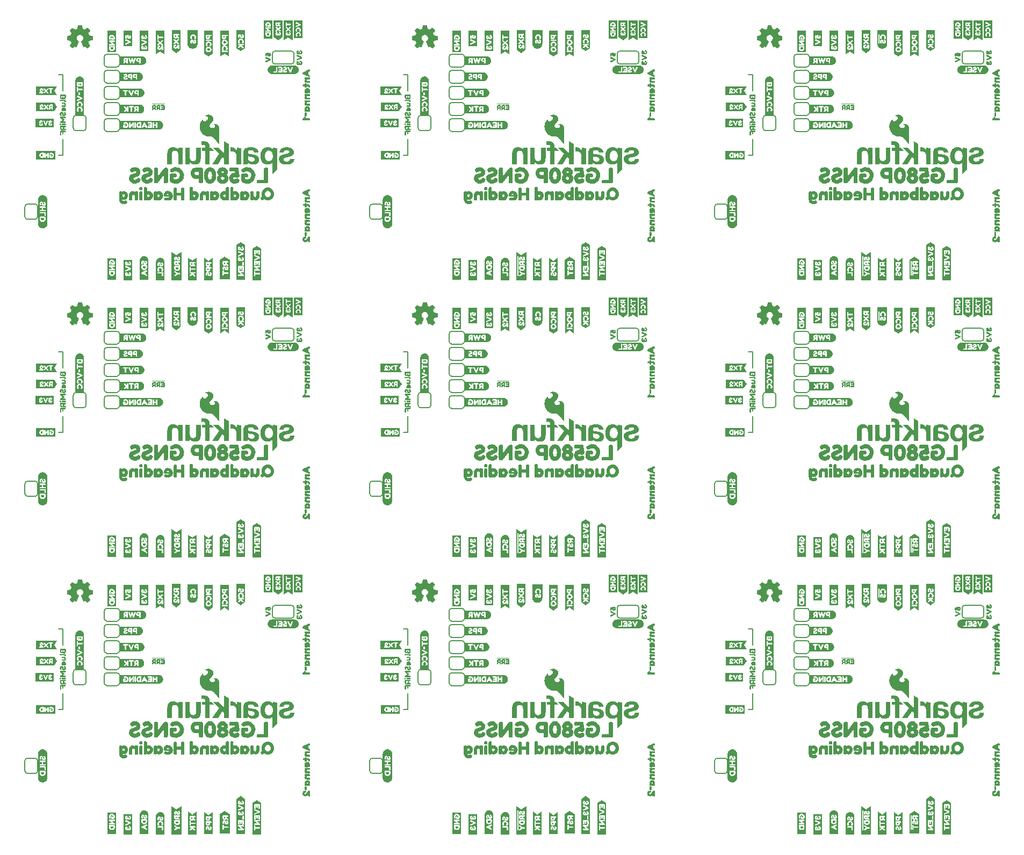
<source format=gbo>
%TF.GenerationSoftware,KiCad,Pcbnew,8.0.7*%
%TF.CreationDate,2025-04-01T11:43:10-06:00*%
%TF.ProjectId,SparkFun_GNSS_LG580P_panelized,53706172-6b46-4756-9e5f-474e53535f4c,rev?*%
%TF.SameCoordinates,Original*%
%TF.FileFunction,Legend,Bot*%
%TF.FilePolarity,Positive*%
%FSLAX46Y46*%
G04 Gerber Fmt 4.6, Leading zero omitted, Abs format (unit mm)*
G04 Created by KiCad (PCBNEW 8.0.7) date 2025-04-01 11:43:10*
%MOMM*%
%LPD*%
G01*
G04 APERTURE LIST*
%ADD10C,0.203200*%
%ADD11C,0.000000*%
%ADD12C,0.152400*%
%ADD13C,0.029494*%
G04 APERTURE END LIST*
D10*
X114919000Y119110000D02*
X114919000Y121650000D01*
X114919000Y75430000D02*
X114919000Y77970000D01*
X114919000Y31750000D02*
X114919000Y34290000D01*
X60571000Y119110000D02*
X60571000Y121650000D01*
X60571000Y75430000D02*
X60571000Y77970000D01*
X60571000Y31750000D02*
X60571000Y34290000D01*
X6223000Y119110000D02*
X6223000Y121650000D01*
X6223000Y75430000D02*
X6223000Y77970000D01*
X114919000Y121650000D02*
X114284000Y121650000D01*
X114919000Y77970000D02*
X114284000Y77970000D01*
X114919000Y34290000D02*
X114284000Y34290000D01*
X60571000Y121650000D02*
X59936000Y121650000D01*
X60571000Y77970000D02*
X59936000Y77970000D01*
X60571000Y34290000D02*
X59936000Y34290000D01*
X6223000Y121650000D02*
X5588000Y121650000D01*
X6223000Y77970000D02*
X5588000Y77970000D01*
X114919000Y111490000D02*
X114919000Y108950000D01*
X114919000Y67810000D02*
X114919000Y65270000D01*
X114919000Y24130000D02*
X114919000Y21590000D01*
X60571000Y111490000D02*
X60571000Y108950000D01*
X60571000Y67810000D02*
X60571000Y65270000D01*
X60571000Y24130000D02*
X60571000Y21590000D01*
X6223000Y111490000D02*
X6223000Y108950000D01*
X6223000Y67810000D02*
X6223000Y65270000D01*
X114919000Y108950000D02*
X114284000Y108950000D01*
X114919000Y65270000D02*
X114284000Y65270000D01*
X114919000Y21590000D02*
X114284000Y21590000D01*
X60571000Y108950000D02*
X59936000Y108950000D01*
X60571000Y65270000D02*
X59936000Y65270000D01*
X60571000Y21590000D02*
X59936000Y21590000D01*
X6223000Y108950000D02*
X5588000Y108950000D01*
X6223000Y65270000D02*
X5588000Y65270000D01*
X6223000Y21590000D02*
X5588000Y21590000D01*
X6223000Y24130000D02*
X6223000Y21590000D01*
X6223000Y34290000D02*
X5588000Y34290000D01*
X6223000Y31750000D02*
X6223000Y34290000D01*
D11*
%TO.C,kibuzzard-67A3F35B*%
G36*
X132909476Y91895655D02*
G01*
X132886300Y91833852D01*
X132815485Y91804238D01*
X132748532Y91831921D01*
X132721494Y91898230D01*
X132721494Y92037285D01*
X132909476Y92037285D01*
X132909476Y91895655D01*
G37*
G36*
X133150249Y91164324D02*
G01*
X133134637Y91082886D01*
X133087803Y91013680D01*
X133018758Y90966363D01*
X132936515Y90950590D01*
X132854112Y90966363D01*
X132784584Y91013680D01*
X132737266Y91083208D01*
X132721494Y91165612D01*
X132721494Y91268616D01*
X133150249Y91268616D01*
X133150249Y91164324D01*
G37*
G36*
X133614627Y92666899D02*
G01*
X133614627Y91707672D01*
X133614627Y91387071D01*
X133614627Y90286212D01*
X133614627Y89876770D01*
X133614627Y89232994D01*
X132037373Y89232994D01*
X132037373Y89876770D01*
X132037373Y93001663D01*
X132251966Y93001663D01*
X132251966Y89876770D01*
X132359262Y89876770D01*
X132359262Y90530848D01*
X132474283Y90530848D01*
X132537373Y90461320D01*
X132812910Y90290075D01*
X132537373Y90111105D01*
X132474283Y90039646D01*
X132505185Y89945011D01*
X132579219Y89883208D01*
X132663554Y89911534D01*
X133047245Y90167758D01*
X133272567Y90167758D01*
X133316987Y90169689D01*
X133351751Y90181921D01*
X133380721Y90217972D01*
X133389734Y90286212D01*
X133380721Y90354453D01*
X133351107Y90390504D01*
X133315056Y90402736D01*
X133269991Y90404667D01*
X133047245Y90404667D01*
X132663554Y90660891D01*
X132577288Y90689217D01*
X132505185Y90626127D01*
X132478146Y90572049D01*
X132474283Y90530848D01*
X132359262Y90530848D01*
X132359262Y91385783D01*
X132485871Y91385783D01*
X132485871Y91164324D01*
X132494079Y91075483D01*
X132518704Y90993079D01*
X132559745Y90917114D01*
X132617202Y90847586D01*
X132686086Y90789565D01*
X132761408Y90748122D01*
X132843167Y90723256D01*
X132931365Y90714968D01*
X133021936Y90723256D01*
X133105667Y90748122D01*
X133182558Y90789565D01*
X133252609Y90847586D01*
X133310911Y90917355D01*
X133352556Y90994045D01*
X133377542Y91077656D01*
X133385871Y91168187D01*
X133385871Y91387071D01*
X133376858Y91452092D01*
X133349176Y91487500D01*
X133313124Y91501019D01*
X133267416Y91504238D01*
X132601751Y91504238D01*
X132558618Y91502307D01*
X132523210Y91490075D01*
X132494240Y91454024D01*
X132485871Y91385783D01*
X132359262Y91385783D01*
X132359262Y92154453D01*
X132485871Y92154453D01*
X132485871Y91895655D01*
X132491021Y91843348D01*
X132506472Y91789431D01*
X132531579Y91735676D01*
X132565700Y91683852D01*
X132611247Y91637661D01*
X132670635Y91600805D01*
X132740324Y91576663D01*
X132816773Y91568616D01*
X132913196Y91581205D01*
X132996458Y91618974D01*
X133066558Y91681921D01*
X133190163Y91589217D01*
X133279004Y91554453D01*
X133354970Y91616255D01*
X133390378Y91707672D01*
X133330506Y91779775D01*
X133143811Y91917543D01*
X133143811Y92037285D01*
X133268704Y92037285D01*
X133313124Y92039217D01*
X133347888Y92051448D01*
X133376858Y92087500D01*
X133385871Y92155740D01*
X133376858Y92222693D01*
X133347245Y92258745D01*
X133311837Y92270976D01*
X133267416Y92272908D01*
X132603039Y92272908D01*
X132559906Y92270976D01*
X132524498Y92258745D01*
X132494884Y92222693D01*
X132485871Y92154453D01*
X132359262Y92154453D01*
X132359262Y92678487D01*
X132471708Y92678487D01*
X132480292Y92581348D01*
X132506043Y92499374D01*
X132548961Y92432564D01*
X132615270Y92386212D01*
X132694455Y92417114D01*
X132756901Y92493079D01*
X132733082Y92579345D01*
X132720850Y92594152D01*
X132706043Y92612178D01*
X132696386Y92637285D01*
X132691880Y92679775D01*
X132707974Y92727414D01*
X132747245Y92748015D01*
X132789090Y92725483D01*
X132811622Y92674624D01*
X132827717Y92596084D01*
X132847674Y92513680D01*
X132881150Y92440773D01*
X132930077Y92384281D01*
X132999927Y92348069D01*
X133096172Y92335998D01*
X133157652Y92341470D01*
X133213339Y92357886D01*
X133300249Y92413895D01*
X133357545Y92493079D01*
X133390378Y92581277D01*
X133400034Y92666899D01*
X133394240Y92739002D01*
X133380077Y92799517D01*
X133358833Y92849088D01*
X133334369Y92889002D01*
X133309262Y92919903D01*
X133286730Y92942436D01*
X133268704Y92956599D01*
X133259691Y92964324D01*
X133176000Y92996513D01*
X133093597Y92942436D01*
X133063840Y92888931D01*
X133072423Y92833137D01*
X133119348Y92775054D01*
X133166343Y92722908D01*
X133178575Y92672049D01*
X133159906Y92596084D01*
X133100034Y92572908D01*
X133060120Y92606384D01*
X133029863Y92707457D01*
X133013285Y92768777D01*
X132995742Y92817543D01*
X132954541Y92889646D01*
X132899176Y92941148D01*
X132829648Y92972049D01*
X132745957Y92982350D01*
X132671494Y92972765D01*
X132606043Y92944009D01*
X132549605Y92896084D01*
X132506329Y92833566D01*
X132480363Y92761034D01*
X132471708Y92678487D01*
X132359262Y92678487D01*
X132359262Y93001663D01*
X132251966Y93001663D01*
X132037373Y93001663D01*
X132037373Y93216255D01*
X132037373Y93742006D01*
X132826000Y93216255D01*
X133614627Y93742006D01*
X133614627Y93216255D01*
X133614627Y93001663D01*
X133614627Y92666899D01*
G37*
G36*
X132909476Y48215655D02*
G01*
X132886300Y48153852D01*
X132815485Y48124238D01*
X132748532Y48151921D01*
X132721494Y48218230D01*
X132721494Y48357285D01*
X132909476Y48357285D01*
X132909476Y48215655D01*
G37*
G36*
X133150249Y47484324D02*
G01*
X133134637Y47402886D01*
X133087803Y47333680D01*
X133018758Y47286363D01*
X132936515Y47270590D01*
X132854112Y47286363D01*
X132784584Y47333680D01*
X132737266Y47403208D01*
X132721494Y47485612D01*
X132721494Y47588616D01*
X133150249Y47588616D01*
X133150249Y47484324D01*
G37*
G36*
X133614627Y48986899D02*
G01*
X133614627Y48027672D01*
X133614627Y47707071D01*
X133614627Y46606212D01*
X133614627Y46196770D01*
X133614627Y45552994D01*
X132037373Y45552994D01*
X132037373Y46196770D01*
X132037373Y49321663D01*
X132251966Y49321663D01*
X132251966Y46196770D01*
X132359262Y46196770D01*
X132359262Y46850848D01*
X132474283Y46850848D01*
X132537373Y46781320D01*
X132812910Y46610075D01*
X132537373Y46431105D01*
X132474283Y46359646D01*
X132505185Y46265011D01*
X132579219Y46203208D01*
X132663554Y46231534D01*
X133047245Y46487758D01*
X133272567Y46487758D01*
X133316987Y46489689D01*
X133351751Y46501921D01*
X133380721Y46537972D01*
X133389734Y46606212D01*
X133380721Y46674453D01*
X133351107Y46710504D01*
X133315056Y46722736D01*
X133269991Y46724667D01*
X133047245Y46724667D01*
X132663554Y46980891D01*
X132577288Y47009217D01*
X132505185Y46946127D01*
X132478146Y46892049D01*
X132474283Y46850848D01*
X132359262Y46850848D01*
X132359262Y47705783D01*
X132485871Y47705783D01*
X132485871Y47484324D01*
X132494079Y47395483D01*
X132518704Y47313079D01*
X132559745Y47237114D01*
X132617202Y47167586D01*
X132686086Y47109565D01*
X132761408Y47068122D01*
X132843167Y47043256D01*
X132931365Y47034968D01*
X133021936Y47043256D01*
X133105667Y47068122D01*
X133182558Y47109565D01*
X133252609Y47167586D01*
X133310911Y47237355D01*
X133352556Y47314045D01*
X133377542Y47397656D01*
X133385871Y47488187D01*
X133385871Y47707071D01*
X133376858Y47772092D01*
X133349176Y47807500D01*
X133313124Y47821019D01*
X133267416Y47824238D01*
X132601751Y47824238D01*
X132558618Y47822307D01*
X132523210Y47810075D01*
X132494240Y47774024D01*
X132485871Y47705783D01*
X132359262Y47705783D01*
X132359262Y48474453D01*
X132485871Y48474453D01*
X132485871Y48215655D01*
X132491021Y48163348D01*
X132506472Y48109431D01*
X132531579Y48055676D01*
X132565700Y48003852D01*
X132611247Y47957661D01*
X132670635Y47920805D01*
X132740324Y47896663D01*
X132816773Y47888616D01*
X132913196Y47901205D01*
X132996458Y47938974D01*
X133066558Y48001921D01*
X133190163Y47909217D01*
X133279004Y47874453D01*
X133354970Y47936255D01*
X133390378Y48027672D01*
X133330506Y48099775D01*
X133143811Y48237543D01*
X133143811Y48357285D01*
X133268704Y48357285D01*
X133313124Y48359217D01*
X133347888Y48371448D01*
X133376858Y48407500D01*
X133385871Y48475740D01*
X133376858Y48542693D01*
X133347245Y48578745D01*
X133311837Y48590976D01*
X133267416Y48592908D01*
X132603039Y48592908D01*
X132559906Y48590976D01*
X132524498Y48578745D01*
X132494884Y48542693D01*
X132485871Y48474453D01*
X132359262Y48474453D01*
X132359262Y48998487D01*
X132471708Y48998487D01*
X132480292Y48901348D01*
X132506043Y48819374D01*
X132548961Y48752564D01*
X132615270Y48706212D01*
X132694455Y48737114D01*
X132756901Y48813079D01*
X132733082Y48899345D01*
X132720850Y48914152D01*
X132706043Y48932178D01*
X132696386Y48957285D01*
X132691880Y48999775D01*
X132707974Y49047414D01*
X132747245Y49068015D01*
X132789090Y49045483D01*
X132811622Y48994624D01*
X132827717Y48916084D01*
X132847674Y48833680D01*
X132881150Y48760773D01*
X132930077Y48704281D01*
X132999927Y48668069D01*
X133096172Y48655998D01*
X133157652Y48661470D01*
X133213339Y48677886D01*
X133300249Y48733895D01*
X133357545Y48813079D01*
X133390378Y48901277D01*
X133400034Y48986899D01*
X133394240Y49059002D01*
X133380077Y49119517D01*
X133358833Y49169088D01*
X133334369Y49209002D01*
X133309262Y49239903D01*
X133286730Y49262436D01*
X133268704Y49276599D01*
X133259691Y49284324D01*
X133176000Y49316513D01*
X133093597Y49262436D01*
X133063840Y49208931D01*
X133072423Y49153137D01*
X133119348Y49095054D01*
X133166343Y49042908D01*
X133178575Y48992049D01*
X133159906Y48916084D01*
X133100034Y48892908D01*
X133060120Y48926384D01*
X133029863Y49027457D01*
X133013285Y49088777D01*
X132995742Y49137543D01*
X132954541Y49209646D01*
X132899176Y49261148D01*
X132829648Y49292049D01*
X132745957Y49302350D01*
X132671494Y49292765D01*
X132606043Y49264009D01*
X132549605Y49216084D01*
X132506329Y49153566D01*
X132480363Y49081034D01*
X132471708Y48998487D01*
X132359262Y48998487D01*
X132359262Y49321663D01*
X132251966Y49321663D01*
X132037373Y49321663D01*
X132037373Y49536255D01*
X132037373Y50062006D01*
X132826000Y49536255D01*
X133614627Y50062006D01*
X133614627Y49536255D01*
X133614627Y49321663D01*
X133614627Y48986899D01*
G37*
G36*
X132909476Y4535655D02*
G01*
X132886300Y4473852D01*
X132815485Y4444238D01*
X132748532Y4471921D01*
X132721494Y4538230D01*
X132721494Y4677285D01*
X132909476Y4677285D01*
X132909476Y4535655D01*
G37*
G36*
X133150249Y3804324D02*
G01*
X133134637Y3722886D01*
X133087803Y3653680D01*
X133018758Y3606363D01*
X132936515Y3590590D01*
X132854112Y3606363D01*
X132784584Y3653680D01*
X132737266Y3723208D01*
X132721494Y3805612D01*
X132721494Y3908616D01*
X133150249Y3908616D01*
X133150249Y3804324D01*
G37*
G36*
X133614627Y5306899D02*
G01*
X133614627Y4347672D01*
X133614627Y4027071D01*
X133614627Y2926212D01*
X133614627Y2516770D01*
X133614627Y1872994D01*
X132037373Y1872994D01*
X132037373Y2516770D01*
X132037373Y5641663D01*
X132251966Y5641663D01*
X132251966Y2516770D01*
X132359262Y2516770D01*
X132359262Y3170848D01*
X132474283Y3170848D01*
X132537373Y3101320D01*
X132812910Y2930075D01*
X132537373Y2751105D01*
X132474283Y2679646D01*
X132505185Y2585011D01*
X132579219Y2523208D01*
X132663554Y2551534D01*
X133047245Y2807758D01*
X133272567Y2807758D01*
X133316987Y2809689D01*
X133351751Y2821921D01*
X133380721Y2857972D01*
X133389734Y2926212D01*
X133380721Y2994453D01*
X133351107Y3030504D01*
X133315056Y3042736D01*
X133269991Y3044667D01*
X133047245Y3044667D01*
X132663554Y3300891D01*
X132577288Y3329217D01*
X132505185Y3266127D01*
X132478146Y3212049D01*
X132474283Y3170848D01*
X132359262Y3170848D01*
X132359262Y4025783D01*
X132485871Y4025783D01*
X132485871Y3804324D01*
X132494079Y3715483D01*
X132518704Y3633079D01*
X132559745Y3557114D01*
X132617202Y3487586D01*
X132686086Y3429565D01*
X132761408Y3388122D01*
X132843167Y3363256D01*
X132931365Y3354968D01*
X133021936Y3363256D01*
X133105667Y3388122D01*
X133182558Y3429565D01*
X133252609Y3487586D01*
X133310911Y3557355D01*
X133352556Y3634045D01*
X133377542Y3717656D01*
X133385871Y3808187D01*
X133385871Y4027071D01*
X133376858Y4092092D01*
X133349176Y4127500D01*
X133313124Y4141019D01*
X133267416Y4144238D01*
X132601751Y4144238D01*
X132558618Y4142307D01*
X132523210Y4130075D01*
X132494240Y4094024D01*
X132485871Y4025783D01*
X132359262Y4025783D01*
X132359262Y4794453D01*
X132485871Y4794453D01*
X132485871Y4535655D01*
X132491021Y4483348D01*
X132506472Y4429431D01*
X132531579Y4375676D01*
X132565700Y4323852D01*
X132611247Y4277661D01*
X132670635Y4240805D01*
X132740324Y4216663D01*
X132816773Y4208616D01*
X132913196Y4221205D01*
X132996458Y4258974D01*
X133066558Y4321921D01*
X133190163Y4229217D01*
X133279004Y4194453D01*
X133354970Y4256255D01*
X133390378Y4347672D01*
X133330506Y4419775D01*
X133143811Y4557543D01*
X133143811Y4677285D01*
X133268704Y4677285D01*
X133313124Y4679217D01*
X133347888Y4691448D01*
X133376858Y4727500D01*
X133385871Y4795740D01*
X133376858Y4862693D01*
X133347245Y4898745D01*
X133311837Y4910976D01*
X133267416Y4912908D01*
X132603039Y4912908D01*
X132559906Y4910976D01*
X132524498Y4898745D01*
X132494884Y4862693D01*
X132485871Y4794453D01*
X132359262Y4794453D01*
X132359262Y5318487D01*
X132471708Y5318487D01*
X132480292Y5221348D01*
X132506043Y5139374D01*
X132548961Y5072564D01*
X132615270Y5026212D01*
X132694455Y5057114D01*
X132756901Y5133079D01*
X132733082Y5219345D01*
X132720850Y5234152D01*
X132706043Y5252178D01*
X132696386Y5277285D01*
X132691880Y5319775D01*
X132707974Y5367414D01*
X132747245Y5388015D01*
X132789090Y5365483D01*
X132811622Y5314624D01*
X132827717Y5236084D01*
X132847674Y5153680D01*
X132881150Y5080773D01*
X132930077Y5024281D01*
X132999927Y4988069D01*
X133096172Y4975998D01*
X133157652Y4981470D01*
X133213339Y4997886D01*
X133300249Y5053895D01*
X133357545Y5133079D01*
X133390378Y5221277D01*
X133400034Y5306899D01*
X133394240Y5379002D01*
X133380077Y5439517D01*
X133358833Y5489088D01*
X133334369Y5529002D01*
X133309262Y5559903D01*
X133286730Y5582436D01*
X133268704Y5596599D01*
X133259691Y5604324D01*
X133176000Y5636513D01*
X133093597Y5582436D01*
X133063840Y5528931D01*
X133072423Y5473137D01*
X133119348Y5415054D01*
X133166343Y5362908D01*
X133178575Y5312049D01*
X133159906Y5236084D01*
X133100034Y5212908D01*
X133060120Y5246384D01*
X133029863Y5347457D01*
X133013285Y5408777D01*
X132995742Y5457543D01*
X132954541Y5529646D01*
X132899176Y5581148D01*
X132829648Y5612049D01*
X132745957Y5622350D01*
X132671494Y5612765D01*
X132606043Y5584009D01*
X132549605Y5536084D01*
X132506329Y5473566D01*
X132480363Y5401034D01*
X132471708Y5318487D01*
X132359262Y5318487D01*
X132359262Y5641663D01*
X132251966Y5641663D01*
X132037373Y5641663D01*
X132037373Y5856255D01*
X132037373Y6382006D01*
X132826000Y5856255D01*
X133614627Y6382006D01*
X133614627Y5856255D01*
X133614627Y5641663D01*
X133614627Y5306899D01*
G37*
G36*
X78561476Y91895655D02*
G01*
X78538300Y91833852D01*
X78467485Y91804238D01*
X78400532Y91831921D01*
X78373494Y91898230D01*
X78373494Y92037285D01*
X78561476Y92037285D01*
X78561476Y91895655D01*
G37*
G36*
X78802249Y91164324D02*
G01*
X78786637Y91082886D01*
X78739803Y91013680D01*
X78670758Y90966363D01*
X78588515Y90950590D01*
X78506112Y90966363D01*
X78436584Y91013680D01*
X78389266Y91083208D01*
X78373494Y91165612D01*
X78373494Y91268616D01*
X78802249Y91268616D01*
X78802249Y91164324D01*
G37*
G36*
X79266627Y92666899D02*
G01*
X79266627Y91707672D01*
X79266627Y91387071D01*
X79266627Y90286212D01*
X79266627Y89876770D01*
X79266627Y89232994D01*
X77689373Y89232994D01*
X77689373Y89876770D01*
X77689373Y93001663D01*
X77903966Y93001663D01*
X77903966Y89876770D01*
X78011262Y89876770D01*
X78011262Y90530848D01*
X78126283Y90530848D01*
X78189373Y90461320D01*
X78464910Y90290075D01*
X78189373Y90111105D01*
X78126283Y90039646D01*
X78157185Y89945011D01*
X78231219Y89883208D01*
X78315554Y89911534D01*
X78699245Y90167758D01*
X78924567Y90167758D01*
X78968987Y90169689D01*
X79003751Y90181921D01*
X79032721Y90217972D01*
X79041734Y90286212D01*
X79032721Y90354453D01*
X79003107Y90390504D01*
X78967056Y90402736D01*
X78921991Y90404667D01*
X78699245Y90404667D01*
X78315554Y90660891D01*
X78229288Y90689217D01*
X78157185Y90626127D01*
X78130146Y90572049D01*
X78126283Y90530848D01*
X78011262Y90530848D01*
X78011262Y91385783D01*
X78137871Y91385783D01*
X78137871Y91164324D01*
X78146079Y91075483D01*
X78170704Y90993079D01*
X78211745Y90917114D01*
X78269202Y90847586D01*
X78338086Y90789565D01*
X78413408Y90748122D01*
X78495167Y90723256D01*
X78583365Y90714968D01*
X78673936Y90723256D01*
X78757667Y90748122D01*
X78834558Y90789565D01*
X78904609Y90847586D01*
X78962911Y90917355D01*
X79004556Y90994045D01*
X79029542Y91077656D01*
X79037871Y91168187D01*
X79037871Y91387071D01*
X79028858Y91452092D01*
X79001176Y91487500D01*
X78965124Y91501019D01*
X78919416Y91504238D01*
X78253751Y91504238D01*
X78210618Y91502307D01*
X78175210Y91490075D01*
X78146240Y91454024D01*
X78137871Y91385783D01*
X78011262Y91385783D01*
X78011262Y92154453D01*
X78137871Y92154453D01*
X78137871Y91895655D01*
X78143021Y91843348D01*
X78158472Y91789431D01*
X78183579Y91735676D01*
X78217700Y91683852D01*
X78263247Y91637661D01*
X78322635Y91600805D01*
X78392324Y91576663D01*
X78468773Y91568616D01*
X78565196Y91581205D01*
X78648458Y91618974D01*
X78718558Y91681921D01*
X78842163Y91589217D01*
X78931004Y91554453D01*
X79006970Y91616255D01*
X79042378Y91707672D01*
X78982506Y91779775D01*
X78795811Y91917543D01*
X78795811Y92037285D01*
X78920704Y92037285D01*
X78965124Y92039217D01*
X78999888Y92051448D01*
X79028858Y92087500D01*
X79037871Y92155740D01*
X79028858Y92222693D01*
X78999245Y92258745D01*
X78963837Y92270976D01*
X78919416Y92272908D01*
X78255039Y92272908D01*
X78211906Y92270976D01*
X78176498Y92258745D01*
X78146884Y92222693D01*
X78137871Y92154453D01*
X78011262Y92154453D01*
X78011262Y92678487D01*
X78123708Y92678487D01*
X78132292Y92581348D01*
X78158043Y92499374D01*
X78200961Y92432564D01*
X78267270Y92386212D01*
X78346455Y92417114D01*
X78408901Y92493079D01*
X78385082Y92579345D01*
X78372850Y92594152D01*
X78358043Y92612178D01*
X78348386Y92637285D01*
X78343880Y92679775D01*
X78359974Y92727414D01*
X78399245Y92748015D01*
X78441090Y92725483D01*
X78463622Y92674624D01*
X78479717Y92596084D01*
X78499674Y92513680D01*
X78533150Y92440773D01*
X78582077Y92384281D01*
X78651927Y92348069D01*
X78748172Y92335998D01*
X78809652Y92341470D01*
X78865339Y92357886D01*
X78952249Y92413895D01*
X79009545Y92493079D01*
X79042378Y92581277D01*
X79052034Y92666899D01*
X79046240Y92739002D01*
X79032077Y92799517D01*
X79010833Y92849088D01*
X78986369Y92889002D01*
X78961262Y92919903D01*
X78938730Y92942436D01*
X78920704Y92956599D01*
X78911691Y92964324D01*
X78828000Y92996513D01*
X78745597Y92942436D01*
X78715840Y92888931D01*
X78724423Y92833137D01*
X78771348Y92775054D01*
X78818343Y92722908D01*
X78830575Y92672049D01*
X78811906Y92596084D01*
X78752034Y92572908D01*
X78712120Y92606384D01*
X78681863Y92707457D01*
X78665285Y92768777D01*
X78647742Y92817543D01*
X78606541Y92889646D01*
X78551176Y92941148D01*
X78481648Y92972049D01*
X78397957Y92982350D01*
X78323494Y92972765D01*
X78258043Y92944009D01*
X78201605Y92896084D01*
X78158329Y92833566D01*
X78132363Y92761034D01*
X78123708Y92678487D01*
X78011262Y92678487D01*
X78011262Y93001663D01*
X77903966Y93001663D01*
X77689373Y93001663D01*
X77689373Y93216255D01*
X77689373Y93742006D01*
X78478000Y93216255D01*
X79266627Y93742006D01*
X79266627Y93216255D01*
X79266627Y93001663D01*
X79266627Y92666899D01*
G37*
G36*
X78561476Y48215655D02*
G01*
X78538300Y48153852D01*
X78467485Y48124238D01*
X78400532Y48151921D01*
X78373494Y48218230D01*
X78373494Y48357285D01*
X78561476Y48357285D01*
X78561476Y48215655D01*
G37*
G36*
X78802249Y47484324D02*
G01*
X78786637Y47402886D01*
X78739803Y47333680D01*
X78670758Y47286363D01*
X78588515Y47270590D01*
X78506112Y47286363D01*
X78436584Y47333680D01*
X78389266Y47403208D01*
X78373494Y47485612D01*
X78373494Y47588616D01*
X78802249Y47588616D01*
X78802249Y47484324D01*
G37*
G36*
X79266627Y48986899D02*
G01*
X79266627Y48027672D01*
X79266627Y47707071D01*
X79266627Y46606212D01*
X79266627Y46196770D01*
X79266627Y45552994D01*
X77689373Y45552994D01*
X77689373Y46196770D01*
X77689373Y49321663D01*
X77903966Y49321663D01*
X77903966Y46196770D01*
X78011262Y46196770D01*
X78011262Y46850848D01*
X78126283Y46850848D01*
X78189373Y46781320D01*
X78464910Y46610075D01*
X78189373Y46431105D01*
X78126283Y46359646D01*
X78157185Y46265011D01*
X78231219Y46203208D01*
X78315554Y46231534D01*
X78699245Y46487758D01*
X78924567Y46487758D01*
X78968987Y46489689D01*
X79003751Y46501921D01*
X79032721Y46537972D01*
X79041734Y46606212D01*
X79032721Y46674453D01*
X79003107Y46710504D01*
X78967056Y46722736D01*
X78921991Y46724667D01*
X78699245Y46724667D01*
X78315554Y46980891D01*
X78229288Y47009217D01*
X78157185Y46946127D01*
X78130146Y46892049D01*
X78126283Y46850848D01*
X78011262Y46850848D01*
X78011262Y47705783D01*
X78137871Y47705783D01*
X78137871Y47484324D01*
X78146079Y47395483D01*
X78170704Y47313079D01*
X78211745Y47237114D01*
X78269202Y47167586D01*
X78338086Y47109565D01*
X78413408Y47068122D01*
X78495167Y47043256D01*
X78583365Y47034968D01*
X78673936Y47043256D01*
X78757667Y47068122D01*
X78834558Y47109565D01*
X78904609Y47167586D01*
X78962911Y47237355D01*
X79004556Y47314045D01*
X79029542Y47397656D01*
X79037871Y47488187D01*
X79037871Y47707071D01*
X79028858Y47772092D01*
X79001176Y47807500D01*
X78965124Y47821019D01*
X78919416Y47824238D01*
X78253751Y47824238D01*
X78210618Y47822307D01*
X78175210Y47810075D01*
X78146240Y47774024D01*
X78137871Y47705783D01*
X78011262Y47705783D01*
X78011262Y48474453D01*
X78137871Y48474453D01*
X78137871Y48215655D01*
X78143021Y48163348D01*
X78158472Y48109431D01*
X78183579Y48055676D01*
X78217700Y48003852D01*
X78263247Y47957661D01*
X78322635Y47920805D01*
X78392324Y47896663D01*
X78468773Y47888616D01*
X78565196Y47901205D01*
X78648458Y47938974D01*
X78718558Y48001921D01*
X78842163Y47909217D01*
X78931004Y47874453D01*
X79006970Y47936255D01*
X79042378Y48027672D01*
X78982506Y48099775D01*
X78795811Y48237543D01*
X78795811Y48357285D01*
X78920704Y48357285D01*
X78965124Y48359217D01*
X78999888Y48371448D01*
X79028858Y48407500D01*
X79037871Y48475740D01*
X79028858Y48542693D01*
X78999245Y48578745D01*
X78963837Y48590976D01*
X78919416Y48592908D01*
X78255039Y48592908D01*
X78211906Y48590976D01*
X78176498Y48578745D01*
X78146884Y48542693D01*
X78137871Y48474453D01*
X78011262Y48474453D01*
X78011262Y48998487D01*
X78123708Y48998487D01*
X78132292Y48901348D01*
X78158043Y48819374D01*
X78200961Y48752564D01*
X78267270Y48706212D01*
X78346455Y48737114D01*
X78408901Y48813079D01*
X78385082Y48899345D01*
X78372850Y48914152D01*
X78358043Y48932178D01*
X78348386Y48957285D01*
X78343880Y48999775D01*
X78359974Y49047414D01*
X78399245Y49068015D01*
X78441090Y49045483D01*
X78463622Y48994624D01*
X78479717Y48916084D01*
X78499674Y48833680D01*
X78533150Y48760773D01*
X78582077Y48704281D01*
X78651927Y48668069D01*
X78748172Y48655998D01*
X78809652Y48661470D01*
X78865339Y48677886D01*
X78952249Y48733895D01*
X79009545Y48813079D01*
X79042378Y48901277D01*
X79052034Y48986899D01*
X79046240Y49059002D01*
X79032077Y49119517D01*
X79010833Y49169088D01*
X78986369Y49209002D01*
X78961262Y49239903D01*
X78938730Y49262436D01*
X78920704Y49276599D01*
X78911691Y49284324D01*
X78828000Y49316513D01*
X78745597Y49262436D01*
X78715840Y49208931D01*
X78724423Y49153137D01*
X78771348Y49095054D01*
X78818343Y49042908D01*
X78830575Y48992049D01*
X78811906Y48916084D01*
X78752034Y48892908D01*
X78712120Y48926384D01*
X78681863Y49027457D01*
X78665285Y49088777D01*
X78647742Y49137543D01*
X78606541Y49209646D01*
X78551176Y49261148D01*
X78481648Y49292049D01*
X78397957Y49302350D01*
X78323494Y49292765D01*
X78258043Y49264009D01*
X78201605Y49216084D01*
X78158329Y49153566D01*
X78132363Y49081034D01*
X78123708Y48998487D01*
X78011262Y48998487D01*
X78011262Y49321663D01*
X77903966Y49321663D01*
X77689373Y49321663D01*
X77689373Y49536255D01*
X77689373Y50062006D01*
X78478000Y49536255D01*
X79266627Y50062006D01*
X79266627Y49536255D01*
X79266627Y49321663D01*
X79266627Y48986899D01*
G37*
G36*
X78561476Y4535655D02*
G01*
X78538300Y4473852D01*
X78467485Y4444238D01*
X78400532Y4471921D01*
X78373494Y4538230D01*
X78373494Y4677285D01*
X78561476Y4677285D01*
X78561476Y4535655D01*
G37*
G36*
X78802249Y3804324D02*
G01*
X78786637Y3722886D01*
X78739803Y3653680D01*
X78670758Y3606363D01*
X78588515Y3590590D01*
X78506112Y3606363D01*
X78436584Y3653680D01*
X78389266Y3723208D01*
X78373494Y3805612D01*
X78373494Y3908616D01*
X78802249Y3908616D01*
X78802249Y3804324D01*
G37*
G36*
X79266627Y5306899D02*
G01*
X79266627Y4347672D01*
X79266627Y4027071D01*
X79266627Y2926212D01*
X79266627Y2516770D01*
X79266627Y1872994D01*
X77689373Y1872994D01*
X77689373Y2516770D01*
X77689373Y5641663D01*
X77903966Y5641663D01*
X77903966Y2516770D01*
X78011262Y2516770D01*
X78011262Y3170848D01*
X78126283Y3170848D01*
X78189373Y3101320D01*
X78464910Y2930075D01*
X78189373Y2751105D01*
X78126283Y2679646D01*
X78157185Y2585011D01*
X78231219Y2523208D01*
X78315554Y2551534D01*
X78699245Y2807758D01*
X78924567Y2807758D01*
X78968987Y2809689D01*
X79003751Y2821921D01*
X79032721Y2857972D01*
X79041734Y2926212D01*
X79032721Y2994453D01*
X79003107Y3030504D01*
X78967056Y3042736D01*
X78921991Y3044667D01*
X78699245Y3044667D01*
X78315554Y3300891D01*
X78229288Y3329217D01*
X78157185Y3266127D01*
X78130146Y3212049D01*
X78126283Y3170848D01*
X78011262Y3170848D01*
X78011262Y4025783D01*
X78137871Y4025783D01*
X78137871Y3804324D01*
X78146079Y3715483D01*
X78170704Y3633079D01*
X78211745Y3557114D01*
X78269202Y3487586D01*
X78338086Y3429565D01*
X78413408Y3388122D01*
X78495167Y3363256D01*
X78583365Y3354968D01*
X78673936Y3363256D01*
X78757667Y3388122D01*
X78834558Y3429565D01*
X78904609Y3487586D01*
X78962911Y3557355D01*
X79004556Y3634045D01*
X79029542Y3717656D01*
X79037871Y3808187D01*
X79037871Y4027071D01*
X79028858Y4092092D01*
X79001176Y4127500D01*
X78965124Y4141019D01*
X78919416Y4144238D01*
X78253751Y4144238D01*
X78210618Y4142307D01*
X78175210Y4130075D01*
X78146240Y4094024D01*
X78137871Y4025783D01*
X78011262Y4025783D01*
X78011262Y4794453D01*
X78137871Y4794453D01*
X78137871Y4535655D01*
X78143021Y4483348D01*
X78158472Y4429431D01*
X78183579Y4375676D01*
X78217700Y4323852D01*
X78263247Y4277661D01*
X78322635Y4240805D01*
X78392324Y4216663D01*
X78468773Y4208616D01*
X78565196Y4221205D01*
X78648458Y4258974D01*
X78718558Y4321921D01*
X78842163Y4229217D01*
X78931004Y4194453D01*
X79006970Y4256255D01*
X79042378Y4347672D01*
X78982506Y4419775D01*
X78795811Y4557543D01*
X78795811Y4677285D01*
X78920704Y4677285D01*
X78965124Y4679217D01*
X78999888Y4691448D01*
X79028858Y4727500D01*
X79037871Y4795740D01*
X79028858Y4862693D01*
X78999245Y4898745D01*
X78963837Y4910976D01*
X78919416Y4912908D01*
X78255039Y4912908D01*
X78211906Y4910976D01*
X78176498Y4898745D01*
X78146884Y4862693D01*
X78137871Y4794453D01*
X78011262Y4794453D01*
X78011262Y5318487D01*
X78123708Y5318487D01*
X78132292Y5221348D01*
X78158043Y5139374D01*
X78200961Y5072564D01*
X78267270Y5026212D01*
X78346455Y5057114D01*
X78408901Y5133079D01*
X78385082Y5219345D01*
X78372850Y5234152D01*
X78358043Y5252178D01*
X78348386Y5277285D01*
X78343880Y5319775D01*
X78359974Y5367414D01*
X78399245Y5388015D01*
X78441090Y5365483D01*
X78463622Y5314624D01*
X78479717Y5236084D01*
X78499674Y5153680D01*
X78533150Y5080773D01*
X78582077Y5024281D01*
X78651927Y4988069D01*
X78748172Y4975998D01*
X78809652Y4981470D01*
X78865339Y4997886D01*
X78952249Y5053895D01*
X79009545Y5133079D01*
X79042378Y5221277D01*
X79052034Y5306899D01*
X79046240Y5379002D01*
X79032077Y5439517D01*
X79010833Y5489088D01*
X78986369Y5529002D01*
X78961262Y5559903D01*
X78938730Y5582436D01*
X78920704Y5596599D01*
X78911691Y5604324D01*
X78828000Y5636513D01*
X78745597Y5582436D01*
X78715840Y5528931D01*
X78724423Y5473137D01*
X78771348Y5415054D01*
X78818343Y5362908D01*
X78830575Y5312049D01*
X78811906Y5236084D01*
X78752034Y5212908D01*
X78712120Y5246384D01*
X78681863Y5347457D01*
X78665285Y5408777D01*
X78647742Y5457543D01*
X78606541Y5529646D01*
X78551176Y5581148D01*
X78481648Y5612049D01*
X78397957Y5622350D01*
X78323494Y5612765D01*
X78258043Y5584009D01*
X78201605Y5536084D01*
X78158329Y5473566D01*
X78132363Y5401034D01*
X78123708Y5318487D01*
X78011262Y5318487D01*
X78011262Y5641663D01*
X77903966Y5641663D01*
X77689373Y5641663D01*
X77689373Y5856255D01*
X77689373Y6382006D01*
X78478000Y5856255D01*
X79266627Y6382006D01*
X79266627Y5856255D01*
X79266627Y5641663D01*
X79266627Y5306899D01*
G37*
G36*
X24213476Y91895655D02*
G01*
X24190300Y91833852D01*
X24119485Y91804238D01*
X24052532Y91831921D01*
X24025494Y91898230D01*
X24025494Y92037285D01*
X24213476Y92037285D01*
X24213476Y91895655D01*
G37*
G36*
X24454249Y91164324D02*
G01*
X24438637Y91082886D01*
X24391803Y91013680D01*
X24322758Y90966363D01*
X24240515Y90950590D01*
X24158112Y90966363D01*
X24088584Y91013680D01*
X24041266Y91083208D01*
X24025494Y91165612D01*
X24025494Y91268616D01*
X24454249Y91268616D01*
X24454249Y91164324D01*
G37*
G36*
X24918627Y92666899D02*
G01*
X24918627Y91707672D01*
X24918627Y91387071D01*
X24918627Y90286212D01*
X24918627Y89876770D01*
X24918627Y89232994D01*
X23341373Y89232994D01*
X23341373Y89876770D01*
X23341373Y93001663D01*
X23555966Y93001663D01*
X23555966Y89876770D01*
X23663262Y89876770D01*
X23663262Y90530848D01*
X23778283Y90530848D01*
X23841373Y90461320D01*
X24116910Y90290075D01*
X23841373Y90111105D01*
X23778283Y90039646D01*
X23809185Y89945011D01*
X23883219Y89883208D01*
X23967554Y89911534D01*
X24351245Y90167758D01*
X24576567Y90167758D01*
X24620987Y90169689D01*
X24655751Y90181921D01*
X24684721Y90217972D01*
X24693734Y90286212D01*
X24684721Y90354453D01*
X24655107Y90390504D01*
X24619056Y90402736D01*
X24573991Y90404667D01*
X24351245Y90404667D01*
X23967554Y90660891D01*
X23881288Y90689217D01*
X23809185Y90626127D01*
X23782146Y90572049D01*
X23778283Y90530848D01*
X23663262Y90530848D01*
X23663262Y91385783D01*
X23789871Y91385783D01*
X23789871Y91164324D01*
X23798079Y91075483D01*
X23822704Y90993079D01*
X23863745Y90917114D01*
X23921202Y90847586D01*
X23990086Y90789565D01*
X24065408Y90748122D01*
X24147167Y90723256D01*
X24235365Y90714968D01*
X24325936Y90723256D01*
X24409667Y90748122D01*
X24486558Y90789565D01*
X24556609Y90847586D01*
X24614911Y90917355D01*
X24656556Y90994045D01*
X24681542Y91077656D01*
X24689871Y91168187D01*
X24689871Y91387071D01*
X24680858Y91452092D01*
X24653176Y91487500D01*
X24617124Y91501019D01*
X24571416Y91504238D01*
X23905751Y91504238D01*
X23862618Y91502307D01*
X23827210Y91490075D01*
X23798240Y91454024D01*
X23789871Y91385783D01*
X23663262Y91385783D01*
X23663262Y92154453D01*
X23789871Y92154453D01*
X23789871Y91895655D01*
X23795021Y91843348D01*
X23810472Y91789431D01*
X23835579Y91735676D01*
X23869700Y91683852D01*
X23915247Y91637661D01*
X23974635Y91600805D01*
X24044324Y91576663D01*
X24120773Y91568616D01*
X24217196Y91581205D01*
X24300458Y91618974D01*
X24370558Y91681921D01*
X24494163Y91589217D01*
X24583004Y91554453D01*
X24658970Y91616255D01*
X24694378Y91707672D01*
X24634506Y91779775D01*
X24447811Y91917543D01*
X24447811Y92037285D01*
X24572704Y92037285D01*
X24617124Y92039217D01*
X24651888Y92051448D01*
X24680858Y92087500D01*
X24689871Y92155740D01*
X24680858Y92222693D01*
X24651245Y92258745D01*
X24615837Y92270976D01*
X24571416Y92272908D01*
X23907039Y92272908D01*
X23863906Y92270976D01*
X23828498Y92258745D01*
X23798884Y92222693D01*
X23789871Y92154453D01*
X23663262Y92154453D01*
X23663262Y92678487D01*
X23775708Y92678487D01*
X23784292Y92581348D01*
X23810043Y92499374D01*
X23852961Y92432564D01*
X23919270Y92386212D01*
X23998455Y92417114D01*
X24060901Y92493079D01*
X24037082Y92579345D01*
X24024850Y92594152D01*
X24010043Y92612178D01*
X24000386Y92637285D01*
X23995880Y92679775D01*
X24011974Y92727414D01*
X24051245Y92748015D01*
X24093090Y92725483D01*
X24115622Y92674624D01*
X24131717Y92596084D01*
X24151674Y92513680D01*
X24185150Y92440773D01*
X24234077Y92384281D01*
X24303927Y92348069D01*
X24400172Y92335998D01*
X24461652Y92341470D01*
X24517339Y92357886D01*
X24604249Y92413895D01*
X24661545Y92493079D01*
X24694378Y92581277D01*
X24704034Y92666899D01*
X24698240Y92739002D01*
X24684077Y92799517D01*
X24662833Y92849088D01*
X24638369Y92889002D01*
X24613262Y92919903D01*
X24590730Y92942436D01*
X24572704Y92956599D01*
X24563691Y92964324D01*
X24480000Y92996513D01*
X24397597Y92942436D01*
X24367840Y92888931D01*
X24376423Y92833137D01*
X24423348Y92775054D01*
X24470343Y92722908D01*
X24482575Y92672049D01*
X24463906Y92596084D01*
X24404034Y92572908D01*
X24364120Y92606384D01*
X24333863Y92707457D01*
X24317285Y92768777D01*
X24299742Y92817543D01*
X24258541Y92889646D01*
X24203176Y92941148D01*
X24133648Y92972049D01*
X24049957Y92982350D01*
X23975494Y92972765D01*
X23910043Y92944009D01*
X23853605Y92896084D01*
X23810329Y92833566D01*
X23784363Y92761034D01*
X23775708Y92678487D01*
X23663262Y92678487D01*
X23663262Y93001663D01*
X23555966Y93001663D01*
X23341373Y93001663D01*
X23341373Y93216255D01*
X23341373Y93742006D01*
X24130000Y93216255D01*
X24918627Y93742006D01*
X24918627Y93216255D01*
X24918627Y93001663D01*
X24918627Y92666899D01*
G37*
G36*
X24213476Y48215655D02*
G01*
X24190300Y48153852D01*
X24119485Y48124238D01*
X24052532Y48151921D01*
X24025494Y48218230D01*
X24025494Y48357285D01*
X24213476Y48357285D01*
X24213476Y48215655D01*
G37*
G36*
X24454249Y47484324D02*
G01*
X24438637Y47402886D01*
X24391803Y47333680D01*
X24322758Y47286363D01*
X24240515Y47270590D01*
X24158112Y47286363D01*
X24088584Y47333680D01*
X24041266Y47403208D01*
X24025494Y47485612D01*
X24025494Y47588616D01*
X24454249Y47588616D01*
X24454249Y47484324D01*
G37*
G36*
X24918627Y48986899D02*
G01*
X24918627Y48027672D01*
X24918627Y47707071D01*
X24918627Y46606212D01*
X24918627Y46196770D01*
X24918627Y45552994D01*
X23341373Y45552994D01*
X23341373Y46196770D01*
X23341373Y49321663D01*
X23555966Y49321663D01*
X23555966Y46196770D01*
X23663262Y46196770D01*
X23663262Y46850848D01*
X23778283Y46850848D01*
X23841373Y46781320D01*
X24116910Y46610075D01*
X23841373Y46431105D01*
X23778283Y46359646D01*
X23809185Y46265011D01*
X23883219Y46203208D01*
X23967554Y46231534D01*
X24351245Y46487758D01*
X24576567Y46487758D01*
X24620987Y46489689D01*
X24655751Y46501921D01*
X24684721Y46537972D01*
X24693734Y46606212D01*
X24684721Y46674453D01*
X24655107Y46710504D01*
X24619056Y46722736D01*
X24573991Y46724667D01*
X24351245Y46724667D01*
X23967554Y46980891D01*
X23881288Y47009217D01*
X23809185Y46946127D01*
X23782146Y46892049D01*
X23778283Y46850848D01*
X23663262Y46850848D01*
X23663262Y47705783D01*
X23789871Y47705783D01*
X23789871Y47484324D01*
X23798079Y47395483D01*
X23822704Y47313079D01*
X23863745Y47237114D01*
X23921202Y47167586D01*
X23990086Y47109565D01*
X24065408Y47068122D01*
X24147167Y47043256D01*
X24235365Y47034968D01*
X24325936Y47043256D01*
X24409667Y47068122D01*
X24486558Y47109565D01*
X24556609Y47167586D01*
X24614911Y47237355D01*
X24656556Y47314045D01*
X24681542Y47397656D01*
X24689871Y47488187D01*
X24689871Y47707071D01*
X24680858Y47772092D01*
X24653176Y47807500D01*
X24617124Y47821019D01*
X24571416Y47824238D01*
X23905751Y47824238D01*
X23862618Y47822307D01*
X23827210Y47810075D01*
X23798240Y47774024D01*
X23789871Y47705783D01*
X23663262Y47705783D01*
X23663262Y48474453D01*
X23789871Y48474453D01*
X23789871Y48215655D01*
X23795021Y48163348D01*
X23810472Y48109431D01*
X23835579Y48055676D01*
X23869700Y48003852D01*
X23915247Y47957661D01*
X23974635Y47920805D01*
X24044324Y47896663D01*
X24120773Y47888616D01*
X24217196Y47901205D01*
X24300458Y47938974D01*
X24370558Y48001921D01*
X24494163Y47909217D01*
X24583004Y47874453D01*
X24658970Y47936255D01*
X24694378Y48027672D01*
X24634506Y48099775D01*
X24447811Y48237543D01*
X24447811Y48357285D01*
X24572704Y48357285D01*
X24617124Y48359217D01*
X24651888Y48371448D01*
X24680858Y48407500D01*
X24689871Y48475740D01*
X24680858Y48542693D01*
X24651245Y48578745D01*
X24615837Y48590976D01*
X24571416Y48592908D01*
X23907039Y48592908D01*
X23863906Y48590976D01*
X23828498Y48578745D01*
X23798884Y48542693D01*
X23789871Y48474453D01*
X23663262Y48474453D01*
X23663262Y48998487D01*
X23775708Y48998487D01*
X23784292Y48901348D01*
X23810043Y48819374D01*
X23852961Y48752564D01*
X23919270Y48706212D01*
X23998455Y48737114D01*
X24060901Y48813079D01*
X24037082Y48899345D01*
X24024850Y48914152D01*
X24010043Y48932178D01*
X24000386Y48957285D01*
X23995880Y48999775D01*
X24011974Y49047414D01*
X24051245Y49068015D01*
X24093090Y49045483D01*
X24115622Y48994624D01*
X24131717Y48916084D01*
X24151674Y48833680D01*
X24185150Y48760773D01*
X24234077Y48704281D01*
X24303927Y48668069D01*
X24400172Y48655998D01*
X24461652Y48661470D01*
X24517339Y48677886D01*
X24604249Y48733895D01*
X24661545Y48813079D01*
X24694378Y48901277D01*
X24704034Y48986899D01*
X24698240Y49059002D01*
X24684077Y49119517D01*
X24662833Y49169088D01*
X24638369Y49209002D01*
X24613262Y49239903D01*
X24590730Y49262436D01*
X24572704Y49276599D01*
X24563691Y49284324D01*
X24480000Y49316513D01*
X24397597Y49262436D01*
X24367840Y49208931D01*
X24376423Y49153137D01*
X24423348Y49095054D01*
X24470343Y49042908D01*
X24482575Y48992049D01*
X24463906Y48916084D01*
X24404034Y48892908D01*
X24364120Y48926384D01*
X24333863Y49027457D01*
X24317285Y49088777D01*
X24299742Y49137543D01*
X24258541Y49209646D01*
X24203176Y49261148D01*
X24133648Y49292049D01*
X24049957Y49302350D01*
X23975494Y49292765D01*
X23910043Y49264009D01*
X23853605Y49216084D01*
X23810329Y49153566D01*
X23784363Y49081034D01*
X23775708Y48998487D01*
X23663262Y48998487D01*
X23663262Y49321663D01*
X23555966Y49321663D01*
X23341373Y49321663D01*
X23341373Y49536255D01*
X23341373Y50062006D01*
X24130000Y49536255D01*
X24918627Y50062006D01*
X24918627Y49536255D01*
X24918627Y49321663D01*
X24918627Y48986899D01*
G37*
%TO.C,kibuzzard-6797D214*%
G36*
X137877030Y127583553D02*
G01*
X137853854Y127519819D01*
X137783039Y127489562D01*
X137716086Y127517244D01*
X137689047Y127584841D01*
X137689047Y127722609D01*
X137877030Y127722609D01*
X137877030Y127583553D01*
G37*
G36*
X137992910Y125847770D02*
G01*
X138066300Y125800935D01*
X138116515Y125732856D01*
X138133253Y125653510D01*
X138116998Y125571590D01*
X138068232Y125503510D01*
X137995324Y125457641D01*
X137906644Y125442352D01*
X137818607Y125457802D01*
X137745056Y125504154D01*
X137695324Y125572073D01*
X137678747Y125652223D01*
X137695324Y125733339D01*
X137745056Y125801579D01*
X137818607Y125847931D01*
X137906644Y125863382D01*
X137992910Y125847770D01*
G37*
G36*
X138583468Y127083982D02*
G01*
X138583468Y126445356D01*
X138583468Y125647073D01*
X138583468Y125206729D01*
X138583468Y124992137D01*
X137906000Y124540492D01*
X137228532Y124992137D01*
X137228532Y125206729D01*
X137228532Y125657373D01*
X137443124Y125657373D01*
X137451534Y125566922D01*
X137476762Y125483553D01*
X137518808Y125407266D01*
X137577674Y125338060D01*
X137648690Y125280603D01*
X137727191Y125239562D01*
X137813175Y125214937D01*
X137906644Y125206729D01*
X137998503Y125214817D01*
X138083521Y125239079D01*
X138161700Y125279516D01*
X138233039Y125336128D01*
X138292467Y125404087D01*
X138334916Y125478564D01*
X138360386Y125559559D01*
X138368876Y125647073D01*
X138360506Y125737040D01*
X138335399Y125820249D01*
X138293554Y125896697D01*
X138234970Y125966386D01*
X138164557Y126024406D01*
X138087223Y126065849D01*
X138002969Y126090715D01*
X137911794Y126099004D01*
X137817642Y126090957D01*
X137730893Y126066815D01*
X137651547Y126026579D01*
X137579605Y125970249D01*
X137519895Y125902411D01*
X137477245Y125827652D01*
X137451655Y125745973D01*
X137443124Y125657373D01*
X137228532Y125657373D01*
X137228532Y126441493D01*
X137444412Y126441493D01*
X137452423Y126364812D01*
X137476458Y126285842D01*
X137516515Y126204583D01*
X137540979Y126169819D01*
X137568017Y126146000D01*
X137606644Y126133768D01*
X137678747Y126162094D01*
X137730893Y126210377D01*
X137748275Y126254798D01*
X137718661Y126324326D01*
X137712867Y126332695D01*
X137705785Y126343639D01*
X137698704Y126355871D01*
X137692266Y126373253D01*
X137687116Y126393854D01*
X137682609Y126419605D01*
X137681322Y126450506D01*
X137694197Y126523897D01*
X137732180Y126596643D01*
X137802352Y126653940D01*
X137850635Y126670356D01*
X137905356Y126675828D01*
X137975689Y126666010D01*
X138034755Y126636558D01*
X138079981Y126594873D01*
X138108790Y126548360D01*
X138129391Y126450506D01*
X138118768Y126382588D01*
X138086901Y126317888D01*
X138061150Y126253510D01*
X138079498Y126209734D01*
X138134541Y126163382D01*
X138209219Y126135055D01*
X138256215Y126153081D01*
X138295485Y126205871D01*
X138335542Y126282266D01*
X138359577Y126362094D01*
X138367588Y126445356D01*
X138363725Y126499916D01*
X138352137Y126558017D01*
X138331376Y126618854D01*
X138299991Y126681622D01*
X138259433Y126741976D01*
X138211150Y126795570D01*
X138151762Y126841440D01*
X138077888Y126878618D01*
X137992588Y126903242D01*
X137898918Y126911450D01*
X137808790Y126903403D01*
X137726386Y126879261D01*
X137654766Y126842566D01*
X137596987Y126796858D01*
X137549991Y126743264D01*
X137510721Y126682910D01*
X137480303Y126619819D01*
X137459863Y126558017D01*
X137448275Y126498307D01*
X137444412Y126441493D01*
X137228532Y126441493D01*
X137228532Y127082695D01*
X137453425Y127082695D01*
X137462438Y127015742D01*
X137492052Y126979691D01*
X137527459Y126967459D01*
X137571880Y126965528D01*
X138237545Y126965528D01*
X138281966Y126967459D01*
X138316730Y126979691D01*
X138345700Y127015742D01*
X138354712Y127083982D01*
X138345700Y127150935D01*
X138316086Y127186987D01*
X138280678Y127199219D01*
X138236258Y127201150D01*
X137570592Y127201150D01*
X137527459Y127199219D01*
X137492052Y127186987D01*
X137462438Y127150935D01*
X137453425Y127082695D01*
X137228532Y127082695D01*
X137228532Y127839776D01*
X137453425Y127839776D01*
X137453425Y127583553D01*
X137458575Y127531085D01*
X137474026Y127476686D01*
X137499133Y127422609D01*
X137533253Y127371107D01*
X137578800Y127325238D01*
X137638189Y127288060D01*
X137707878Y127263435D01*
X137784326Y127255227D01*
X137860453Y127263274D01*
X137929176Y127287416D01*
X137987599Y127324272D01*
X138032824Y127370463D01*
X138066944Y127422609D01*
X138092052Y127477330D01*
X138107502Y127532212D01*
X138112652Y127584841D01*
X138112652Y127722609D01*
X138236258Y127722609D01*
X138280678Y127724540D01*
X138315442Y127736772D01*
X138344412Y127772824D01*
X138353425Y127841064D01*
X138344412Y127908017D01*
X138314798Y127944068D01*
X138279391Y127956300D01*
X138234970Y127958231D01*
X137570592Y127958231D01*
X137527459Y127956300D01*
X137492052Y127944068D01*
X137462438Y127908017D01*
X137453425Y127839776D01*
X137228532Y127839776D01*
X137228532Y127958231D01*
X137228532Y128602008D01*
X138583468Y128602008D01*
X138583468Y127958231D01*
X138583468Y127841064D01*
X138583468Y127083982D01*
G37*
G36*
X137877030Y83903553D02*
G01*
X137853854Y83839819D01*
X137783039Y83809562D01*
X137716086Y83837244D01*
X137689047Y83904841D01*
X137689047Y84042609D01*
X137877030Y84042609D01*
X137877030Y83903553D01*
G37*
G36*
X137992910Y82167770D02*
G01*
X138066300Y82120935D01*
X138116515Y82052856D01*
X138133253Y81973510D01*
X138116998Y81891590D01*
X138068232Y81823510D01*
X137995324Y81777641D01*
X137906644Y81762352D01*
X137818607Y81777802D01*
X137745056Y81824154D01*
X137695324Y81892073D01*
X137678747Y81972223D01*
X137695324Y82053339D01*
X137745056Y82121579D01*
X137818607Y82167931D01*
X137906644Y82183382D01*
X137992910Y82167770D01*
G37*
G36*
X138583468Y83403982D02*
G01*
X138583468Y82765356D01*
X138583468Y81967073D01*
X138583468Y81526729D01*
X138583468Y81312137D01*
X137906000Y80860492D01*
X137228532Y81312137D01*
X137228532Y81526729D01*
X137228532Y81977373D01*
X137443124Y81977373D01*
X137451534Y81886922D01*
X137476762Y81803553D01*
X137518808Y81727266D01*
X137577674Y81658060D01*
X137648690Y81600603D01*
X137727191Y81559562D01*
X137813175Y81534937D01*
X137906644Y81526729D01*
X137998503Y81534817D01*
X138083521Y81559079D01*
X138161700Y81599516D01*
X138233039Y81656128D01*
X138292467Y81724087D01*
X138334916Y81798564D01*
X138360386Y81879559D01*
X138368876Y81967073D01*
X138360506Y82057040D01*
X138335399Y82140249D01*
X138293554Y82216697D01*
X138234970Y82286386D01*
X138164557Y82344406D01*
X138087223Y82385849D01*
X138002969Y82410715D01*
X137911794Y82419004D01*
X137817642Y82410957D01*
X137730893Y82386815D01*
X137651547Y82346579D01*
X137579605Y82290249D01*
X137519895Y82222411D01*
X137477245Y82147652D01*
X137451655Y82065973D01*
X137443124Y81977373D01*
X137228532Y81977373D01*
X137228532Y82761493D01*
X137444412Y82761493D01*
X137452423Y82684812D01*
X137476458Y82605842D01*
X137516515Y82524583D01*
X137540979Y82489819D01*
X137568017Y82466000D01*
X137606644Y82453768D01*
X137678747Y82482094D01*
X137730893Y82530377D01*
X137748275Y82574798D01*
X137718661Y82644326D01*
X137712867Y82652695D01*
X137705785Y82663639D01*
X137698704Y82675871D01*
X137692266Y82693253D01*
X137687116Y82713854D01*
X137682609Y82739605D01*
X137681322Y82770506D01*
X137694197Y82843897D01*
X137732180Y82916643D01*
X137802352Y82973940D01*
X137850635Y82990356D01*
X137905356Y82995828D01*
X137975689Y82986010D01*
X138034755Y82956558D01*
X138079981Y82914873D01*
X138108790Y82868360D01*
X138129391Y82770506D01*
X138118768Y82702588D01*
X138086901Y82637888D01*
X138061150Y82573510D01*
X138079498Y82529734D01*
X138134541Y82483382D01*
X138209219Y82455055D01*
X138256215Y82473081D01*
X138295485Y82525871D01*
X138335542Y82602266D01*
X138359577Y82682094D01*
X138367588Y82765356D01*
X138363725Y82819916D01*
X138352137Y82878017D01*
X138331376Y82938854D01*
X138299991Y83001622D01*
X138259433Y83061976D01*
X138211150Y83115570D01*
X138151762Y83161440D01*
X138077888Y83198618D01*
X137992588Y83223242D01*
X137898918Y83231450D01*
X137808790Y83223403D01*
X137726386Y83199261D01*
X137654766Y83162566D01*
X137596987Y83116858D01*
X137549991Y83063264D01*
X137510721Y83002910D01*
X137480303Y82939819D01*
X137459863Y82878017D01*
X137448275Y82818307D01*
X137444412Y82761493D01*
X137228532Y82761493D01*
X137228532Y83402695D01*
X137453425Y83402695D01*
X137462438Y83335742D01*
X137492052Y83299691D01*
X137527459Y83287459D01*
X137571880Y83285528D01*
X138237545Y83285528D01*
X138281966Y83287459D01*
X138316730Y83299691D01*
X138345700Y83335742D01*
X138354712Y83403982D01*
X138345700Y83470935D01*
X138316086Y83506987D01*
X138280678Y83519219D01*
X138236258Y83521150D01*
X137570592Y83521150D01*
X137527459Y83519219D01*
X137492052Y83506987D01*
X137462438Y83470935D01*
X137453425Y83402695D01*
X137228532Y83402695D01*
X137228532Y84159776D01*
X137453425Y84159776D01*
X137453425Y83903553D01*
X137458575Y83851085D01*
X137474026Y83796686D01*
X137499133Y83742609D01*
X137533253Y83691107D01*
X137578800Y83645238D01*
X137638189Y83608060D01*
X137707878Y83583435D01*
X137784326Y83575227D01*
X137860453Y83583274D01*
X137929176Y83607416D01*
X137987599Y83644272D01*
X138032824Y83690463D01*
X138066944Y83742609D01*
X138092052Y83797330D01*
X138107502Y83852212D01*
X138112652Y83904841D01*
X138112652Y84042609D01*
X138236258Y84042609D01*
X138280678Y84044540D01*
X138315442Y84056772D01*
X138344412Y84092824D01*
X138353425Y84161064D01*
X138344412Y84228017D01*
X138314798Y84264068D01*
X138279391Y84276300D01*
X138234970Y84278231D01*
X137570592Y84278231D01*
X137527459Y84276300D01*
X137492052Y84264068D01*
X137462438Y84228017D01*
X137453425Y84159776D01*
X137228532Y84159776D01*
X137228532Y84278231D01*
X137228532Y84922008D01*
X138583468Y84922008D01*
X138583468Y84278231D01*
X138583468Y84161064D01*
X138583468Y83403982D01*
G37*
G36*
X137877030Y40223553D02*
G01*
X137853854Y40159819D01*
X137783039Y40129562D01*
X137716086Y40157244D01*
X137689047Y40224841D01*
X137689047Y40362609D01*
X137877030Y40362609D01*
X137877030Y40223553D01*
G37*
G36*
X137992910Y38487770D02*
G01*
X138066300Y38440935D01*
X138116515Y38372856D01*
X138133253Y38293510D01*
X138116998Y38211590D01*
X138068232Y38143510D01*
X137995324Y38097641D01*
X137906644Y38082352D01*
X137818607Y38097802D01*
X137745056Y38144154D01*
X137695324Y38212073D01*
X137678747Y38292223D01*
X137695324Y38373339D01*
X137745056Y38441579D01*
X137818607Y38487931D01*
X137906644Y38503382D01*
X137992910Y38487770D01*
G37*
G36*
X138583468Y39723982D02*
G01*
X138583468Y39085356D01*
X138583468Y38287073D01*
X138583468Y37846729D01*
X138583468Y37632137D01*
X137906000Y37180492D01*
X137228532Y37632137D01*
X137228532Y37846729D01*
X137228532Y38297373D01*
X137443124Y38297373D01*
X137451534Y38206922D01*
X137476762Y38123553D01*
X137518808Y38047266D01*
X137577674Y37978060D01*
X137648690Y37920603D01*
X137727191Y37879562D01*
X137813175Y37854937D01*
X137906644Y37846729D01*
X137998503Y37854817D01*
X138083521Y37879079D01*
X138161700Y37919516D01*
X138233039Y37976128D01*
X138292467Y38044087D01*
X138334916Y38118564D01*
X138360386Y38199559D01*
X138368876Y38287073D01*
X138360506Y38377040D01*
X138335399Y38460249D01*
X138293554Y38536697D01*
X138234970Y38606386D01*
X138164557Y38664406D01*
X138087223Y38705849D01*
X138002969Y38730715D01*
X137911794Y38739004D01*
X137817642Y38730957D01*
X137730893Y38706815D01*
X137651547Y38666579D01*
X137579605Y38610249D01*
X137519895Y38542411D01*
X137477245Y38467652D01*
X137451655Y38385973D01*
X137443124Y38297373D01*
X137228532Y38297373D01*
X137228532Y39081493D01*
X137444412Y39081493D01*
X137452423Y39004812D01*
X137476458Y38925842D01*
X137516515Y38844583D01*
X137540979Y38809819D01*
X137568017Y38786000D01*
X137606644Y38773768D01*
X137678747Y38802094D01*
X137730893Y38850377D01*
X137748275Y38894798D01*
X137718661Y38964326D01*
X137712867Y38972695D01*
X137705785Y38983639D01*
X137698704Y38995871D01*
X137692266Y39013253D01*
X137687116Y39033854D01*
X137682609Y39059605D01*
X137681322Y39090506D01*
X137694197Y39163897D01*
X137732180Y39236643D01*
X137802352Y39293940D01*
X137850635Y39310356D01*
X137905356Y39315828D01*
X137975689Y39306010D01*
X138034755Y39276558D01*
X138079981Y39234873D01*
X138108790Y39188360D01*
X138129391Y39090506D01*
X138118768Y39022588D01*
X138086901Y38957888D01*
X138061150Y38893510D01*
X138079498Y38849734D01*
X138134541Y38803382D01*
X138209219Y38775055D01*
X138256215Y38793081D01*
X138295485Y38845871D01*
X138335542Y38922266D01*
X138359577Y39002094D01*
X138367588Y39085356D01*
X138363725Y39139916D01*
X138352137Y39198017D01*
X138331376Y39258854D01*
X138299991Y39321622D01*
X138259433Y39381976D01*
X138211150Y39435570D01*
X138151762Y39481440D01*
X138077888Y39518618D01*
X137992588Y39543242D01*
X137898918Y39551450D01*
X137808790Y39543403D01*
X137726386Y39519261D01*
X137654766Y39482566D01*
X137596987Y39436858D01*
X137549991Y39383264D01*
X137510721Y39322910D01*
X137480303Y39259819D01*
X137459863Y39198017D01*
X137448275Y39138307D01*
X137444412Y39081493D01*
X137228532Y39081493D01*
X137228532Y39722695D01*
X137453425Y39722695D01*
X137462438Y39655742D01*
X137492052Y39619691D01*
X137527459Y39607459D01*
X137571880Y39605528D01*
X138237545Y39605528D01*
X138281966Y39607459D01*
X138316730Y39619691D01*
X138345700Y39655742D01*
X138354712Y39723982D01*
X138345700Y39790935D01*
X138316086Y39826987D01*
X138280678Y39839219D01*
X138236258Y39841150D01*
X137570592Y39841150D01*
X137527459Y39839219D01*
X137492052Y39826987D01*
X137462438Y39790935D01*
X137453425Y39722695D01*
X137228532Y39722695D01*
X137228532Y40479776D01*
X137453425Y40479776D01*
X137453425Y40223553D01*
X137458575Y40171085D01*
X137474026Y40116686D01*
X137499133Y40062609D01*
X137533253Y40011107D01*
X137578800Y39965238D01*
X137638189Y39928060D01*
X137707878Y39903435D01*
X137784326Y39895227D01*
X137860453Y39903274D01*
X137929176Y39927416D01*
X137987599Y39964272D01*
X138032824Y40010463D01*
X138066944Y40062609D01*
X138092052Y40117330D01*
X138107502Y40172212D01*
X138112652Y40224841D01*
X138112652Y40362609D01*
X138236258Y40362609D01*
X138280678Y40364540D01*
X138315442Y40376772D01*
X138344412Y40412824D01*
X138353425Y40481064D01*
X138344412Y40548017D01*
X138314798Y40584068D01*
X138279391Y40596300D01*
X138234970Y40598231D01*
X137570592Y40598231D01*
X137527459Y40596300D01*
X137492052Y40584068D01*
X137462438Y40548017D01*
X137453425Y40479776D01*
X137228532Y40479776D01*
X137228532Y40598231D01*
X137228532Y41242008D01*
X138583468Y41242008D01*
X138583468Y40598231D01*
X138583468Y40481064D01*
X138583468Y39723982D01*
G37*
G36*
X83529030Y127583553D02*
G01*
X83505854Y127519819D01*
X83435039Y127489562D01*
X83368086Y127517244D01*
X83341047Y127584841D01*
X83341047Y127722609D01*
X83529030Y127722609D01*
X83529030Y127583553D01*
G37*
G36*
X83644910Y125847770D02*
G01*
X83718300Y125800935D01*
X83768515Y125732856D01*
X83785253Y125653510D01*
X83768998Y125571590D01*
X83720232Y125503510D01*
X83647324Y125457641D01*
X83558644Y125442352D01*
X83470607Y125457802D01*
X83397056Y125504154D01*
X83347324Y125572073D01*
X83330747Y125652223D01*
X83347324Y125733339D01*
X83397056Y125801579D01*
X83470607Y125847931D01*
X83558644Y125863382D01*
X83644910Y125847770D01*
G37*
G36*
X84235468Y127083982D02*
G01*
X84235468Y126445356D01*
X84235468Y125647073D01*
X84235468Y125206729D01*
X84235468Y124992137D01*
X83558000Y124540492D01*
X82880532Y124992137D01*
X82880532Y125206729D01*
X82880532Y125657373D01*
X83095124Y125657373D01*
X83103534Y125566922D01*
X83128762Y125483553D01*
X83170808Y125407266D01*
X83229674Y125338060D01*
X83300690Y125280603D01*
X83379191Y125239562D01*
X83465175Y125214937D01*
X83558644Y125206729D01*
X83650503Y125214817D01*
X83735521Y125239079D01*
X83813700Y125279516D01*
X83885039Y125336128D01*
X83944467Y125404087D01*
X83986916Y125478564D01*
X84012386Y125559559D01*
X84020876Y125647073D01*
X84012506Y125737040D01*
X83987399Y125820249D01*
X83945554Y125896697D01*
X83886970Y125966386D01*
X83816557Y126024406D01*
X83739223Y126065849D01*
X83654969Y126090715D01*
X83563794Y126099004D01*
X83469642Y126090957D01*
X83382893Y126066815D01*
X83303547Y126026579D01*
X83231605Y125970249D01*
X83171895Y125902411D01*
X83129245Y125827652D01*
X83103655Y125745973D01*
X83095124Y125657373D01*
X82880532Y125657373D01*
X82880532Y126441493D01*
X83096412Y126441493D01*
X83104423Y126364812D01*
X83128458Y126285842D01*
X83168515Y126204583D01*
X83192979Y126169819D01*
X83220017Y126146000D01*
X83258644Y126133768D01*
X83330747Y126162094D01*
X83382893Y126210377D01*
X83400275Y126254798D01*
X83370661Y126324326D01*
X83364867Y126332695D01*
X83357785Y126343639D01*
X83350704Y126355871D01*
X83344266Y126373253D01*
X83339116Y126393854D01*
X83334609Y126419605D01*
X83333322Y126450506D01*
X83346197Y126523897D01*
X83384180Y126596643D01*
X83454352Y126653940D01*
X83502635Y126670356D01*
X83557356Y126675828D01*
X83627689Y126666010D01*
X83686755Y126636558D01*
X83731981Y126594873D01*
X83760790Y126548360D01*
X83781391Y126450506D01*
X83770768Y126382588D01*
X83738901Y126317888D01*
X83713150Y126253510D01*
X83731498Y126209734D01*
X83786541Y126163382D01*
X83861219Y126135055D01*
X83908215Y126153081D01*
X83947485Y126205871D01*
X83987542Y126282266D01*
X84011577Y126362094D01*
X84019588Y126445356D01*
X84015725Y126499916D01*
X84004137Y126558017D01*
X83983376Y126618854D01*
X83951991Y126681622D01*
X83911433Y126741976D01*
X83863150Y126795570D01*
X83803762Y126841440D01*
X83729888Y126878618D01*
X83644588Y126903242D01*
X83550918Y126911450D01*
X83460790Y126903403D01*
X83378386Y126879261D01*
X83306766Y126842566D01*
X83248987Y126796858D01*
X83201991Y126743264D01*
X83162721Y126682910D01*
X83132303Y126619819D01*
X83111863Y126558017D01*
X83100275Y126498307D01*
X83096412Y126441493D01*
X82880532Y126441493D01*
X82880532Y127082695D01*
X83105425Y127082695D01*
X83114438Y127015742D01*
X83144052Y126979691D01*
X83179459Y126967459D01*
X83223880Y126965528D01*
X83889545Y126965528D01*
X83933966Y126967459D01*
X83968730Y126979691D01*
X83997700Y127015742D01*
X84006712Y127083982D01*
X83997700Y127150935D01*
X83968086Y127186987D01*
X83932678Y127199219D01*
X83888258Y127201150D01*
X83222592Y127201150D01*
X83179459Y127199219D01*
X83144052Y127186987D01*
X83114438Y127150935D01*
X83105425Y127082695D01*
X82880532Y127082695D01*
X82880532Y127839776D01*
X83105425Y127839776D01*
X83105425Y127583553D01*
X83110575Y127531085D01*
X83126026Y127476686D01*
X83151133Y127422609D01*
X83185253Y127371107D01*
X83230800Y127325238D01*
X83290189Y127288060D01*
X83359878Y127263435D01*
X83436326Y127255227D01*
X83512453Y127263274D01*
X83581176Y127287416D01*
X83639599Y127324272D01*
X83684824Y127370463D01*
X83718944Y127422609D01*
X83744052Y127477330D01*
X83759502Y127532212D01*
X83764652Y127584841D01*
X83764652Y127722609D01*
X83888258Y127722609D01*
X83932678Y127724540D01*
X83967442Y127736772D01*
X83996412Y127772824D01*
X84005425Y127841064D01*
X83996412Y127908017D01*
X83966798Y127944068D01*
X83931391Y127956300D01*
X83886970Y127958231D01*
X83222592Y127958231D01*
X83179459Y127956300D01*
X83144052Y127944068D01*
X83114438Y127908017D01*
X83105425Y127839776D01*
X82880532Y127839776D01*
X82880532Y127958231D01*
X82880532Y128602008D01*
X84235468Y128602008D01*
X84235468Y127958231D01*
X84235468Y127841064D01*
X84235468Y127083982D01*
G37*
G36*
X83529030Y83903553D02*
G01*
X83505854Y83839819D01*
X83435039Y83809562D01*
X83368086Y83837244D01*
X83341047Y83904841D01*
X83341047Y84042609D01*
X83529030Y84042609D01*
X83529030Y83903553D01*
G37*
G36*
X83644910Y82167770D02*
G01*
X83718300Y82120935D01*
X83768515Y82052856D01*
X83785253Y81973510D01*
X83768998Y81891590D01*
X83720232Y81823510D01*
X83647324Y81777641D01*
X83558644Y81762352D01*
X83470607Y81777802D01*
X83397056Y81824154D01*
X83347324Y81892073D01*
X83330747Y81972223D01*
X83347324Y82053339D01*
X83397056Y82121579D01*
X83470607Y82167931D01*
X83558644Y82183382D01*
X83644910Y82167770D01*
G37*
G36*
X84235468Y83403982D02*
G01*
X84235468Y82765356D01*
X84235468Y81967073D01*
X84235468Y81526729D01*
X84235468Y81312137D01*
X83558000Y80860492D01*
X82880532Y81312137D01*
X82880532Y81526729D01*
X82880532Y81977373D01*
X83095124Y81977373D01*
X83103534Y81886922D01*
X83128762Y81803553D01*
X83170808Y81727266D01*
X83229674Y81658060D01*
X83300690Y81600603D01*
X83379191Y81559562D01*
X83465175Y81534937D01*
X83558644Y81526729D01*
X83650503Y81534817D01*
X83735521Y81559079D01*
X83813700Y81599516D01*
X83885039Y81656128D01*
X83944467Y81724087D01*
X83986916Y81798564D01*
X84012386Y81879559D01*
X84020876Y81967073D01*
X84012506Y82057040D01*
X83987399Y82140249D01*
X83945554Y82216697D01*
X83886970Y82286386D01*
X83816557Y82344406D01*
X83739223Y82385849D01*
X83654969Y82410715D01*
X83563794Y82419004D01*
X83469642Y82410957D01*
X83382893Y82386815D01*
X83303547Y82346579D01*
X83231605Y82290249D01*
X83171895Y82222411D01*
X83129245Y82147652D01*
X83103655Y82065973D01*
X83095124Y81977373D01*
X82880532Y81977373D01*
X82880532Y82761493D01*
X83096412Y82761493D01*
X83104423Y82684812D01*
X83128458Y82605842D01*
X83168515Y82524583D01*
X83192979Y82489819D01*
X83220017Y82466000D01*
X83258644Y82453768D01*
X83330747Y82482094D01*
X83382893Y82530377D01*
X83400275Y82574798D01*
X83370661Y82644326D01*
X83364867Y82652695D01*
X83357785Y82663639D01*
X83350704Y82675871D01*
X83344266Y82693253D01*
X83339116Y82713854D01*
X83334609Y82739605D01*
X83333322Y82770506D01*
X83346197Y82843897D01*
X83384180Y82916643D01*
X83454352Y82973940D01*
X83502635Y82990356D01*
X83557356Y82995828D01*
X83627689Y82986010D01*
X83686755Y82956558D01*
X83731981Y82914873D01*
X83760790Y82868360D01*
X83781391Y82770506D01*
X83770768Y82702588D01*
X83738901Y82637888D01*
X83713150Y82573510D01*
X83731498Y82529734D01*
X83786541Y82483382D01*
X83861219Y82455055D01*
X83908215Y82473081D01*
X83947485Y82525871D01*
X83987542Y82602266D01*
X84011577Y82682094D01*
X84019588Y82765356D01*
X84015725Y82819916D01*
X84004137Y82878017D01*
X83983376Y82938854D01*
X83951991Y83001622D01*
X83911433Y83061976D01*
X83863150Y83115570D01*
X83803762Y83161440D01*
X83729888Y83198618D01*
X83644588Y83223242D01*
X83550918Y83231450D01*
X83460790Y83223403D01*
X83378386Y83199261D01*
X83306766Y83162566D01*
X83248987Y83116858D01*
X83201991Y83063264D01*
X83162721Y83002910D01*
X83132303Y82939819D01*
X83111863Y82878017D01*
X83100275Y82818307D01*
X83096412Y82761493D01*
X82880532Y82761493D01*
X82880532Y83402695D01*
X83105425Y83402695D01*
X83114438Y83335742D01*
X83144052Y83299691D01*
X83179459Y83287459D01*
X83223880Y83285528D01*
X83889545Y83285528D01*
X83933966Y83287459D01*
X83968730Y83299691D01*
X83997700Y83335742D01*
X84006712Y83403982D01*
X83997700Y83470935D01*
X83968086Y83506987D01*
X83932678Y83519219D01*
X83888258Y83521150D01*
X83222592Y83521150D01*
X83179459Y83519219D01*
X83144052Y83506987D01*
X83114438Y83470935D01*
X83105425Y83402695D01*
X82880532Y83402695D01*
X82880532Y84159776D01*
X83105425Y84159776D01*
X83105425Y83903553D01*
X83110575Y83851085D01*
X83126026Y83796686D01*
X83151133Y83742609D01*
X83185253Y83691107D01*
X83230800Y83645238D01*
X83290189Y83608060D01*
X83359878Y83583435D01*
X83436326Y83575227D01*
X83512453Y83583274D01*
X83581176Y83607416D01*
X83639599Y83644272D01*
X83684824Y83690463D01*
X83718944Y83742609D01*
X83744052Y83797330D01*
X83759502Y83852212D01*
X83764652Y83904841D01*
X83764652Y84042609D01*
X83888258Y84042609D01*
X83932678Y84044540D01*
X83967442Y84056772D01*
X83996412Y84092824D01*
X84005425Y84161064D01*
X83996412Y84228017D01*
X83966798Y84264068D01*
X83931391Y84276300D01*
X83886970Y84278231D01*
X83222592Y84278231D01*
X83179459Y84276300D01*
X83144052Y84264068D01*
X83114438Y84228017D01*
X83105425Y84159776D01*
X82880532Y84159776D01*
X82880532Y84278231D01*
X82880532Y84922008D01*
X84235468Y84922008D01*
X84235468Y84278231D01*
X84235468Y84161064D01*
X84235468Y83403982D01*
G37*
G36*
X83529030Y40223553D02*
G01*
X83505854Y40159819D01*
X83435039Y40129562D01*
X83368086Y40157244D01*
X83341047Y40224841D01*
X83341047Y40362609D01*
X83529030Y40362609D01*
X83529030Y40223553D01*
G37*
G36*
X83644910Y38487770D02*
G01*
X83718300Y38440935D01*
X83768515Y38372856D01*
X83785253Y38293510D01*
X83768998Y38211590D01*
X83720232Y38143510D01*
X83647324Y38097641D01*
X83558644Y38082352D01*
X83470607Y38097802D01*
X83397056Y38144154D01*
X83347324Y38212073D01*
X83330747Y38292223D01*
X83347324Y38373339D01*
X83397056Y38441579D01*
X83470607Y38487931D01*
X83558644Y38503382D01*
X83644910Y38487770D01*
G37*
G36*
X84235468Y39723982D02*
G01*
X84235468Y39085356D01*
X84235468Y38287073D01*
X84235468Y37846729D01*
X84235468Y37632137D01*
X83558000Y37180492D01*
X82880532Y37632137D01*
X82880532Y37846729D01*
X82880532Y38297373D01*
X83095124Y38297373D01*
X83103534Y38206922D01*
X83128762Y38123553D01*
X83170808Y38047266D01*
X83229674Y37978060D01*
X83300690Y37920603D01*
X83379191Y37879562D01*
X83465175Y37854937D01*
X83558644Y37846729D01*
X83650503Y37854817D01*
X83735521Y37879079D01*
X83813700Y37919516D01*
X83885039Y37976128D01*
X83944467Y38044087D01*
X83986916Y38118564D01*
X84012386Y38199559D01*
X84020876Y38287073D01*
X84012506Y38377040D01*
X83987399Y38460249D01*
X83945554Y38536697D01*
X83886970Y38606386D01*
X83816557Y38664406D01*
X83739223Y38705849D01*
X83654969Y38730715D01*
X83563794Y38739004D01*
X83469642Y38730957D01*
X83382893Y38706815D01*
X83303547Y38666579D01*
X83231605Y38610249D01*
X83171895Y38542411D01*
X83129245Y38467652D01*
X83103655Y38385973D01*
X83095124Y38297373D01*
X82880532Y38297373D01*
X82880532Y39081493D01*
X83096412Y39081493D01*
X83104423Y39004812D01*
X83128458Y38925842D01*
X83168515Y38844583D01*
X83192979Y38809819D01*
X83220017Y38786000D01*
X83258644Y38773768D01*
X83330747Y38802094D01*
X83382893Y38850377D01*
X83400275Y38894798D01*
X83370661Y38964326D01*
X83364867Y38972695D01*
X83357785Y38983639D01*
X83350704Y38995871D01*
X83344266Y39013253D01*
X83339116Y39033854D01*
X83334609Y39059605D01*
X83333322Y39090506D01*
X83346197Y39163897D01*
X83384180Y39236643D01*
X83454352Y39293940D01*
X83502635Y39310356D01*
X83557356Y39315828D01*
X83627689Y39306010D01*
X83686755Y39276558D01*
X83731981Y39234873D01*
X83760790Y39188360D01*
X83781391Y39090506D01*
X83770768Y39022588D01*
X83738901Y38957888D01*
X83713150Y38893510D01*
X83731498Y38849734D01*
X83786541Y38803382D01*
X83861219Y38775055D01*
X83908215Y38793081D01*
X83947485Y38845871D01*
X83987542Y38922266D01*
X84011577Y39002094D01*
X84019588Y39085356D01*
X84015725Y39139916D01*
X84004137Y39198017D01*
X83983376Y39258854D01*
X83951991Y39321622D01*
X83911433Y39381976D01*
X83863150Y39435570D01*
X83803762Y39481440D01*
X83729888Y39518618D01*
X83644588Y39543242D01*
X83550918Y39551450D01*
X83460790Y39543403D01*
X83378386Y39519261D01*
X83306766Y39482566D01*
X83248987Y39436858D01*
X83201991Y39383264D01*
X83162721Y39322910D01*
X83132303Y39259819D01*
X83111863Y39198017D01*
X83100275Y39138307D01*
X83096412Y39081493D01*
X82880532Y39081493D01*
X82880532Y39722695D01*
X83105425Y39722695D01*
X83114438Y39655742D01*
X83144052Y39619691D01*
X83179459Y39607459D01*
X83223880Y39605528D01*
X83889545Y39605528D01*
X83933966Y39607459D01*
X83968730Y39619691D01*
X83997700Y39655742D01*
X84006712Y39723982D01*
X83997700Y39790935D01*
X83968086Y39826987D01*
X83932678Y39839219D01*
X83888258Y39841150D01*
X83222592Y39841150D01*
X83179459Y39839219D01*
X83144052Y39826987D01*
X83114438Y39790935D01*
X83105425Y39722695D01*
X82880532Y39722695D01*
X82880532Y40479776D01*
X83105425Y40479776D01*
X83105425Y40223553D01*
X83110575Y40171085D01*
X83126026Y40116686D01*
X83151133Y40062609D01*
X83185253Y40011107D01*
X83230800Y39965238D01*
X83290189Y39928060D01*
X83359878Y39903435D01*
X83436326Y39895227D01*
X83512453Y39903274D01*
X83581176Y39927416D01*
X83639599Y39964272D01*
X83684824Y40010463D01*
X83718944Y40062609D01*
X83744052Y40117330D01*
X83759502Y40172212D01*
X83764652Y40224841D01*
X83764652Y40362609D01*
X83888258Y40362609D01*
X83932678Y40364540D01*
X83967442Y40376772D01*
X83996412Y40412824D01*
X84005425Y40481064D01*
X83996412Y40548017D01*
X83966798Y40584068D01*
X83931391Y40596300D01*
X83886970Y40598231D01*
X83222592Y40598231D01*
X83179459Y40596300D01*
X83144052Y40584068D01*
X83114438Y40548017D01*
X83105425Y40479776D01*
X82880532Y40479776D01*
X82880532Y40598231D01*
X82880532Y41242008D01*
X84235468Y41242008D01*
X84235468Y40598231D01*
X84235468Y40481064D01*
X84235468Y39723982D01*
G37*
G36*
X29181030Y127583553D02*
G01*
X29157854Y127519819D01*
X29087039Y127489562D01*
X29020086Y127517244D01*
X28993047Y127584841D01*
X28993047Y127722609D01*
X29181030Y127722609D01*
X29181030Y127583553D01*
G37*
G36*
X29296910Y125847770D02*
G01*
X29370300Y125800935D01*
X29420515Y125732856D01*
X29437253Y125653510D01*
X29420998Y125571590D01*
X29372232Y125503510D01*
X29299324Y125457641D01*
X29210644Y125442352D01*
X29122607Y125457802D01*
X29049056Y125504154D01*
X28999324Y125572073D01*
X28982747Y125652223D01*
X28999324Y125733339D01*
X29049056Y125801579D01*
X29122607Y125847931D01*
X29210644Y125863382D01*
X29296910Y125847770D01*
G37*
G36*
X29887468Y127083982D02*
G01*
X29887468Y126445356D01*
X29887468Y125647073D01*
X29887468Y125206729D01*
X29887468Y124992137D01*
X29210000Y124540492D01*
X28532532Y124992137D01*
X28532532Y125206729D01*
X28532532Y125657373D01*
X28747124Y125657373D01*
X28755534Y125566922D01*
X28780762Y125483553D01*
X28822808Y125407266D01*
X28881674Y125338060D01*
X28952690Y125280603D01*
X29031191Y125239562D01*
X29117175Y125214937D01*
X29210644Y125206729D01*
X29302503Y125214817D01*
X29387521Y125239079D01*
X29465700Y125279516D01*
X29537039Y125336128D01*
X29596467Y125404087D01*
X29638916Y125478564D01*
X29664386Y125559559D01*
X29672876Y125647073D01*
X29664506Y125737040D01*
X29639399Y125820249D01*
X29597554Y125896697D01*
X29538970Y125966386D01*
X29468557Y126024406D01*
X29391223Y126065849D01*
X29306969Y126090715D01*
X29215794Y126099004D01*
X29121642Y126090957D01*
X29034893Y126066815D01*
X28955547Y126026579D01*
X28883605Y125970249D01*
X28823895Y125902411D01*
X28781245Y125827652D01*
X28755655Y125745973D01*
X28747124Y125657373D01*
X28532532Y125657373D01*
X28532532Y126441493D01*
X28748412Y126441493D01*
X28756423Y126364812D01*
X28780458Y126285842D01*
X28820515Y126204583D01*
X28844979Y126169819D01*
X28872017Y126146000D01*
X28910644Y126133768D01*
X28982747Y126162094D01*
X29034893Y126210377D01*
X29052275Y126254798D01*
X29022661Y126324326D01*
X29016867Y126332695D01*
X29009785Y126343639D01*
X29002704Y126355871D01*
X28996266Y126373253D01*
X28991116Y126393854D01*
X28986609Y126419605D01*
X28985322Y126450506D01*
X28998197Y126523897D01*
X29036180Y126596643D01*
X29106352Y126653940D01*
X29154635Y126670356D01*
X29209356Y126675828D01*
X29279689Y126666010D01*
X29338755Y126636558D01*
X29383981Y126594873D01*
X29412790Y126548360D01*
X29433391Y126450506D01*
X29422768Y126382588D01*
X29390901Y126317888D01*
X29365150Y126253510D01*
X29383498Y126209734D01*
X29438541Y126163382D01*
X29513219Y126135055D01*
X29560215Y126153081D01*
X29599485Y126205871D01*
X29639542Y126282266D01*
X29663577Y126362094D01*
X29671588Y126445356D01*
X29667725Y126499916D01*
X29656137Y126558017D01*
X29635376Y126618854D01*
X29603991Y126681622D01*
X29563433Y126741976D01*
X29515150Y126795570D01*
X29455762Y126841440D01*
X29381888Y126878618D01*
X29296588Y126903242D01*
X29202918Y126911450D01*
X29112790Y126903403D01*
X29030386Y126879261D01*
X28958766Y126842566D01*
X28900987Y126796858D01*
X28853991Y126743264D01*
X28814721Y126682910D01*
X28784303Y126619819D01*
X28763863Y126558017D01*
X28752275Y126498307D01*
X28748412Y126441493D01*
X28532532Y126441493D01*
X28532532Y127082695D01*
X28757425Y127082695D01*
X28766438Y127015742D01*
X28796052Y126979691D01*
X28831459Y126967459D01*
X28875880Y126965528D01*
X29541545Y126965528D01*
X29585966Y126967459D01*
X29620730Y126979691D01*
X29649700Y127015742D01*
X29658712Y127083982D01*
X29649700Y127150935D01*
X29620086Y127186987D01*
X29584678Y127199219D01*
X29540258Y127201150D01*
X28874592Y127201150D01*
X28831459Y127199219D01*
X28796052Y127186987D01*
X28766438Y127150935D01*
X28757425Y127082695D01*
X28532532Y127082695D01*
X28532532Y127839776D01*
X28757425Y127839776D01*
X28757425Y127583553D01*
X28762575Y127531085D01*
X28778026Y127476686D01*
X28803133Y127422609D01*
X28837253Y127371107D01*
X28882800Y127325238D01*
X28942189Y127288060D01*
X29011878Y127263435D01*
X29088326Y127255227D01*
X29164453Y127263274D01*
X29233176Y127287416D01*
X29291599Y127324272D01*
X29336824Y127370463D01*
X29370944Y127422609D01*
X29396052Y127477330D01*
X29411502Y127532212D01*
X29416652Y127584841D01*
X29416652Y127722609D01*
X29540258Y127722609D01*
X29584678Y127724540D01*
X29619442Y127736772D01*
X29648412Y127772824D01*
X29657425Y127841064D01*
X29648412Y127908017D01*
X29618798Y127944068D01*
X29583391Y127956300D01*
X29538970Y127958231D01*
X28874592Y127958231D01*
X28831459Y127956300D01*
X28796052Y127944068D01*
X28766438Y127908017D01*
X28757425Y127839776D01*
X28532532Y127839776D01*
X28532532Y127958231D01*
X28532532Y128602008D01*
X29887468Y128602008D01*
X29887468Y127958231D01*
X29887468Y127841064D01*
X29887468Y127083982D01*
G37*
G36*
X29181030Y83903553D02*
G01*
X29157854Y83839819D01*
X29087039Y83809562D01*
X29020086Y83837244D01*
X28993047Y83904841D01*
X28993047Y84042609D01*
X29181030Y84042609D01*
X29181030Y83903553D01*
G37*
G36*
X29296910Y82167770D02*
G01*
X29370300Y82120935D01*
X29420515Y82052856D01*
X29437253Y81973510D01*
X29420998Y81891590D01*
X29372232Y81823510D01*
X29299324Y81777641D01*
X29210644Y81762352D01*
X29122607Y81777802D01*
X29049056Y81824154D01*
X28999324Y81892073D01*
X28982747Y81972223D01*
X28999324Y82053339D01*
X29049056Y82121579D01*
X29122607Y82167931D01*
X29210644Y82183382D01*
X29296910Y82167770D01*
G37*
G36*
X29887468Y83403982D02*
G01*
X29887468Y82765356D01*
X29887468Y81967073D01*
X29887468Y81526729D01*
X29887468Y81312137D01*
X29210000Y80860492D01*
X28532532Y81312137D01*
X28532532Y81526729D01*
X28532532Y81977373D01*
X28747124Y81977373D01*
X28755534Y81886922D01*
X28780762Y81803553D01*
X28822808Y81727266D01*
X28881674Y81658060D01*
X28952690Y81600603D01*
X29031191Y81559562D01*
X29117175Y81534937D01*
X29210644Y81526729D01*
X29302503Y81534817D01*
X29387521Y81559079D01*
X29465700Y81599516D01*
X29537039Y81656128D01*
X29596467Y81724087D01*
X29638916Y81798564D01*
X29664386Y81879559D01*
X29672876Y81967073D01*
X29664506Y82057040D01*
X29639399Y82140249D01*
X29597554Y82216697D01*
X29538970Y82286386D01*
X29468557Y82344406D01*
X29391223Y82385849D01*
X29306969Y82410715D01*
X29215794Y82419004D01*
X29121642Y82410957D01*
X29034893Y82386815D01*
X28955547Y82346579D01*
X28883605Y82290249D01*
X28823895Y82222411D01*
X28781245Y82147652D01*
X28755655Y82065973D01*
X28747124Y81977373D01*
X28532532Y81977373D01*
X28532532Y82761493D01*
X28748412Y82761493D01*
X28756423Y82684812D01*
X28780458Y82605842D01*
X28820515Y82524583D01*
X28844979Y82489819D01*
X28872017Y82466000D01*
X28910644Y82453768D01*
X28982747Y82482094D01*
X29034893Y82530377D01*
X29052275Y82574798D01*
X29022661Y82644326D01*
X29016867Y82652695D01*
X29009785Y82663639D01*
X29002704Y82675871D01*
X28996266Y82693253D01*
X28991116Y82713854D01*
X28986609Y82739605D01*
X28985322Y82770506D01*
X28998197Y82843897D01*
X29036180Y82916643D01*
X29106352Y82973940D01*
X29154635Y82990356D01*
X29209356Y82995828D01*
X29279689Y82986010D01*
X29338755Y82956558D01*
X29383981Y82914873D01*
X29412790Y82868360D01*
X29433391Y82770506D01*
X29422768Y82702588D01*
X29390901Y82637888D01*
X29365150Y82573510D01*
X29383498Y82529734D01*
X29438541Y82483382D01*
X29513219Y82455055D01*
X29560215Y82473081D01*
X29599485Y82525871D01*
X29639542Y82602266D01*
X29663577Y82682094D01*
X29671588Y82765356D01*
X29667725Y82819916D01*
X29656137Y82878017D01*
X29635376Y82938854D01*
X29603991Y83001622D01*
X29563433Y83061976D01*
X29515150Y83115570D01*
X29455762Y83161440D01*
X29381888Y83198618D01*
X29296588Y83223242D01*
X29202918Y83231450D01*
X29112790Y83223403D01*
X29030386Y83199261D01*
X28958766Y83162566D01*
X28900987Y83116858D01*
X28853991Y83063264D01*
X28814721Y83002910D01*
X28784303Y82939819D01*
X28763863Y82878017D01*
X28752275Y82818307D01*
X28748412Y82761493D01*
X28532532Y82761493D01*
X28532532Y83402695D01*
X28757425Y83402695D01*
X28766438Y83335742D01*
X28796052Y83299691D01*
X28831459Y83287459D01*
X28875880Y83285528D01*
X29541545Y83285528D01*
X29585966Y83287459D01*
X29620730Y83299691D01*
X29649700Y83335742D01*
X29658712Y83403982D01*
X29649700Y83470935D01*
X29620086Y83506987D01*
X29584678Y83519219D01*
X29540258Y83521150D01*
X28874592Y83521150D01*
X28831459Y83519219D01*
X28796052Y83506987D01*
X28766438Y83470935D01*
X28757425Y83402695D01*
X28532532Y83402695D01*
X28532532Y84159776D01*
X28757425Y84159776D01*
X28757425Y83903553D01*
X28762575Y83851085D01*
X28778026Y83796686D01*
X28803133Y83742609D01*
X28837253Y83691107D01*
X28882800Y83645238D01*
X28942189Y83608060D01*
X29011878Y83583435D01*
X29088326Y83575227D01*
X29164453Y83583274D01*
X29233176Y83607416D01*
X29291599Y83644272D01*
X29336824Y83690463D01*
X29370944Y83742609D01*
X29396052Y83797330D01*
X29411502Y83852212D01*
X29416652Y83904841D01*
X29416652Y84042609D01*
X29540258Y84042609D01*
X29584678Y84044540D01*
X29619442Y84056772D01*
X29648412Y84092824D01*
X29657425Y84161064D01*
X29648412Y84228017D01*
X29618798Y84264068D01*
X29583391Y84276300D01*
X29538970Y84278231D01*
X28874592Y84278231D01*
X28831459Y84276300D01*
X28796052Y84264068D01*
X28766438Y84228017D01*
X28757425Y84159776D01*
X28532532Y84159776D01*
X28532532Y84278231D01*
X28532532Y84922008D01*
X29887468Y84922008D01*
X29887468Y84278231D01*
X29887468Y84161064D01*
X29887468Y83403982D01*
G37*
D12*
%TO.C,JP5*%
X121446800Y115693700D02*
X121446800Y116811300D01*
X121904000Y117268500D02*
X123428000Y117268500D01*
X123428000Y115236500D02*
X121904000Y115236500D01*
X123885200Y115693700D02*
X123885200Y116811300D01*
X121446800Y116811300D02*
G75*
G02*
X121904000Y117268500I457201J-1D01*
G01*
X121904000Y115236500D02*
G75*
G02*
X121446800Y115693700I1J457201D01*
G01*
X123428000Y117268500D02*
G75*
G02*
X123885200Y116811300I0J-457200D01*
G01*
X123885200Y115693700D02*
G75*
G02*
X123428000Y115236500I-457200J0D01*
G01*
X121446800Y72013700D02*
X121446800Y73131300D01*
X121904000Y73588500D02*
X123428000Y73588500D01*
X123428000Y71556500D02*
X121904000Y71556500D01*
X123885200Y72013700D02*
X123885200Y73131300D01*
X121446800Y73131300D02*
G75*
G02*
X121904000Y73588500I457201J-1D01*
G01*
X121904000Y71556500D02*
G75*
G02*
X121446800Y72013700I1J457201D01*
G01*
X123428000Y73588500D02*
G75*
G02*
X123885200Y73131300I0J-457200D01*
G01*
X123885200Y72013700D02*
G75*
G02*
X123428000Y71556500I-457200J0D01*
G01*
X121446800Y28333700D02*
X121446800Y29451300D01*
X121904000Y29908500D02*
X123428000Y29908500D01*
X123428000Y27876500D02*
X121904000Y27876500D01*
X123885200Y28333700D02*
X123885200Y29451300D01*
X121446800Y29451300D02*
G75*
G02*
X121904000Y29908500I457201J-1D01*
G01*
X121904000Y27876500D02*
G75*
G02*
X121446800Y28333700I1J457201D01*
G01*
X123428000Y29908500D02*
G75*
G02*
X123885200Y29451300I0J-457200D01*
G01*
X123885200Y28333700D02*
G75*
G02*
X123428000Y27876500I-457200J0D01*
G01*
X67098800Y115693700D02*
X67098800Y116811300D01*
X67556000Y117268500D02*
X69080000Y117268500D01*
X69080000Y115236500D02*
X67556000Y115236500D01*
X69537200Y115693700D02*
X69537200Y116811300D01*
X67098800Y116811300D02*
G75*
G02*
X67556000Y117268500I457201J-1D01*
G01*
X67556000Y115236500D02*
G75*
G02*
X67098800Y115693700I1J457201D01*
G01*
X69080000Y117268500D02*
G75*
G02*
X69537200Y116811300I0J-457200D01*
G01*
X69537200Y115693700D02*
G75*
G02*
X69080000Y115236500I-457200J0D01*
G01*
X67098800Y72013700D02*
X67098800Y73131300D01*
X67556000Y73588500D02*
X69080000Y73588500D01*
X69080000Y71556500D02*
X67556000Y71556500D01*
X69537200Y72013700D02*
X69537200Y73131300D01*
X67098800Y73131300D02*
G75*
G02*
X67556000Y73588500I457201J-1D01*
G01*
X67556000Y71556500D02*
G75*
G02*
X67098800Y72013700I1J457201D01*
G01*
X69080000Y73588500D02*
G75*
G02*
X69537200Y73131300I0J-457200D01*
G01*
X69537200Y72013700D02*
G75*
G02*
X69080000Y71556500I-457200J0D01*
G01*
X67098800Y28333700D02*
X67098800Y29451300D01*
X67556000Y29908500D02*
X69080000Y29908500D01*
X69080000Y27876500D02*
X67556000Y27876500D01*
X69537200Y28333700D02*
X69537200Y29451300D01*
X67098800Y29451300D02*
G75*
G02*
X67556000Y29908500I457201J-1D01*
G01*
X67556000Y27876500D02*
G75*
G02*
X67098800Y28333700I1J457201D01*
G01*
X69080000Y29908500D02*
G75*
G02*
X69537200Y29451300I0J-457200D01*
G01*
X69537200Y28333700D02*
G75*
G02*
X69080000Y27876500I-457200J0D01*
G01*
X12750800Y115693700D02*
X12750800Y116811300D01*
X13208000Y117268500D02*
X14732000Y117268500D01*
X14732000Y115236500D02*
X13208000Y115236500D01*
X15189200Y115693700D02*
X15189200Y116811300D01*
X12750800Y116811300D02*
G75*
G02*
X13208000Y117268500I457201J-1D01*
G01*
X13208000Y115236500D02*
G75*
G02*
X12750800Y115693700I1J457201D01*
G01*
X14732000Y117268500D02*
G75*
G02*
X15189200Y116811300I0J-457200D01*
G01*
X15189200Y115693700D02*
G75*
G02*
X14732000Y115236500I-457200J0D01*
G01*
X12750800Y72013700D02*
X12750800Y73131300D01*
X13208000Y73588500D02*
X14732000Y73588500D01*
X14732000Y71556500D02*
X13208000Y71556500D01*
X15189200Y72013700D02*
X15189200Y73131300D01*
X12750800Y73131300D02*
G75*
G02*
X13208000Y73588500I457201J-1D01*
G01*
X13208000Y71556500D02*
G75*
G02*
X12750800Y72013700I1J457201D01*
G01*
X14732000Y73588500D02*
G75*
G02*
X15189200Y73131300I0J-457200D01*
G01*
X15189200Y72013700D02*
G75*
G02*
X14732000Y71556500I-457200J0D01*
G01*
D11*
%TO.C,kibuzzard-6797CEC8*%
G36*
X153278999Y96849893D02*
G01*
X153322776Y96811695D01*
X153337368Y96734871D01*
X153337368Y96326288D01*
X153321917Y96240451D01*
X153279857Y96210408D01*
X153201746Y96200966D01*
X153122776Y96211266D01*
X153080286Y96248176D01*
X153066123Y96324571D01*
X153066123Y96733155D01*
X153081574Y96815558D01*
X153122776Y96848176D01*
X153200029Y96858476D01*
X153278999Y96849893D01*
G37*
G36*
X153651531Y102805258D02*
G01*
X153814621Y102726288D01*
X153913334Y102642167D01*
X153888441Y102515129D01*
X153804321Y102419850D01*
X153682432Y102443026D01*
X152791445Y102873927D01*
X152721917Y102932725D01*
X152698741Y103016416D01*
X152699249Y103018133D01*
X153217196Y103018133D01*
X153383720Y102937446D01*
X153383720Y103098820D01*
X153217196Y103018133D01*
X152699249Y103018133D01*
X152723634Y103100536D01*
X152789729Y103160622D01*
X153682432Y103591524D01*
X153803462Y103613841D01*
X153886724Y103517704D01*
X153911617Y103392382D01*
X153816338Y103306545D01*
X153651531Y103227575D01*
X153651531Y103098820D01*
X153651531Y102805258D01*
G37*
G36*
X153801746Y102352897D02*
G01*
X153848098Y102336588D01*
X153886724Y102289378D01*
X153898741Y102200966D01*
X153886724Y102111695D01*
X153848098Y102063627D01*
X153801746Y102047318D01*
X153744235Y102044742D01*
X153462690Y102044742D01*
X153372561Y102010408D01*
X153339085Y101919421D01*
X153371703Y101829292D01*
X153462690Y101797532D01*
X153742518Y101797532D01*
X153800029Y101794957D01*
X153847239Y101778648D01*
X153886724Y101730579D01*
X153898741Y101639592D01*
X153886724Y101549464D01*
X153848098Y101502253D01*
X153801746Y101485944D01*
X153744235Y101483369D01*
X153462690Y101483369D01*
X153343281Y101493479D01*
X153239132Y101523808D01*
X153150244Y101574356D01*
X153082528Y101643407D01*
X153041898Y101729244D01*
X153028355Y101831867D01*
X153060973Y101956330D01*
X153134793Y102048176D01*
X153099600Y102053326D01*
X153066982Y102072210D01*
X153038656Y102118562D01*
X153028355Y102199249D01*
X153039514Y102288519D01*
X153076424Y102335730D01*
X153121059Y102352039D01*
X153177711Y102355472D01*
X153742518Y102355472D01*
X153801746Y102352897D01*
G37*
G36*
X153801746Y99726288D02*
G01*
X153848098Y99709979D01*
X153886724Y99662768D01*
X153898741Y99574356D01*
X153886724Y99485086D01*
X153848098Y99437017D01*
X153801746Y99420708D01*
X153744235Y99418133D01*
X153462690Y99418133D01*
X153372561Y99383798D01*
X153339085Y99292811D01*
X153371703Y99202682D01*
X153462690Y99170923D01*
X153742518Y99170923D01*
X153800029Y99168348D01*
X153847239Y99152039D01*
X153886724Y99103970D01*
X153898741Y99012983D01*
X153886724Y98922854D01*
X153848098Y98875644D01*
X153801746Y98859335D01*
X153744235Y98856760D01*
X153462690Y98856760D01*
X153343281Y98866869D01*
X153239132Y98897198D01*
X153150244Y98947747D01*
X153082528Y99016798D01*
X153041898Y99102635D01*
X153028355Y99205258D01*
X153060973Y99329721D01*
X153134793Y99421567D01*
X153099600Y99426717D01*
X153066982Y99445601D01*
X153038656Y99491953D01*
X153028355Y99572639D01*
X153039514Y99661910D01*
X153076424Y99709120D01*
X153121059Y99725429D01*
X153177711Y99728863D01*
X153742518Y99728863D01*
X153801746Y99726288D01*
G37*
G36*
X153801746Y98754614D02*
G01*
X153848098Y98738305D01*
X153886724Y98691094D01*
X153898741Y98602682D01*
X153886724Y98513412D01*
X153848098Y98465343D01*
X153801746Y98449034D01*
X153744235Y98446459D01*
X153462690Y98446459D01*
X153372561Y98412124D01*
X153339085Y98321137D01*
X153371703Y98231009D01*
X153462690Y98199249D01*
X153742518Y98199249D01*
X153800029Y98196674D01*
X153847239Y98180365D01*
X153886724Y98132296D01*
X153898741Y98041309D01*
X153886724Y97951180D01*
X153848098Y97903970D01*
X153801746Y97887661D01*
X153744235Y97885086D01*
X153462690Y97885086D01*
X153343281Y97895196D01*
X153239132Y97925525D01*
X153150244Y97976073D01*
X153082528Y98045124D01*
X153041898Y98130961D01*
X153028355Y98233584D01*
X153060973Y98358047D01*
X153134793Y98449893D01*
X153099600Y98455043D01*
X153066982Y98473927D01*
X153038656Y98520279D01*
X153028355Y98600966D01*
X153039514Y98690236D01*
X153076424Y98737446D01*
X153121059Y98753755D01*
X153177711Y98757189D01*
X153742518Y98757189D01*
X153801746Y98754614D01*
G37*
G36*
X153881574Y97316416D02*
G01*
X153835222Y97234442D01*
X153881574Y97185944D01*
X153897025Y97088519D01*
X153885008Y96999249D01*
X153846381Y96951180D01*
X153800887Y96934871D01*
X153742518Y96932296D01*
X153184578Y96932296D01*
X153127068Y96934871D01*
X153079857Y96951180D01*
X153040372Y96998391D01*
X153028355Y97086803D01*
X153045952Y97190665D01*
X153098741Y97234442D01*
X153047239Y97313841D01*
X153036793Y97375215D01*
X153339085Y97375215D01*
X153375136Y97288519D01*
X153462690Y97253326D01*
X153549385Y97288519D01*
X153586295Y97371781D01*
X153549385Y97461910D01*
X153464407Y97500536D01*
X153376853Y97463627D01*
X153339085Y97375215D01*
X153036793Y97375215D01*
X153030072Y97414700D01*
X153044760Y97513126D01*
X153088822Y97604685D01*
X153162261Y97689378D01*
X153254202Y97757093D01*
X153353772Y97797723D01*
X153460973Y97811266D01*
X153571035Y97797818D01*
X153672323Y97757475D01*
X153764836Y97690236D01*
X153838274Y97605830D01*
X153882337Y97513984D01*
X153897025Y97414700D01*
X153890278Y97371781D01*
X153881574Y97316416D01*
G37*
G36*
X153545952Y100666416D02*
G01*
X153622347Y100646459D01*
X153696166Y100613412D01*
X153766553Y100567489D01*
X153828570Y100504614D01*
X153877282Y100420708D01*
X153908827Y100319421D01*
X153919342Y100204399D01*
X153909578Y100048176D01*
X153880286Y99936588D01*
X153831467Y99869635D01*
X153763119Y99847318D01*
X153684149Y99869635D01*
X153622347Y99915987D01*
X153601746Y99972639D01*
X153624063Y100051609D01*
X153646381Y100190665D01*
X153622347Y100291953D01*
X153557111Y100343455D01*
X153557111Y99977790D01*
X153544020Y99908047D01*
X153504750Y99853326D01*
X153441445Y99817918D01*
X153356252Y99806116D01*
X153235651Y99831652D01*
X153121059Y99908262D01*
X153059066Y99986373D01*
X153021870Y100084514D01*
X153009471Y100202682D01*
X153009846Y100206116D01*
X153285866Y100206116D01*
X153303892Y100132296D01*
X153354535Y100104828D01*
X153395737Y100151180D01*
X153395737Y100343455D01*
X153319342Y100303112D01*
X153285866Y100206116D01*
X153009846Y100206116D01*
X153023682Y100332678D01*
X153066314Y100445696D01*
X153137368Y100541738D01*
X153230930Y100614700D01*
X153341088Y100658476D01*
X153467840Y100673069D01*
X153545952Y100666416D01*
G37*
G36*
X153299600Y101394957D02*
G01*
X153337368Y101315129D01*
X153337368Y101272210D01*
X153555394Y101272210D01*
X153662976Y101262577D01*
X153749957Y101233679D01*
X153816338Y101185515D01*
X153863071Y101117132D01*
X153891111Y101027575D01*
X153900458Y100916845D01*
X153897883Y100861052D01*
X153881574Y100813841D01*
X153834364Y100773498D01*
X153745952Y100760622D01*
X153666982Y100770923D01*
X153624922Y100805258D01*
X153608613Y100851609D01*
X153605179Y100915129D01*
X153591445Y100952039D01*
X153539943Y100961481D01*
X153340802Y100961481D01*
X153342518Y100872210D01*
X153338226Y100813841D01*
X153320201Y100766631D01*
X153272990Y100728863D01*
X153188012Y100715987D01*
X153111617Y100725429D01*
X153064407Y100747747D01*
X153040372Y100784657D01*
X153030930Y100825000D01*
X153030072Y100870494D01*
X153033505Y100961481D01*
X152896166Y100961481D01*
X152838656Y100964914D01*
X152790587Y100982082D01*
X152751960Y101029292D01*
X152739943Y101115987D01*
X152751102Y101206116D01*
X152787153Y101253326D01*
X152831789Y101269635D01*
X152889299Y101272210D01*
X153038656Y101272210D01*
X153038656Y101308262D01*
X153075565Y101390665D01*
X153186295Y101418133D01*
X153299600Y101394957D01*
G37*
G36*
X153856681Y96109979D02*
G01*
X153903892Y96000107D01*
X153903892Y95380365D01*
X153900458Y95321137D01*
X153883291Y95272210D01*
X153836080Y95232725D01*
X153747668Y95220708D01*
X153656681Y95232725D01*
X153608613Y95271352D01*
X153591445Y95317704D01*
X153588012Y95376931D01*
X153588012Y95591524D01*
X153527068Y95488519D01*
X153436939Y95383798D01*
X153375995Y95334227D01*
X153303033Y95295386D01*
X153221488Y95270279D01*
X153134793Y95261910D01*
X153015193Y95276407D01*
X152908183Y95319897D01*
X152813763Y95392382D01*
X152740325Y95485658D01*
X152696262Y95591524D01*
X152681574Y95709979D01*
X152696834Y95834347D01*
X152742614Y95941929D01*
X152818913Y96032725D01*
X152914097Y96101395D01*
X153016529Y96142597D01*
X153126209Y96156330D01*
X153185437Y96153755D01*
X153232647Y96137446D01*
X153272132Y96089378D01*
X153284149Y96000107D01*
X153272990Y95909120D01*
X153236939Y95861052D01*
X153193162Y95844742D01*
X153138226Y95842167D01*
X153031359Y95808691D01*
X152995737Y95708262D01*
X153018913Y95621567D01*
X153063548Y95583798D01*
X153109042Y95577790D01*
X153175136Y95593026D01*
X153239514Y95638734D01*
X153297883Y95704185D01*
X153345952Y95778648D01*
X153394235Y95861481D01*
X153453248Y95952039D01*
X153516553Y96034871D01*
X153577711Y96094528D01*
X153657111Y96140880D01*
X153744235Y96156330D01*
X153856681Y96109979D01*
G37*
G36*
X153278999Y53169893D02*
G01*
X153322776Y53131695D01*
X153337368Y53054871D01*
X153337368Y52646288D01*
X153321917Y52560451D01*
X153279857Y52530408D01*
X153201746Y52520966D01*
X153122776Y52531266D01*
X153080286Y52568176D01*
X153066123Y52644571D01*
X153066123Y53053155D01*
X153081574Y53135558D01*
X153122776Y53168176D01*
X153200029Y53178476D01*
X153278999Y53169893D01*
G37*
G36*
X153651531Y59125258D02*
G01*
X153814621Y59046288D01*
X153913334Y58962167D01*
X153888441Y58835129D01*
X153804321Y58739850D01*
X153682432Y58763026D01*
X152791445Y59193927D01*
X152721917Y59252725D01*
X152698741Y59336416D01*
X152699249Y59338133D01*
X153217196Y59338133D01*
X153383720Y59257446D01*
X153383720Y59418820D01*
X153217196Y59338133D01*
X152699249Y59338133D01*
X152723634Y59420536D01*
X152789729Y59480622D01*
X153682432Y59911524D01*
X153803462Y59933841D01*
X153886724Y59837704D01*
X153911617Y59712382D01*
X153816338Y59626545D01*
X153651531Y59547575D01*
X153651531Y59418820D01*
X153651531Y59125258D01*
G37*
G36*
X153801746Y58672897D02*
G01*
X153848098Y58656588D01*
X153886724Y58609378D01*
X153898741Y58520966D01*
X153886724Y58431695D01*
X153848098Y58383627D01*
X153801746Y58367318D01*
X153744235Y58364742D01*
X153462690Y58364742D01*
X153372561Y58330408D01*
X153339085Y58239421D01*
X153371703Y58149292D01*
X153462690Y58117532D01*
X153742518Y58117532D01*
X153800029Y58114957D01*
X153847239Y58098648D01*
X153886724Y58050579D01*
X153898741Y57959592D01*
X153886724Y57869464D01*
X153848098Y57822253D01*
X153801746Y57805944D01*
X153744235Y57803369D01*
X153462690Y57803369D01*
X153343281Y57813479D01*
X153239132Y57843808D01*
X153150244Y57894356D01*
X153082528Y57963407D01*
X153041898Y58049244D01*
X153028355Y58151867D01*
X153060973Y58276330D01*
X153134793Y58368176D01*
X153099600Y58373326D01*
X153066982Y58392210D01*
X153038656Y58438562D01*
X153028355Y58519249D01*
X153039514Y58608519D01*
X153076424Y58655730D01*
X153121059Y58672039D01*
X153177711Y58675472D01*
X153742518Y58675472D01*
X153801746Y58672897D01*
G37*
G36*
X153801746Y56046288D02*
G01*
X153848098Y56029979D01*
X153886724Y55982768D01*
X153898741Y55894356D01*
X153886724Y55805086D01*
X153848098Y55757017D01*
X153801746Y55740708D01*
X153744235Y55738133D01*
X153462690Y55738133D01*
X153372561Y55703798D01*
X153339085Y55612811D01*
X153371703Y55522682D01*
X153462690Y55490923D01*
X153742518Y55490923D01*
X153800029Y55488348D01*
X153847239Y55472039D01*
X153886724Y55423970D01*
X153898741Y55332983D01*
X153886724Y55242854D01*
X153848098Y55195644D01*
X153801746Y55179335D01*
X153744235Y55176760D01*
X153462690Y55176760D01*
X153343281Y55186869D01*
X153239132Y55217198D01*
X153150244Y55267747D01*
X153082528Y55336798D01*
X153041898Y55422635D01*
X153028355Y55525258D01*
X153060973Y55649721D01*
X153134793Y55741567D01*
X153099600Y55746717D01*
X153066982Y55765601D01*
X153038656Y55811953D01*
X153028355Y55892639D01*
X153039514Y55981910D01*
X153076424Y56029120D01*
X153121059Y56045429D01*
X153177711Y56048863D01*
X153742518Y56048863D01*
X153801746Y56046288D01*
G37*
G36*
X153801746Y55074614D02*
G01*
X153848098Y55058305D01*
X153886724Y55011094D01*
X153898741Y54922682D01*
X153886724Y54833412D01*
X153848098Y54785343D01*
X153801746Y54769034D01*
X153744235Y54766459D01*
X153462690Y54766459D01*
X153372561Y54732124D01*
X153339085Y54641137D01*
X153371703Y54551009D01*
X153462690Y54519249D01*
X153742518Y54519249D01*
X153800029Y54516674D01*
X153847239Y54500365D01*
X153886724Y54452296D01*
X153898741Y54361309D01*
X153886724Y54271180D01*
X153848098Y54223970D01*
X153801746Y54207661D01*
X153744235Y54205086D01*
X153462690Y54205086D01*
X153343281Y54215196D01*
X153239132Y54245525D01*
X153150244Y54296073D01*
X153082528Y54365124D01*
X153041898Y54450961D01*
X153028355Y54553584D01*
X153060973Y54678047D01*
X153134793Y54769893D01*
X153099600Y54775043D01*
X153066982Y54793927D01*
X153038656Y54840279D01*
X153028355Y54920966D01*
X153039514Y55010236D01*
X153076424Y55057446D01*
X153121059Y55073755D01*
X153177711Y55077189D01*
X153742518Y55077189D01*
X153801746Y55074614D01*
G37*
G36*
X153881574Y53636416D02*
G01*
X153835222Y53554442D01*
X153881574Y53505944D01*
X153897025Y53408519D01*
X153885008Y53319249D01*
X153846381Y53271180D01*
X153800887Y53254871D01*
X153742518Y53252296D01*
X153184578Y53252296D01*
X153127068Y53254871D01*
X153079857Y53271180D01*
X153040372Y53318391D01*
X153028355Y53406803D01*
X153045952Y53510665D01*
X153098741Y53554442D01*
X153047239Y53633841D01*
X153036793Y53695215D01*
X153339085Y53695215D01*
X153375136Y53608519D01*
X153462690Y53573326D01*
X153549385Y53608519D01*
X153586295Y53691781D01*
X153549385Y53781910D01*
X153464407Y53820536D01*
X153376853Y53783627D01*
X153339085Y53695215D01*
X153036793Y53695215D01*
X153030072Y53734700D01*
X153044760Y53833126D01*
X153088822Y53924685D01*
X153162261Y54009378D01*
X153254202Y54077093D01*
X153353772Y54117723D01*
X153460973Y54131266D01*
X153571035Y54117818D01*
X153672323Y54077475D01*
X153764836Y54010236D01*
X153838274Y53925830D01*
X153882337Y53833984D01*
X153897025Y53734700D01*
X153890278Y53691781D01*
X153881574Y53636416D01*
G37*
G36*
X153545952Y56986416D02*
G01*
X153622347Y56966459D01*
X153696166Y56933412D01*
X153766553Y56887489D01*
X153828570Y56824614D01*
X153877282Y56740708D01*
X153908827Y56639421D01*
X153919342Y56524399D01*
X153909578Y56368176D01*
X153880286Y56256588D01*
X153831467Y56189635D01*
X153763119Y56167318D01*
X153684149Y56189635D01*
X153622347Y56235987D01*
X153601746Y56292639D01*
X153624063Y56371609D01*
X153646381Y56510665D01*
X153622347Y56611953D01*
X153557111Y56663455D01*
X153557111Y56297790D01*
X153544020Y56228047D01*
X153504750Y56173326D01*
X153441445Y56137918D01*
X153356252Y56126116D01*
X153235651Y56151652D01*
X153121059Y56228262D01*
X153059066Y56306373D01*
X153021870Y56404514D01*
X153009471Y56522682D01*
X153009846Y56526116D01*
X153285866Y56526116D01*
X153303892Y56452296D01*
X153354535Y56424828D01*
X153395737Y56471180D01*
X153395737Y56663455D01*
X153319342Y56623112D01*
X153285866Y56526116D01*
X153009846Y56526116D01*
X153023682Y56652678D01*
X153066314Y56765696D01*
X153137368Y56861738D01*
X153230930Y56934700D01*
X153341088Y56978476D01*
X153467840Y56993069D01*
X153545952Y56986416D01*
G37*
G36*
X153299600Y57714957D02*
G01*
X153337368Y57635129D01*
X153337368Y57592210D01*
X153555394Y57592210D01*
X153662976Y57582577D01*
X153749957Y57553679D01*
X153816338Y57505515D01*
X153863071Y57437132D01*
X153891111Y57347575D01*
X153900458Y57236845D01*
X153897883Y57181052D01*
X153881574Y57133841D01*
X153834364Y57093498D01*
X153745952Y57080622D01*
X153666982Y57090923D01*
X153624922Y57125258D01*
X153608613Y57171609D01*
X153605179Y57235129D01*
X153591445Y57272039D01*
X153539943Y57281481D01*
X153340802Y57281481D01*
X153342518Y57192210D01*
X153338226Y57133841D01*
X153320201Y57086631D01*
X153272990Y57048863D01*
X153188012Y57035987D01*
X153111617Y57045429D01*
X153064407Y57067747D01*
X153040372Y57104657D01*
X153030930Y57145000D01*
X153030072Y57190494D01*
X153033505Y57281481D01*
X152896166Y57281481D01*
X152838656Y57284914D01*
X152790587Y57302082D01*
X152751960Y57349292D01*
X152739943Y57435987D01*
X152751102Y57526116D01*
X152787153Y57573326D01*
X152831789Y57589635D01*
X152889299Y57592210D01*
X153038656Y57592210D01*
X153038656Y57628262D01*
X153075565Y57710665D01*
X153186295Y57738133D01*
X153299600Y57714957D01*
G37*
G36*
X153856681Y52429979D02*
G01*
X153903892Y52320107D01*
X153903892Y51700365D01*
X153900458Y51641137D01*
X153883291Y51592210D01*
X153836080Y51552725D01*
X153747668Y51540708D01*
X153656681Y51552725D01*
X153608613Y51591352D01*
X153591445Y51637704D01*
X153588012Y51696931D01*
X153588012Y51911524D01*
X153527068Y51808519D01*
X153436939Y51703798D01*
X153375995Y51654227D01*
X153303033Y51615386D01*
X153221488Y51590279D01*
X153134793Y51581910D01*
X153015193Y51596407D01*
X152908183Y51639897D01*
X152813763Y51712382D01*
X152740325Y51805658D01*
X152696262Y51911524D01*
X152681574Y52029979D01*
X152696834Y52154347D01*
X152742614Y52261929D01*
X152818913Y52352725D01*
X152914097Y52421395D01*
X153016529Y52462597D01*
X153126209Y52476330D01*
X153185437Y52473755D01*
X153232647Y52457446D01*
X153272132Y52409378D01*
X153284149Y52320107D01*
X153272990Y52229120D01*
X153236939Y52181052D01*
X153193162Y52164742D01*
X153138226Y52162167D01*
X153031359Y52128691D01*
X152995737Y52028262D01*
X153018913Y51941567D01*
X153063548Y51903798D01*
X153109042Y51897790D01*
X153175136Y51913026D01*
X153239514Y51958734D01*
X153297883Y52024185D01*
X153345952Y52098648D01*
X153394235Y52181481D01*
X153453248Y52272039D01*
X153516553Y52354871D01*
X153577711Y52414528D01*
X153657111Y52460880D01*
X153744235Y52476330D01*
X153856681Y52429979D01*
G37*
G36*
X153278999Y9489893D02*
G01*
X153322776Y9451695D01*
X153337368Y9374871D01*
X153337368Y8966288D01*
X153321917Y8880451D01*
X153279857Y8850408D01*
X153201746Y8840966D01*
X153122776Y8851266D01*
X153080286Y8888176D01*
X153066123Y8964571D01*
X153066123Y9373155D01*
X153081574Y9455558D01*
X153122776Y9488176D01*
X153200029Y9498476D01*
X153278999Y9489893D01*
G37*
G36*
X153651531Y15445258D02*
G01*
X153814621Y15366288D01*
X153913334Y15282167D01*
X153888441Y15155129D01*
X153804321Y15059850D01*
X153682432Y15083026D01*
X152791445Y15513927D01*
X152721917Y15572725D01*
X152698741Y15656416D01*
X152699249Y15658133D01*
X153217196Y15658133D01*
X153383720Y15577446D01*
X153383720Y15738820D01*
X153217196Y15658133D01*
X152699249Y15658133D01*
X152723634Y15740536D01*
X152789729Y15800622D01*
X153682432Y16231524D01*
X153803462Y16253841D01*
X153886724Y16157704D01*
X153911617Y16032382D01*
X153816338Y15946545D01*
X153651531Y15867575D01*
X153651531Y15738820D01*
X153651531Y15445258D01*
G37*
G36*
X153801746Y14992897D02*
G01*
X153848098Y14976588D01*
X153886724Y14929378D01*
X153898741Y14840966D01*
X153886724Y14751695D01*
X153848098Y14703627D01*
X153801746Y14687318D01*
X153744235Y14684742D01*
X153462690Y14684742D01*
X153372561Y14650408D01*
X153339085Y14559421D01*
X153371703Y14469292D01*
X153462690Y14437532D01*
X153742518Y14437532D01*
X153800029Y14434957D01*
X153847239Y14418648D01*
X153886724Y14370579D01*
X153898741Y14279592D01*
X153886724Y14189464D01*
X153848098Y14142253D01*
X153801746Y14125944D01*
X153744235Y14123369D01*
X153462690Y14123369D01*
X153343281Y14133479D01*
X153239132Y14163808D01*
X153150244Y14214356D01*
X153082528Y14283407D01*
X153041898Y14369244D01*
X153028355Y14471867D01*
X153060973Y14596330D01*
X153134793Y14688176D01*
X153099600Y14693326D01*
X153066982Y14712210D01*
X153038656Y14758562D01*
X153028355Y14839249D01*
X153039514Y14928519D01*
X153076424Y14975730D01*
X153121059Y14992039D01*
X153177711Y14995472D01*
X153742518Y14995472D01*
X153801746Y14992897D01*
G37*
G36*
X153801746Y12366288D02*
G01*
X153848098Y12349979D01*
X153886724Y12302768D01*
X153898741Y12214356D01*
X153886724Y12125086D01*
X153848098Y12077017D01*
X153801746Y12060708D01*
X153744235Y12058133D01*
X153462690Y12058133D01*
X153372561Y12023798D01*
X153339085Y11932811D01*
X153371703Y11842682D01*
X153462690Y11810923D01*
X153742518Y11810923D01*
X153800029Y11808348D01*
X153847239Y11792039D01*
X153886724Y11743970D01*
X153898741Y11652983D01*
X153886724Y11562854D01*
X153848098Y11515644D01*
X153801746Y11499335D01*
X153744235Y11496760D01*
X153462690Y11496760D01*
X153343281Y11506869D01*
X153239132Y11537198D01*
X153150244Y11587747D01*
X153082528Y11656798D01*
X153041898Y11742635D01*
X153028355Y11845258D01*
X153060973Y11969721D01*
X153134793Y12061567D01*
X153099600Y12066717D01*
X153066982Y12085601D01*
X153038656Y12131953D01*
X153028355Y12212639D01*
X153039514Y12301910D01*
X153076424Y12349120D01*
X153121059Y12365429D01*
X153177711Y12368863D01*
X153742518Y12368863D01*
X153801746Y12366288D01*
G37*
G36*
X153801746Y11394614D02*
G01*
X153848098Y11378305D01*
X153886724Y11331094D01*
X153898741Y11242682D01*
X153886724Y11153412D01*
X153848098Y11105343D01*
X153801746Y11089034D01*
X153744235Y11086459D01*
X153462690Y11086459D01*
X153372561Y11052124D01*
X153339085Y10961137D01*
X153371703Y10871009D01*
X153462690Y10839249D01*
X153742518Y10839249D01*
X153800029Y10836674D01*
X153847239Y10820365D01*
X153886724Y10772296D01*
X153898741Y10681309D01*
X153886724Y10591180D01*
X153848098Y10543970D01*
X153801746Y10527661D01*
X153744235Y10525086D01*
X153462690Y10525086D01*
X153343281Y10535196D01*
X153239132Y10565525D01*
X153150244Y10616073D01*
X153082528Y10685124D01*
X153041898Y10770961D01*
X153028355Y10873584D01*
X153060973Y10998047D01*
X153134793Y11089893D01*
X153099600Y11095043D01*
X153066982Y11113927D01*
X153038656Y11160279D01*
X153028355Y11240966D01*
X153039514Y11330236D01*
X153076424Y11377446D01*
X153121059Y11393755D01*
X153177711Y11397189D01*
X153742518Y11397189D01*
X153801746Y11394614D01*
G37*
G36*
X153881574Y9956416D02*
G01*
X153835222Y9874442D01*
X153881574Y9825944D01*
X153897025Y9728519D01*
X153885008Y9639249D01*
X153846381Y9591180D01*
X153800887Y9574871D01*
X153742518Y9572296D01*
X153184578Y9572296D01*
X153127068Y9574871D01*
X153079857Y9591180D01*
X153040372Y9638391D01*
X153028355Y9726803D01*
X153045952Y9830665D01*
X153098741Y9874442D01*
X153047239Y9953841D01*
X153036793Y10015215D01*
X153339085Y10015215D01*
X153375136Y9928519D01*
X153462690Y9893326D01*
X153549385Y9928519D01*
X153586295Y10011781D01*
X153549385Y10101910D01*
X153464407Y10140536D01*
X153376853Y10103627D01*
X153339085Y10015215D01*
X153036793Y10015215D01*
X153030072Y10054700D01*
X153044760Y10153126D01*
X153088822Y10244685D01*
X153162261Y10329378D01*
X153254202Y10397093D01*
X153353772Y10437723D01*
X153460973Y10451266D01*
X153571035Y10437818D01*
X153672323Y10397475D01*
X153764836Y10330236D01*
X153838274Y10245830D01*
X153882337Y10153984D01*
X153897025Y10054700D01*
X153890278Y10011781D01*
X153881574Y9956416D01*
G37*
G36*
X153545952Y13306416D02*
G01*
X153622347Y13286459D01*
X153696166Y13253412D01*
X153766553Y13207489D01*
X153828570Y13144614D01*
X153877282Y13060708D01*
X153908827Y12959421D01*
X153919342Y12844399D01*
X153909578Y12688176D01*
X153880286Y12576588D01*
X153831467Y12509635D01*
X153763119Y12487318D01*
X153684149Y12509635D01*
X153622347Y12555987D01*
X153601746Y12612639D01*
X153624063Y12691609D01*
X153646381Y12830665D01*
X153622347Y12931953D01*
X153557111Y12983455D01*
X153557111Y12617790D01*
X153544020Y12548047D01*
X153504750Y12493326D01*
X153441445Y12457918D01*
X153356252Y12446116D01*
X153235651Y12471652D01*
X153121059Y12548262D01*
X153059066Y12626373D01*
X153021870Y12724514D01*
X153009471Y12842682D01*
X153009846Y12846116D01*
X153285866Y12846116D01*
X153303892Y12772296D01*
X153354535Y12744828D01*
X153395737Y12791180D01*
X153395737Y12983455D01*
X153319342Y12943112D01*
X153285866Y12846116D01*
X153009846Y12846116D01*
X153023682Y12972678D01*
X153066314Y13085696D01*
X153137368Y13181738D01*
X153230930Y13254700D01*
X153341088Y13298476D01*
X153467840Y13313069D01*
X153545952Y13306416D01*
G37*
G36*
X153299600Y14034957D02*
G01*
X153337368Y13955129D01*
X153337368Y13912210D01*
X153555394Y13912210D01*
X153662976Y13902577D01*
X153749957Y13873679D01*
X153816338Y13825515D01*
X153863071Y13757132D01*
X153891111Y13667575D01*
X153900458Y13556845D01*
X153897883Y13501052D01*
X153881574Y13453841D01*
X153834364Y13413498D01*
X153745952Y13400622D01*
X153666982Y13410923D01*
X153624922Y13445258D01*
X153608613Y13491609D01*
X153605179Y13555129D01*
X153591445Y13592039D01*
X153539943Y13601481D01*
X153340802Y13601481D01*
X153342518Y13512210D01*
X153338226Y13453841D01*
X153320201Y13406631D01*
X153272990Y13368863D01*
X153188012Y13355987D01*
X153111617Y13365429D01*
X153064407Y13387747D01*
X153040372Y13424657D01*
X153030930Y13465000D01*
X153030072Y13510494D01*
X153033505Y13601481D01*
X152896166Y13601481D01*
X152838656Y13604914D01*
X152790587Y13622082D01*
X152751960Y13669292D01*
X152739943Y13755987D01*
X152751102Y13846116D01*
X152787153Y13893326D01*
X152831789Y13909635D01*
X152889299Y13912210D01*
X153038656Y13912210D01*
X153038656Y13948262D01*
X153075565Y14030665D01*
X153186295Y14058133D01*
X153299600Y14034957D01*
G37*
G36*
X153856681Y8749979D02*
G01*
X153903892Y8640107D01*
X153903892Y8020365D01*
X153900458Y7961137D01*
X153883291Y7912210D01*
X153836080Y7872725D01*
X153747668Y7860708D01*
X153656681Y7872725D01*
X153608613Y7911352D01*
X153591445Y7957704D01*
X153588012Y8016931D01*
X153588012Y8231524D01*
X153527068Y8128519D01*
X153436939Y8023798D01*
X153375995Y7974227D01*
X153303033Y7935386D01*
X153221488Y7910279D01*
X153134793Y7901910D01*
X153015193Y7916407D01*
X152908183Y7959897D01*
X152813763Y8032382D01*
X152740325Y8125658D01*
X152696262Y8231524D01*
X152681574Y8349979D01*
X152696834Y8474347D01*
X152742614Y8581929D01*
X152818913Y8672725D01*
X152914097Y8741395D01*
X153016529Y8782597D01*
X153126209Y8796330D01*
X153185437Y8793755D01*
X153232647Y8777446D01*
X153272132Y8729378D01*
X153284149Y8640107D01*
X153272990Y8549120D01*
X153236939Y8501052D01*
X153193162Y8484742D01*
X153138226Y8482167D01*
X153031359Y8448691D01*
X152995737Y8348262D01*
X153018913Y8261567D01*
X153063548Y8223798D01*
X153109042Y8217790D01*
X153175136Y8233026D01*
X153239514Y8278734D01*
X153297883Y8344185D01*
X153345952Y8418648D01*
X153394235Y8501481D01*
X153453248Y8592039D01*
X153516553Y8674871D01*
X153577711Y8734528D01*
X153657111Y8780880D01*
X153744235Y8796330D01*
X153856681Y8749979D01*
G37*
G36*
X98930999Y96849893D02*
G01*
X98974776Y96811695D01*
X98989368Y96734871D01*
X98989368Y96326288D01*
X98973917Y96240451D01*
X98931857Y96210408D01*
X98853746Y96200966D01*
X98774776Y96211266D01*
X98732286Y96248176D01*
X98718123Y96324571D01*
X98718123Y96733155D01*
X98733574Y96815558D01*
X98774776Y96848176D01*
X98852029Y96858476D01*
X98930999Y96849893D01*
G37*
G36*
X99303531Y102805258D02*
G01*
X99466621Y102726288D01*
X99565334Y102642167D01*
X99540441Y102515129D01*
X99456321Y102419850D01*
X99334432Y102443026D01*
X98443445Y102873927D01*
X98373917Y102932725D01*
X98350741Y103016416D01*
X98351249Y103018133D01*
X98869196Y103018133D01*
X99035720Y102937446D01*
X99035720Y103098820D01*
X98869196Y103018133D01*
X98351249Y103018133D01*
X98375634Y103100536D01*
X98441729Y103160622D01*
X99334432Y103591524D01*
X99455462Y103613841D01*
X99538724Y103517704D01*
X99563617Y103392382D01*
X99468338Y103306545D01*
X99303531Y103227575D01*
X99303531Y103098820D01*
X99303531Y102805258D01*
G37*
G36*
X99453746Y102352897D02*
G01*
X99500098Y102336588D01*
X99538724Y102289378D01*
X99550741Y102200966D01*
X99538724Y102111695D01*
X99500098Y102063627D01*
X99453746Y102047318D01*
X99396235Y102044742D01*
X99114690Y102044742D01*
X99024561Y102010408D01*
X98991085Y101919421D01*
X99023703Y101829292D01*
X99114690Y101797532D01*
X99394518Y101797532D01*
X99452029Y101794957D01*
X99499239Y101778648D01*
X99538724Y101730579D01*
X99550741Y101639592D01*
X99538724Y101549464D01*
X99500098Y101502253D01*
X99453746Y101485944D01*
X99396235Y101483369D01*
X99114690Y101483369D01*
X98995281Y101493479D01*
X98891132Y101523808D01*
X98802244Y101574356D01*
X98734528Y101643407D01*
X98693898Y101729244D01*
X98680355Y101831867D01*
X98712973Y101956330D01*
X98786793Y102048176D01*
X98751600Y102053326D01*
X98718982Y102072210D01*
X98690656Y102118562D01*
X98680355Y102199249D01*
X98691514Y102288519D01*
X98728424Y102335730D01*
X98773059Y102352039D01*
X98829711Y102355472D01*
X99394518Y102355472D01*
X99453746Y102352897D01*
G37*
G36*
X99453746Y99726288D02*
G01*
X99500098Y99709979D01*
X99538724Y99662768D01*
X99550741Y99574356D01*
X99538724Y99485086D01*
X99500098Y99437017D01*
X99453746Y99420708D01*
X99396235Y99418133D01*
X99114690Y99418133D01*
X99024561Y99383798D01*
X98991085Y99292811D01*
X99023703Y99202682D01*
X99114690Y99170923D01*
X99394518Y99170923D01*
X99452029Y99168348D01*
X99499239Y99152039D01*
X99538724Y99103970D01*
X99550741Y99012983D01*
X99538724Y98922854D01*
X99500098Y98875644D01*
X99453746Y98859335D01*
X99396235Y98856760D01*
X99114690Y98856760D01*
X98995281Y98866869D01*
X98891132Y98897198D01*
X98802244Y98947747D01*
X98734528Y99016798D01*
X98693898Y99102635D01*
X98680355Y99205258D01*
X98712973Y99329721D01*
X98786793Y99421567D01*
X98751600Y99426717D01*
X98718982Y99445601D01*
X98690656Y99491953D01*
X98680355Y99572639D01*
X98691514Y99661910D01*
X98728424Y99709120D01*
X98773059Y99725429D01*
X98829711Y99728863D01*
X99394518Y99728863D01*
X99453746Y99726288D01*
G37*
G36*
X99453746Y98754614D02*
G01*
X99500098Y98738305D01*
X99538724Y98691094D01*
X99550741Y98602682D01*
X99538724Y98513412D01*
X99500098Y98465343D01*
X99453746Y98449034D01*
X99396235Y98446459D01*
X99114690Y98446459D01*
X99024561Y98412124D01*
X98991085Y98321137D01*
X99023703Y98231009D01*
X99114690Y98199249D01*
X99394518Y98199249D01*
X99452029Y98196674D01*
X99499239Y98180365D01*
X99538724Y98132296D01*
X99550741Y98041309D01*
X99538724Y97951180D01*
X99500098Y97903970D01*
X99453746Y97887661D01*
X99396235Y97885086D01*
X99114690Y97885086D01*
X98995281Y97895196D01*
X98891132Y97925525D01*
X98802244Y97976073D01*
X98734528Y98045124D01*
X98693898Y98130961D01*
X98680355Y98233584D01*
X98712973Y98358047D01*
X98786793Y98449893D01*
X98751600Y98455043D01*
X98718982Y98473927D01*
X98690656Y98520279D01*
X98680355Y98600966D01*
X98691514Y98690236D01*
X98728424Y98737446D01*
X98773059Y98753755D01*
X98829711Y98757189D01*
X99394518Y98757189D01*
X99453746Y98754614D01*
G37*
G36*
X99533574Y97316416D02*
G01*
X99487222Y97234442D01*
X99533574Y97185944D01*
X99549025Y97088519D01*
X99537008Y96999249D01*
X99498381Y96951180D01*
X99452887Y96934871D01*
X99394518Y96932296D01*
X98836578Y96932296D01*
X98779068Y96934871D01*
X98731857Y96951180D01*
X98692372Y96998391D01*
X98680355Y97086803D01*
X98697952Y97190665D01*
X98750741Y97234442D01*
X98699239Y97313841D01*
X98688793Y97375215D01*
X98991085Y97375215D01*
X99027136Y97288519D01*
X99114690Y97253326D01*
X99201385Y97288519D01*
X99238295Y97371781D01*
X99201385Y97461910D01*
X99116407Y97500536D01*
X99028853Y97463627D01*
X98991085Y97375215D01*
X98688793Y97375215D01*
X98682072Y97414700D01*
X98696760Y97513126D01*
X98740822Y97604685D01*
X98814261Y97689378D01*
X98906202Y97757093D01*
X99005772Y97797723D01*
X99112973Y97811266D01*
X99223035Y97797818D01*
X99324323Y97757475D01*
X99416836Y97690236D01*
X99490274Y97605830D01*
X99534337Y97513984D01*
X99549025Y97414700D01*
X99542278Y97371781D01*
X99533574Y97316416D01*
G37*
G36*
X99197952Y100666416D02*
G01*
X99274347Y100646459D01*
X99348166Y100613412D01*
X99418553Y100567489D01*
X99480570Y100504614D01*
X99529282Y100420708D01*
X99560827Y100319421D01*
X99571342Y100204399D01*
X99561578Y100048176D01*
X99532286Y99936588D01*
X99483467Y99869635D01*
X99415119Y99847318D01*
X99336149Y99869635D01*
X99274347Y99915987D01*
X99253746Y99972639D01*
X99276063Y100051609D01*
X99298381Y100190665D01*
X99274347Y100291953D01*
X99209111Y100343455D01*
X99209111Y99977790D01*
X99196020Y99908047D01*
X99156750Y99853326D01*
X99093445Y99817918D01*
X99008252Y99806116D01*
X98887651Y99831652D01*
X98773059Y99908262D01*
X98711066Y99986373D01*
X98673870Y100084514D01*
X98661471Y100202682D01*
X98661846Y100206116D01*
X98937866Y100206116D01*
X98955892Y100132296D01*
X99006535Y100104828D01*
X99047737Y100151180D01*
X99047737Y100343455D01*
X98971342Y100303112D01*
X98937866Y100206116D01*
X98661846Y100206116D01*
X98675682Y100332678D01*
X98718314Y100445696D01*
X98789368Y100541738D01*
X98882930Y100614700D01*
X98993088Y100658476D01*
X99119840Y100673069D01*
X99197952Y100666416D01*
G37*
G36*
X98951600Y101394957D02*
G01*
X98989368Y101315129D01*
X98989368Y101272210D01*
X99207394Y101272210D01*
X99314976Y101262577D01*
X99401957Y101233679D01*
X99468338Y101185515D01*
X99515071Y101117132D01*
X99543111Y101027575D01*
X99552458Y100916845D01*
X99549883Y100861052D01*
X99533574Y100813841D01*
X99486364Y100773498D01*
X99397952Y100760622D01*
X99318982Y100770923D01*
X99276922Y100805258D01*
X99260613Y100851609D01*
X99257179Y100915129D01*
X99243445Y100952039D01*
X99191943Y100961481D01*
X98992802Y100961481D01*
X98994518Y100872210D01*
X98990226Y100813841D01*
X98972201Y100766631D01*
X98924990Y100728863D01*
X98840012Y100715987D01*
X98763617Y100725429D01*
X98716407Y100747747D01*
X98692372Y100784657D01*
X98682930Y100825000D01*
X98682072Y100870494D01*
X98685505Y100961481D01*
X98548166Y100961481D01*
X98490656Y100964914D01*
X98442587Y100982082D01*
X98403960Y101029292D01*
X98391943Y101115987D01*
X98403102Y101206116D01*
X98439153Y101253326D01*
X98483789Y101269635D01*
X98541299Y101272210D01*
X98690656Y101272210D01*
X98690656Y101308262D01*
X98727565Y101390665D01*
X98838295Y101418133D01*
X98951600Y101394957D01*
G37*
G36*
X99508681Y96109979D02*
G01*
X99555892Y96000107D01*
X99555892Y95380365D01*
X99552458Y95321137D01*
X99535291Y95272210D01*
X99488080Y95232725D01*
X99399668Y95220708D01*
X99308681Y95232725D01*
X99260613Y95271352D01*
X99243445Y95317704D01*
X99240012Y95376931D01*
X99240012Y95591524D01*
X99179068Y95488519D01*
X99088939Y95383798D01*
X99027995Y95334227D01*
X98955033Y95295386D01*
X98873488Y95270279D01*
X98786793Y95261910D01*
X98667193Y95276407D01*
X98560183Y95319897D01*
X98465763Y95392382D01*
X98392325Y95485658D01*
X98348262Y95591524D01*
X98333574Y95709979D01*
X98348834Y95834347D01*
X98394614Y95941929D01*
X98470913Y96032725D01*
X98566097Y96101395D01*
X98668529Y96142597D01*
X98778209Y96156330D01*
X98837437Y96153755D01*
X98884647Y96137446D01*
X98924132Y96089378D01*
X98936149Y96000107D01*
X98924990Y95909120D01*
X98888939Y95861052D01*
X98845162Y95844742D01*
X98790226Y95842167D01*
X98683359Y95808691D01*
X98647737Y95708262D01*
X98670913Y95621567D01*
X98715548Y95583798D01*
X98761042Y95577790D01*
X98827136Y95593026D01*
X98891514Y95638734D01*
X98949883Y95704185D01*
X98997952Y95778648D01*
X99046235Y95861481D01*
X99105248Y95952039D01*
X99168553Y96034871D01*
X99229711Y96094528D01*
X99309111Y96140880D01*
X99396235Y96156330D01*
X99508681Y96109979D01*
G37*
G36*
X98930999Y53169893D02*
G01*
X98974776Y53131695D01*
X98989368Y53054871D01*
X98989368Y52646288D01*
X98973917Y52560451D01*
X98931857Y52530408D01*
X98853746Y52520966D01*
X98774776Y52531266D01*
X98732286Y52568176D01*
X98718123Y52644571D01*
X98718123Y53053155D01*
X98733574Y53135558D01*
X98774776Y53168176D01*
X98852029Y53178476D01*
X98930999Y53169893D01*
G37*
G36*
X99303531Y59125258D02*
G01*
X99466621Y59046288D01*
X99565334Y58962167D01*
X99540441Y58835129D01*
X99456321Y58739850D01*
X99334432Y58763026D01*
X98443445Y59193927D01*
X98373917Y59252725D01*
X98350741Y59336416D01*
X98351249Y59338133D01*
X98869196Y59338133D01*
X99035720Y59257446D01*
X99035720Y59418820D01*
X98869196Y59338133D01*
X98351249Y59338133D01*
X98375634Y59420536D01*
X98441729Y59480622D01*
X99334432Y59911524D01*
X99455462Y59933841D01*
X99538724Y59837704D01*
X99563617Y59712382D01*
X99468338Y59626545D01*
X99303531Y59547575D01*
X99303531Y59418820D01*
X99303531Y59125258D01*
G37*
G36*
X99453746Y58672897D02*
G01*
X99500098Y58656588D01*
X99538724Y58609378D01*
X99550741Y58520966D01*
X99538724Y58431695D01*
X99500098Y58383627D01*
X99453746Y58367318D01*
X99396235Y58364742D01*
X99114690Y58364742D01*
X99024561Y58330408D01*
X98991085Y58239421D01*
X99023703Y58149292D01*
X99114690Y58117532D01*
X99394518Y58117532D01*
X99452029Y58114957D01*
X99499239Y58098648D01*
X99538724Y58050579D01*
X99550741Y57959592D01*
X99538724Y57869464D01*
X99500098Y57822253D01*
X99453746Y57805944D01*
X99396235Y57803369D01*
X99114690Y57803369D01*
X98995281Y57813479D01*
X98891132Y57843808D01*
X98802244Y57894356D01*
X98734528Y57963407D01*
X98693898Y58049244D01*
X98680355Y58151867D01*
X98712973Y58276330D01*
X98786793Y58368176D01*
X98751600Y58373326D01*
X98718982Y58392210D01*
X98690656Y58438562D01*
X98680355Y58519249D01*
X98691514Y58608519D01*
X98728424Y58655730D01*
X98773059Y58672039D01*
X98829711Y58675472D01*
X99394518Y58675472D01*
X99453746Y58672897D01*
G37*
G36*
X99453746Y56046288D02*
G01*
X99500098Y56029979D01*
X99538724Y55982768D01*
X99550741Y55894356D01*
X99538724Y55805086D01*
X99500098Y55757017D01*
X99453746Y55740708D01*
X99396235Y55738133D01*
X99114690Y55738133D01*
X99024561Y55703798D01*
X98991085Y55612811D01*
X99023703Y55522682D01*
X99114690Y55490923D01*
X99394518Y55490923D01*
X99452029Y55488348D01*
X99499239Y55472039D01*
X99538724Y55423970D01*
X99550741Y55332983D01*
X99538724Y55242854D01*
X99500098Y55195644D01*
X99453746Y55179335D01*
X99396235Y55176760D01*
X99114690Y55176760D01*
X98995281Y55186869D01*
X98891132Y55217198D01*
X98802244Y55267747D01*
X98734528Y55336798D01*
X98693898Y55422635D01*
X98680355Y55525258D01*
X98712973Y55649721D01*
X98786793Y55741567D01*
X98751600Y55746717D01*
X98718982Y55765601D01*
X98690656Y55811953D01*
X98680355Y55892639D01*
X98691514Y55981910D01*
X98728424Y56029120D01*
X98773059Y56045429D01*
X98829711Y56048863D01*
X99394518Y56048863D01*
X99453746Y56046288D01*
G37*
G36*
X99453746Y55074614D02*
G01*
X99500098Y55058305D01*
X99538724Y55011094D01*
X99550741Y54922682D01*
X99538724Y54833412D01*
X99500098Y54785343D01*
X99453746Y54769034D01*
X99396235Y54766459D01*
X99114690Y54766459D01*
X99024561Y54732124D01*
X98991085Y54641137D01*
X99023703Y54551009D01*
X99114690Y54519249D01*
X99394518Y54519249D01*
X99452029Y54516674D01*
X99499239Y54500365D01*
X99538724Y54452296D01*
X99550741Y54361309D01*
X99538724Y54271180D01*
X99500098Y54223970D01*
X99453746Y54207661D01*
X99396235Y54205086D01*
X99114690Y54205086D01*
X98995281Y54215196D01*
X98891132Y54245525D01*
X98802244Y54296073D01*
X98734528Y54365124D01*
X98693898Y54450961D01*
X98680355Y54553584D01*
X98712973Y54678047D01*
X98786793Y54769893D01*
X98751600Y54775043D01*
X98718982Y54793927D01*
X98690656Y54840279D01*
X98680355Y54920966D01*
X98691514Y55010236D01*
X98728424Y55057446D01*
X98773059Y55073755D01*
X98829711Y55077189D01*
X99394518Y55077189D01*
X99453746Y55074614D01*
G37*
G36*
X99533574Y53636416D02*
G01*
X99487222Y53554442D01*
X99533574Y53505944D01*
X99549025Y53408519D01*
X99537008Y53319249D01*
X99498381Y53271180D01*
X99452887Y53254871D01*
X99394518Y53252296D01*
X98836578Y53252296D01*
X98779068Y53254871D01*
X98731857Y53271180D01*
X98692372Y53318391D01*
X98680355Y53406803D01*
X98697952Y53510665D01*
X98750741Y53554442D01*
X98699239Y53633841D01*
X98688793Y53695215D01*
X98991085Y53695215D01*
X99027136Y53608519D01*
X99114690Y53573326D01*
X99201385Y53608519D01*
X99238295Y53691781D01*
X99201385Y53781910D01*
X99116407Y53820536D01*
X99028853Y53783627D01*
X98991085Y53695215D01*
X98688793Y53695215D01*
X98682072Y53734700D01*
X98696760Y53833126D01*
X98740822Y53924685D01*
X98814261Y54009378D01*
X98906202Y54077093D01*
X99005772Y54117723D01*
X99112973Y54131266D01*
X99223035Y54117818D01*
X99324323Y54077475D01*
X99416836Y54010236D01*
X99490274Y53925830D01*
X99534337Y53833984D01*
X99549025Y53734700D01*
X99542278Y53691781D01*
X99533574Y53636416D01*
G37*
G36*
X99197952Y56986416D02*
G01*
X99274347Y56966459D01*
X99348166Y56933412D01*
X99418553Y56887489D01*
X99480570Y56824614D01*
X99529282Y56740708D01*
X99560827Y56639421D01*
X99571342Y56524399D01*
X99561578Y56368176D01*
X99532286Y56256588D01*
X99483467Y56189635D01*
X99415119Y56167318D01*
X99336149Y56189635D01*
X99274347Y56235987D01*
X99253746Y56292639D01*
X99276063Y56371609D01*
X99298381Y56510665D01*
X99274347Y56611953D01*
X99209111Y56663455D01*
X99209111Y56297790D01*
X99196020Y56228047D01*
X99156750Y56173326D01*
X99093445Y56137918D01*
X99008252Y56126116D01*
X98887651Y56151652D01*
X98773059Y56228262D01*
X98711066Y56306373D01*
X98673870Y56404514D01*
X98661471Y56522682D01*
X98661846Y56526116D01*
X98937866Y56526116D01*
X98955892Y56452296D01*
X99006535Y56424828D01*
X99047737Y56471180D01*
X99047737Y56663455D01*
X98971342Y56623112D01*
X98937866Y56526116D01*
X98661846Y56526116D01*
X98675682Y56652678D01*
X98718314Y56765696D01*
X98789368Y56861738D01*
X98882930Y56934700D01*
X98993088Y56978476D01*
X99119840Y56993069D01*
X99197952Y56986416D01*
G37*
G36*
X98951600Y57714957D02*
G01*
X98989368Y57635129D01*
X98989368Y57592210D01*
X99207394Y57592210D01*
X99314976Y57582577D01*
X99401957Y57553679D01*
X99468338Y57505515D01*
X99515071Y57437132D01*
X99543111Y57347575D01*
X99552458Y57236845D01*
X99549883Y57181052D01*
X99533574Y57133841D01*
X99486364Y57093498D01*
X99397952Y57080622D01*
X99318982Y57090923D01*
X99276922Y57125258D01*
X99260613Y57171609D01*
X99257179Y57235129D01*
X99243445Y57272039D01*
X99191943Y57281481D01*
X98992802Y57281481D01*
X98994518Y57192210D01*
X98990226Y57133841D01*
X98972201Y57086631D01*
X98924990Y57048863D01*
X98840012Y57035987D01*
X98763617Y57045429D01*
X98716407Y57067747D01*
X98692372Y57104657D01*
X98682930Y57145000D01*
X98682072Y57190494D01*
X98685505Y57281481D01*
X98548166Y57281481D01*
X98490656Y57284914D01*
X98442587Y57302082D01*
X98403960Y57349292D01*
X98391943Y57435987D01*
X98403102Y57526116D01*
X98439153Y57573326D01*
X98483789Y57589635D01*
X98541299Y57592210D01*
X98690656Y57592210D01*
X98690656Y57628262D01*
X98727565Y57710665D01*
X98838295Y57738133D01*
X98951600Y57714957D01*
G37*
G36*
X99508681Y52429979D02*
G01*
X99555892Y52320107D01*
X99555892Y51700365D01*
X99552458Y51641137D01*
X99535291Y51592210D01*
X99488080Y51552725D01*
X99399668Y51540708D01*
X99308681Y51552725D01*
X99260613Y51591352D01*
X99243445Y51637704D01*
X99240012Y51696931D01*
X99240012Y51911524D01*
X99179068Y51808519D01*
X99088939Y51703798D01*
X99027995Y51654227D01*
X98955033Y51615386D01*
X98873488Y51590279D01*
X98786793Y51581910D01*
X98667193Y51596407D01*
X98560183Y51639897D01*
X98465763Y51712382D01*
X98392325Y51805658D01*
X98348262Y51911524D01*
X98333574Y52029979D01*
X98348834Y52154347D01*
X98394614Y52261929D01*
X98470913Y52352725D01*
X98566097Y52421395D01*
X98668529Y52462597D01*
X98778209Y52476330D01*
X98837437Y52473755D01*
X98884647Y52457446D01*
X98924132Y52409378D01*
X98936149Y52320107D01*
X98924990Y52229120D01*
X98888939Y52181052D01*
X98845162Y52164742D01*
X98790226Y52162167D01*
X98683359Y52128691D01*
X98647737Y52028262D01*
X98670913Y51941567D01*
X98715548Y51903798D01*
X98761042Y51897790D01*
X98827136Y51913026D01*
X98891514Y51958734D01*
X98949883Y52024185D01*
X98997952Y52098648D01*
X99046235Y52181481D01*
X99105248Y52272039D01*
X99168553Y52354871D01*
X99229711Y52414528D01*
X99309111Y52460880D01*
X99396235Y52476330D01*
X99508681Y52429979D01*
G37*
G36*
X98930999Y9489893D02*
G01*
X98974776Y9451695D01*
X98989368Y9374871D01*
X98989368Y8966288D01*
X98973917Y8880451D01*
X98931857Y8850408D01*
X98853746Y8840966D01*
X98774776Y8851266D01*
X98732286Y8888176D01*
X98718123Y8964571D01*
X98718123Y9373155D01*
X98733574Y9455558D01*
X98774776Y9488176D01*
X98852029Y9498476D01*
X98930999Y9489893D01*
G37*
G36*
X99303531Y15445258D02*
G01*
X99466621Y15366288D01*
X99565334Y15282167D01*
X99540441Y15155129D01*
X99456321Y15059850D01*
X99334432Y15083026D01*
X98443445Y15513927D01*
X98373917Y15572725D01*
X98350741Y15656416D01*
X98351249Y15658133D01*
X98869196Y15658133D01*
X99035720Y15577446D01*
X99035720Y15738820D01*
X98869196Y15658133D01*
X98351249Y15658133D01*
X98375634Y15740536D01*
X98441729Y15800622D01*
X99334432Y16231524D01*
X99455462Y16253841D01*
X99538724Y16157704D01*
X99563617Y16032382D01*
X99468338Y15946545D01*
X99303531Y15867575D01*
X99303531Y15738820D01*
X99303531Y15445258D01*
G37*
G36*
X99453746Y14992897D02*
G01*
X99500098Y14976588D01*
X99538724Y14929378D01*
X99550741Y14840966D01*
X99538724Y14751695D01*
X99500098Y14703627D01*
X99453746Y14687318D01*
X99396235Y14684742D01*
X99114690Y14684742D01*
X99024561Y14650408D01*
X98991085Y14559421D01*
X99023703Y14469292D01*
X99114690Y14437532D01*
X99394518Y14437532D01*
X99452029Y14434957D01*
X99499239Y14418648D01*
X99538724Y14370579D01*
X99550741Y14279592D01*
X99538724Y14189464D01*
X99500098Y14142253D01*
X99453746Y14125944D01*
X99396235Y14123369D01*
X99114690Y14123369D01*
X98995281Y14133479D01*
X98891132Y14163808D01*
X98802244Y14214356D01*
X98734528Y14283407D01*
X98693898Y14369244D01*
X98680355Y14471867D01*
X98712973Y14596330D01*
X98786793Y14688176D01*
X98751600Y14693326D01*
X98718982Y14712210D01*
X98690656Y14758562D01*
X98680355Y14839249D01*
X98691514Y14928519D01*
X98728424Y14975730D01*
X98773059Y14992039D01*
X98829711Y14995472D01*
X99394518Y14995472D01*
X99453746Y14992897D01*
G37*
G36*
X99453746Y12366288D02*
G01*
X99500098Y12349979D01*
X99538724Y12302768D01*
X99550741Y12214356D01*
X99538724Y12125086D01*
X99500098Y12077017D01*
X99453746Y12060708D01*
X99396235Y12058133D01*
X99114690Y12058133D01*
X99024561Y12023798D01*
X98991085Y11932811D01*
X99023703Y11842682D01*
X99114690Y11810923D01*
X99394518Y11810923D01*
X99452029Y11808348D01*
X99499239Y11792039D01*
X99538724Y11743970D01*
X99550741Y11652983D01*
X99538724Y11562854D01*
X99500098Y11515644D01*
X99453746Y11499335D01*
X99396235Y11496760D01*
X99114690Y11496760D01*
X98995281Y11506869D01*
X98891132Y11537198D01*
X98802244Y11587747D01*
X98734528Y11656798D01*
X98693898Y11742635D01*
X98680355Y11845258D01*
X98712973Y11969721D01*
X98786793Y12061567D01*
X98751600Y12066717D01*
X98718982Y12085601D01*
X98690656Y12131953D01*
X98680355Y12212639D01*
X98691514Y12301910D01*
X98728424Y12349120D01*
X98773059Y12365429D01*
X98829711Y12368863D01*
X99394518Y12368863D01*
X99453746Y12366288D01*
G37*
G36*
X99453746Y11394614D02*
G01*
X99500098Y11378305D01*
X99538724Y11331094D01*
X99550741Y11242682D01*
X99538724Y11153412D01*
X99500098Y11105343D01*
X99453746Y11089034D01*
X99396235Y11086459D01*
X99114690Y11086459D01*
X99024561Y11052124D01*
X98991085Y10961137D01*
X99023703Y10871009D01*
X99114690Y10839249D01*
X99394518Y10839249D01*
X99452029Y10836674D01*
X99499239Y10820365D01*
X99538724Y10772296D01*
X99550741Y10681309D01*
X99538724Y10591180D01*
X99500098Y10543970D01*
X99453746Y10527661D01*
X99396235Y10525086D01*
X99114690Y10525086D01*
X98995281Y10535196D01*
X98891132Y10565525D01*
X98802244Y10616073D01*
X98734528Y10685124D01*
X98693898Y10770961D01*
X98680355Y10873584D01*
X98712973Y10998047D01*
X98786793Y11089893D01*
X98751600Y11095043D01*
X98718982Y11113927D01*
X98690656Y11160279D01*
X98680355Y11240966D01*
X98691514Y11330236D01*
X98728424Y11377446D01*
X98773059Y11393755D01*
X98829711Y11397189D01*
X99394518Y11397189D01*
X99453746Y11394614D01*
G37*
G36*
X99533574Y9956416D02*
G01*
X99487222Y9874442D01*
X99533574Y9825944D01*
X99549025Y9728519D01*
X99537008Y9639249D01*
X99498381Y9591180D01*
X99452887Y9574871D01*
X99394518Y9572296D01*
X98836578Y9572296D01*
X98779068Y9574871D01*
X98731857Y9591180D01*
X98692372Y9638391D01*
X98680355Y9726803D01*
X98697952Y9830665D01*
X98750741Y9874442D01*
X98699239Y9953841D01*
X98688793Y10015215D01*
X98991085Y10015215D01*
X99027136Y9928519D01*
X99114690Y9893326D01*
X99201385Y9928519D01*
X99238295Y10011781D01*
X99201385Y10101910D01*
X99116407Y10140536D01*
X99028853Y10103627D01*
X98991085Y10015215D01*
X98688793Y10015215D01*
X98682072Y10054700D01*
X98696760Y10153126D01*
X98740822Y10244685D01*
X98814261Y10329378D01*
X98906202Y10397093D01*
X99005772Y10437723D01*
X99112973Y10451266D01*
X99223035Y10437818D01*
X99324323Y10397475D01*
X99416836Y10330236D01*
X99490274Y10245830D01*
X99534337Y10153984D01*
X99549025Y10054700D01*
X99542278Y10011781D01*
X99533574Y9956416D01*
G37*
G36*
X99197952Y13306416D02*
G01*
X99274347Y13286459D01*
X99348166Y13253412D01*
X99418553Y13207489D01*
X99480570Y13144614D01*
X99529282Y13060708D01*
X99560827Y12959421D01*
X99571342Y12844399D01*
X99561578Y12688176D01*
X99532286Y12576588D01*
X99483467Y12509635D01*
X99415119Y12487318D01*
X99336149Y12509635D01*
X99274347Y12555987D01*
X99253746Y12612639D01*
X99276063Y12691609D01*
X99298381Y12830665D01*
X99274347Y12931953D01*
X99209111Y12983455D01*
X99209111Y12617790D01*
X99196020Y12548047D01*
X99156750Y12493326D01*
X99093445Y12457918D01*
X99008252Y12446116D01*
X98887651Y12471652D01*
X98773059Y12548262D01*
X98711066Y12626373D01*
X98673870Y12724514D01*
X98661471Y12842682D01*
X98661846Y12846116D01*
X98937866Y12846116D01*
X98955892Y12772296D01*
X99006535Y12744828D01*
X99047737Y12791180D01*
X99047737Y12983455D01*
X98971342Y12943112D01*
X98937866Y12846116D01*
X98661846Y12846116D01*
X98675682Y12972678D01*
X98718314Y13085696D01*
X98789368Y13181738D01*
X98882930Y13254700D01*
X98993088Y13298476D01*
X99119840Y13313069D01*
X99197952Y13306416D01*
G37*
G36*
X98951600Y14034957D02*
G01*
X98989368Y13955129D01*
X98989368Y13912210D01*
X99207394Y13912210D01*
X99314976Y13902577D01*
X99401957Y13873679D01*
X99468338Y13825515D01*
X99515071Y13757132D01*
X99543111Y13667575D01*
X99552458Y13556845D01*
X99549883Y13501052D01*
X99533574Y13453841D01*
X99486364Y13413498D01*
X99397952Y13400622D01*
X99318982Y13410923D01*
X99276922Y13445258D01*
X99260613Y13491609D01*
X99257179Y13555129D01*
X99243445Y13592039D01*
X99191943Y13601481D01*
X98992802Y13601481D01*
X98994518Y13512210D01*
X98990226Y13453841D01*
X98972201Y13406631D01*
X98924990Y13368863D01*
X98840012Y13355987D01*
X98763617Y13365429D01*
X98716407Y13387747D01*
X98692372Y13424657D01*
X98682930Y13465000D01*
X98682072Y13510494D01*
X98685505Y13601481D01*
X98548166Y13601481D01*
X98490656Y13604914D01*
X98442587Y13622082D01*
X98403960Y13669292D01*
X98391943Y13755987D01*
X98403102Y13846116D01*
X98439153Y13893326D01*
X98483789Y13909635D01*
X98541299Y13912210D01*
X98690656Y13912210D01*
X98690656Y13948262D01*
X98727565Y14030665D01*
X98838295Y14058133D01*
X98951600Y14034957D01*
G37*
G36*
X99508681Y8749979D02*
G01*
X99555892Y8640107D01*
X99555892Y8020365D01*
X99552458Y7961137D01*
X99535291Y7912210D01*
X99488080Y7872725D01*
X99399668Y7860708D01*
X99308681Y7872725D01*
X99260613Y7911352D01*
X99243445Y7957704D01*
X99240012Y8016931D01*
X99240012Y8231524D01*
X99179068Y8128519D01*
X99088939Y8023798D01*
X99027995Y7974227D01*
X98955033Y7935386D01*
X98873488Y7910279D01*
X98786793Y7901910D01*
X98667193Y7916407D01*
X98560183Y7959897D01*
X98465763Y8032382D01*
X98392325Y8125658D01*
X98348262Y8231524D01*
X98333574Y8349979D01*
X98348834Y8474347D01*
X98394614Y8581929D01*
X98470913Y8672725D01*
X98566097Y8741395D01*
X98668529Y8782597D01*
X98778209Y8796330D01*
X98837437Y8793755D01*
X98884647Y8777446D01*
X98924132Y8729378D01*
X98936149Y8640107D01*
X98924990Y8549120D01*
X98888939Y8501052D01*
X98845162Y8484742D01*
X98790226Y8482167D01*
X98683359Y8448691D01*
X98647737Y8348262D01*
X98670913Y8261567D01*
X98715548Y8223798D01*
X98761042Y8217790D01*
X98827136Y8233026D01*
X98891514Y8278734D01*
X98949883Y8344185D01*
X98997952Y8418648D01*
X99046235Y8501481D01*
X99105248Y8592039D01*
X99168553Y8674871D01*
X99229711Y8734528D01*
X99309111Y8780880D01*
X99396235Y8796330D01*
X99508681Y8749979D01*
G37*
G36*
X44582999Y96849893D02*
G01*
X44626776Y96811695D01*
X44641368Y96734871D01*
X44641368Y96326288D01*
X44625917Y96240451D01*
X44583857Y96210408D01*
X44505746Y96200966D01*
X44426776Y96211266D01*
X44384286Y96248176D01*
X44370123Y96324571D01*
X44370123Y96733155D01*
X44385574Y96815558D01*
X44426776Y96848176D01*
X44504029Y96858476D01*
X44582999Y96849893D01*
G37*
G36*
X44955531Y102805258D02*
G01*
X45118621Y102726288D01*
X45217334Y102642167D01*
X45192441Y102515129D01*
X45108321Y102419850D01*
X44986432Y102443026D01*
X44095445Y102873927D01*
X44025917Y102932725D01*
X44002741Y103016416D01*
X44003249Y103018133D01*
X44521196Y103018133D01*
X44687720Y102937446D01*
X44687720Y103098820D01*
X44521196Y103018133D01*
X44003249Y103018133D01*
X44027634Y103100536D01*
X44093729Y103160622D01*
X44986432Y103591524D01*
X45107462Y103613841D01*
X45190724Y103517704D01*
X45215617Y103392382D01*
X45120338Y103306545D01*
X44955531Y103227575D01*
X44955531Y103098820D01*
X44955531Y102805258D01*
G37*
G36*
X45105746Y102352897D02*
G01*
X45152098Y102336588D01*
X45190724Y102289378D01*
X45202741Y102200966D01*
X45190724Y102111695D01*
X45152098Y102063627D01*
X45105746Y102047318D01*
X45048235Y102044742D01*
X44766690Y102044742D01*
X44676561Y102010408D01*
X44643085Y101919421D01*
X44675703Y101829292D01*
X44766690Y101797532D01*
X45046518Y101797532D01*
X45104029Y101794957D01*
X45151239Y101778648D01*
X45190724Y101730579D01*
X45202741Y101639592D01*
X45190724Y101549464D01*
X45152098Y101502253D01*
X45105746Y101485944D01*
X45048235Y101483369D01*
X44766690Y101483369D01*
X44647281Y101493479D01*
X44543132Y101523808D01*
X44454244Y101574356D01*
X44386528Y101643407D01*
X44345898Y101729244D01*
X44332355Y101831867D01*
X44364973Y101956330D01*
X44438793Y102048176D01*
X44403600Y102053326D01*
X44370982Y102072210D01*
X44342656Y102118562D01*
X44332355Y102199249D01*
X44343514Y102288519D01*
X44380424Y102335730D01*
X44425059Y102352039D01*
X44481711Y102355472D01*
X45046518Y102355472D01*
X45105746Y102352897D01*
G37*
G36*
X45105746Y99726288D02*
G01*
X45152098Y99709979D01*
X45190724Y99662768D01*
X45202741Y99574356D01*
X45190724Y99485086D01*
X45152098Y99437017D01*
X45105746Y99420708D01*
X45048235Y99418133D01*
X44766690Y99418133D01*
X44676561Y99383798D01*
X44643085Y99292811D01*
X44675703Y99202682D01*
X44766690Y99170923D01*
X45046518Y99170923D01*
X45104029Y99168348D01*
X45151239Y99152039D01*
X45190724Y99103970D01*
X45202741Y99012983D01*
X45190724Y98922854D01*
X45152098Y98875644D01*
X45105746Y98859335D01*
X45048235Y98856760D01*
X44766690Y98856760D01*
X44647281Y98866869D01*
X44543132Y98897198D01*
X44454244Y98947747D01*
X44386528Y99016798D01*
X44345898Y99102635D01*
X44332355Y99205258D01*
X44364973Y99329721D01*
X44438793Y99421567D01*
X44403600Y99426717D01*
X44370982Y99445601D01*
X44342656Y99491953D01*
X44332355Y99572639D01*
X44343514Y99661910D01*
X44380424Y99709120D01*
X44425059Y99725429D01*
X44481711Y99728863D01*
X45046518Y99728863D01*
X45105746Y99726288D01*
G37*
G36*
X45105746Y98754614D02*
G01*
X45152098Y98738305D01*
X45190724Y98691094D01*
X45202741Y98602682D01*
X45190724Y98513412D01*
X45152098Y98465343D01*
X45105746Y98449034D01*
X45048235Y98446459D01*
X44766690Y98446459D01*
X44676561Y98412124D01*
X44643085Y98321137D01*
X44675703Y98231009D01*
X44766690Y98199249D01*
X45046518Y98199249D01*
X45104029Y98196674D01*
X45151239Y98180365D01*
X45190724Y98132296D01*
X45202741Y98041309D01*
X45190724Y97951180D01*
X45152098Y97903970D01*
X45105746Y97887661D01*
X45048235Y97885086D01*
X44766690Y97885086D01*
X44647281Y97895196D01*
X44543132Y97925525D01*
X44454244Y97976073D01*
X44386528Y98045124D01*
X44345898Y98130961D01*
X44332355Y98233584D01*
X44364973Y98358047D01*
X44438793Y98449893D01*
X44403600Y98455043D01*
X44370982Y98473927D01*
X44342656Y98520279D01*
X44332355Y98600966D01*
X44343514Y98690236D01*
X44380424Y98737446D01*
X44425059Y98753755D01*
X44481711Y98757189D01*
X45046518Y98757189D01*
X45105746Y98754614D01*
G37*
G36*
X45185574Y97316416D02*
G01*
X45139222Y97234442D01*
X45185574Y97185944D01*
X45201025Y97088519D01*
X45189008Y96999249D01*
X45150381Y96951180D01*
X45104887Y96934871D01*
X45046518Y96932296D01*
X44488578Y96932296D01*
X44431068Y96934871D01*
X44383857Y96951180D01*
X44344372Y96998391D01*
X44332355Y97086803D01*
X44349952Y97190665D01*
X44402741Y97234442D01*
X44351239Y97313841D01*
X44340793Y97375215D01*
X44643085Y97375215D01*
X44679136Y97288519D01*
X44766690Y97253326D01*
X44853385Y97288519D01*
X44890295Y97371781D01*
X44853385Y97461910D01*
X44768407Y97500536D01*
X44680853Y97463627D01*
X44643085Y97375215D01*
X44340793Y97375215D01*
X44334072Y97414700D01*
X44348760Y97513126D01*
X44392822Y97604685D01*
X44466261Y97689378D01*
X44558202Y97757093D01*
X44657772Y97797723D01*
X44764973Y97811266D01*
X44875035Y97797818D01*
X44976323Y97757475D01*
X45068836Y97690236D01*
X45142274Y97605830D01*
X45186337Y97513984D01*
X45201025Y97414700D01*
X45194278Y97371781D01*
X45185574Y97316416D01*
G37*
G36*
X44849952Y100666416D02*
G01*
X44926347Y100646459D01*
X45000166Y100613412D01*
X45070553Y100567489D01*
X45132570Y100504614D01*
X45181282Y100420708D01*
X45212827Y100319421D01*
X45223342Y100204399D01*
X45213578Y100048176D01*
X45184286Y99936588D01*
X45135467Y99869635D01*
X45067119Y99847318D01*
X44988149Y99869635D01*
X44926347Y99915987D01*
X44905746Y99972639D01*
X44928063Y100051609D01*
X44950381Y100190665D01*
X44926347Y100291953D01*
X44861111Y100343455D01*
X44861111Y99977790D01*
X44848020Y99908047D01*
X44808750Y99853326D01*
X44745445Y99817918D01*
X44660252Y99806116D01*
X44539651Y99831652D01*
X44425059Y99908262D01*
X44363066Y99986373D01*
X44325870Y100084514D01*
X44313471Y100202682D01*
X44313846Y100206116D01*
X44589866Y100206116D01*
X44607892Y100132296D01*
X44658535Y100104828D01*
X44699737Y100151180D01*
X44699737Y100343455D01*
X44623342Y100303112D01*
X44589866Y100206116D01*
X44313846Y100206116D01*
X44327682Y100332678D01*
X44370314Y100445696D01*
X44441368Y100541738D01*
X44534930Y100614700D01*
X44645088Y100658476D01*
X44771840Y100673069D01*
X44849952Y100666416D01*
G37*
G36*
X44603600Y101394957D02*
G01*
X44641368Y101315129D01*
X44641368Y101272210D01*
X44859394Y101272210D01*
X44966976Y101262577D01*
X45053957Y101233679D01*
X45120338Y101185515D01*
X45167071Y101117132D01*
X45195111Y101027575D01*
X45204458Y100916845D01*
X45201883Y100861052D01*
X45185574Y100813841D01*
X45138364Y100773498D01*
X45049952Y100760622D01*
X44970982Y100770923D01*
X44928922Y100805258D01*
X44912613Y100851609D01*
X44909179Y100915129D01*
X44895445Y100952039D01*
X44843943Y100961481D01*
X44644802Y100961481D01*
X44646518Y100872210D01*
X44642226Y100813841D01*
X44624201Y100766631D01*
X44576990Y100728863D01*
X44492012Y100715987D01*
X44415617Y100725429D01*
X44368407Y100747747D01*
X44344372Y100784657D01*
X44334930Y100825000D01*
X44334072Y100870494D01*
X44337505Y100961481D01*
X44200166Y100961481D01*
X44142656Y100964914D01*
X44094587Y100982082D01*
X44055960Y101029292D01*
X44043943Y101115987D01*
X44055102Y101206116D01*
X44091153Y101253326D01*
X44135789Y101269635D01*
X44193299Y101272210D01*
X44342656Y101272210D01*
X44342656Y101308262D01*
X44379565Y101390665D01*
X44490295Y101418133D01*
X44603600Y101394957D01*
G37*
G36*
X45160681Y96109979D02*
G01*
X45207892Y96000107D01*
X45207892Y95380365D01*
X45204458Y95321137D01*
X45187291Y95272210D01*
X45140080Y95232725D01*
X45051668Y95220708D01*
X44960681Y95232725D01*
X44912613Y95271352D01*
X44895445Y95317704D01*
X44892012Y95376931D01*
X44892012Y95591524D01*
X44831068Y95488519D01*
X44740939Y95383798D01*
X44679995Y95334227D01*
X44607033Y95295386D01*
X44525488Y95270279D01*
X44438793Y95261910D01*
X44319193Y95276407D01*
X44212183Y95319897D01*
X44117763Y95392382D01*
X44044325Y95485658D01*
X44000262Y95591524D01*
X43985574Y95709979D01*
X44000834Y95834347D01*
X44046614Y95941929D01*
X44122913Y96032725D01*
X44218097Y96101395D01*
X44320529Y96142597D01*
X44430209Y96156330D01*
X44489437Y96153755D01*
X44536647Y96137446D01*
X44576132Y96089378D01*
X44588149Y96000107D01*
X44576990Y95909120D01*
X44540939Y95861052D01*
X44497162Y95844742D01*
X44442226Y95842167D01*
X44335359Y95808691D01*
X44299737Y95708262D01*
X44322913Y95621567D01*
X44367548Y95583798D01*
X44413042Y95577790D01*
X44479136Y95593026D01*
X44543514Y95638734D01*
X44601883Y95704185D01*
X44649952Y95778648D01*
X44698235Y95861481D01*
X44757248Y95952039D01*
X44820553Y96034871D01*
X44881711Y96094528D01*
X44961111Y96140880D01*
X45048235Y96156330D01*
X45160681Y96109979D01*
G37*
G36*
X44582999Y53169893D02*
G01*
X44626776Y53131695D01*
X44641368Y53054871D01*
X44641368Y52646288D01*
X44625917Y52560451D01*
X44583857Y52530408D01*
X44505746Y52520966D01*
X44426776Y52531266D01*
X44384286Y52568176D01*
X44370123Y52644571D01*
X44370123Y53053155D01*
X44385574Y53135558D01*
X44426776Y53168176D01*
X44504029Y53178476D01*
X44582999Y53169893D01*
G37*
G36*
X44955531Y59125258D02*
G01*
X45118621Y59046288D01*
X45217334Y58962167D01*
X45192441Y58835129D01*
X45108321Y58739850D01*
X44986432Y58763026D01*
X44095445Y59193927D01*
X44025917Y59252725D01*
X44002741Y59336416D01*
X44003249Y59338133D01*
X44521196Y59338133D01*
X44687720Y59257446D01*
X44687720Y59418820D01*
X44521196Y59338133D01*
X44003249Y59338133D01*
X44027634Y59420536D01*
X44093729Y59480622D01*
X44986432Y59911524D01*
X45107462Y59933841D01*
X45190724Y59837704D01*
X45215617Y59712382D01*
X45120338Y59626545D01*
X44955531Y59547575D01*
X44955531Y59418820D01*
X44955531Y59125258D01*
G37*
G36*
X45105746Y58672897D02*
G01*
X45152098Y58656588D01*
X45190724Y58609378D01*
X45202741Y58520966D01*
X45190724Y58431695D01*
X45152098Y58383627D01*
X45105746Y58367318D01*
X45048235Y58364742D01*
X44766690Y58364742D01*
X44676561Y58330408D01*
X44643085Y58239421D01*
X44675703Y58149292D01*
X44766690Y58117532D01*
X45046518Y58117532D01*
X45104029Y58114957D01*
X45151239Y58098648D01*
X45190724Y58050579D01*
X45202741Y57959592D01*
X45190724Y57869464D01*
X45152098Y57822253D01*
X45105746Y57805944D01*
X45048235Y57803369D01*
X44766690Y57803369D01*
X44647281Y57813479D01*
X44543132Y57843808D01*
X44454244Y57894356D01*
X44386528Y57963407D01*
X44345898Y58049244D01*
X44332355Y58151867D01*
X44364973Y58276330D01*
X44438793Y58368176D01*
X44403600Y58373326D01*
X44370982Y58392210D01*
X44342656Y58438562D01*
X44332355Y58519249D01*
X44343514Y58608519D01*
X44380424Y58655730D01*
X44425059Y58672039D01*
X44481711Y58675472D01*
X45046518Y58675472D01*
X45105746Y58672897D01*
G37*
G36*
X45105746Y56046288D02*
G01*
X45152098Y56029979D01*
X45190724Y55982768D01*
X45202741Y55894356D01*
X45190724Y55805086D01*
X45152098Y55757017D01*
X45105746Y55740708D01*
X45048235Y55738133D01*
X44766690Y55738133D01*
X44676561Y55703798D01*
X44643085Y55612811D01*
X44675703Y55522682D01*
X44766690Y55490923D01*
X45046518Y55490923D01*
X45104029Y55488348D01*
X45151239Y55472039D01*
X45190724Y55423970D01*
X45202741Y55332983D01*
X45190724Y55242854D01*
X45152098Y55195644D01*
X45105746Y55179335D01*
X45048235Y55176760D01*
X44766690Y55176760D01*
X44647281Y55186869D01*
X44543132Y55217198D01*
X44454244Y55267747D01*
X44386528Y55336798D01*
X44345898Y55422635D01*
X44332355Y55525258D01*
X44364973Y55649721D01*
X44438793Y55741567D01*
X44403600Y55746717D01*
X44370982Y55765601D01*
X44342656Y55811953D01*
X44332355Y55892639D01*
X44343514Y55981910D01*
X44380424Y56029120D01*
X44425059Y56045429D01*
X44481711Y56048863D01*
X45046518Y56048863D01*
X45105746Y56046288D01*
G37*
G36*
X45105746Y55074614D02*
G01*
X45152098Y55058305D01*
X45190724Y55011094D01*
X45202741Y54922682D01*
X45190724Y54833412D01*
X45152098Y54785343D01*
X45105746Y54769034D01*
X45048235Y54766459D01*
X44766690Y54766459D01*
X44676561Y54732124D01*
X44643085Y54641137D01*
X44675703Y54551009D01*
X44766690Y54519249D01*
X45046518Y54519249D01*
X45104029Y54516674D01*
X45151239Y54500365D01*
X45190724Y54452296D01*
X45202741Y54361309D01*
X45190724Y54271180D01*
X45152098Y54223970D01*
X45105746Y54207661D01*
X45048235Y54205086D01*
X44766690Y54205086D01*
X44647281Y54215196D01*
X44543132Y54245525D01*
X44454244Y54296073D01*
X44386528Y54365124D01*
X44345898Y54450961D01*
X44332355Y54553584D01*
X44364973Y54678047D01*
X44438793Y54769893D01*
X44403600Y54775043D01*
X44370982Y54793927D01*
X44342656Y54840279D01*
X44332355Y54920966D01*
X44343514Y55010236D01*
X44380424Y55057446D01*
X44425059Y55073755D01*
X44481711Y55077189D01*
X45046518Y55077189D01*
X45105746Y55074614D01*
G37*
G36*
X45185574Y53636416D02*
G01*
X45139222Y53554442D01*
X45185574Y53505944D01*
X45201025Y53408519D01*
X45189008Y53319249D01*
X45150381Y53271180D01*
X45104887Y53254871D01*
X45046518Y53252296D01*
X44488578Y53252296D01*
X44431068Y53254871D01*
X44383857Y53271180D01*
X44344372Y53318391D01*
X44332355Y53406803D01*
X44349952Y53510665D01*
X44402741Y53554442D01*
X44351239Y53633841D01*
X44340793Y53695215D01*
X44643085Y53695215D01*
X44679136Y53608519D01*
X44766690Y53573326D01*
X44853385Y53608519D01*
X44890295Y53691781D01*
X44853385Y53781910D01*
X44768407Y53820536D01*
X44680853Y53783627D01*
X44643085Y53695215D01*
X44340793Y53695215D01*
X44334072Y53734700D01*
X44348760Y53833126D01*
X44392822Y53924685D01*
X44466261Y54009378D01*
X44558202Y54077093D01*
X44657772Y54117723D01*
X44764973Y54131266D01*
X44875035Y54117818D01*
X44976323Y54077475D01*
X45068836Y54010236D01*
X45142274Y53925830D01*
X45186337Y53833984D01*
X45201025Y53734700D01*
X45194278Y53691781D01*
X45185574Y53636416D01*
G37*
G36*
X44849952Y56986416D02*
G01*
X44926347Y56966459D01*
X45000166Y56933412D01*
X45070553Y56887489D01*
X45132570Y56824614D01*
X45181282Y56740708D01*
X45212827Y56639421D01*
X45223342Y56524399D01*
X45213578Y56368176D01*
X45184286Y56256588D01*
X45135467Y56189635D01*
X45067119Y56167318D01*
X44988149Y56189635D01*
X44926347Y56235987D01*
X44905746Y56292639D01*
X44928063Y56371609D01*
X44950381Y56510665D01*
X44926347Y56611953D01*
X44861111Y56663455D01*
X44861111Y56297790D01*
X44848020Y56228047D01*
X44808750Y56173326D01*
X44745445Y56137918D01*
X44660252Y56126116D01*
X44539651Y56151652D01*
X44425059Y56228262D01*
X44363066Y56306373D01*
X44325870Y56404514D01*
X44313471Y56522682D01*
X44313846Y56526116D01*
X44589866Y56526116D01*
X44607892Y56452296D01*
X44658535Y56424828D01*
X44699737Y56471180D01*
X44699737Y56663455D01*
X44623342Y56623112D01*
X44589866Y56526116D01*
X44313846Y56526116D01*
X44327682Y56652678D01*
X44370314Y56765696D01*
X44441368Y56861738D01*
X44534930Y56934700D01*
X44645088Y56978476D01*
X44771840Y56993069D01*
X44849952Y56986416D01*
G37*
G36*
X44603600Y57714957D02*
G01*
X44641368Y57635129D01*
X44641368Y57592210D01*
X44859394Y57592210D01*
X44966976Y57582577D01*
X45053957Y57553679D01*
X45120338Y57505515D01*
X45167071Y57437132D01*
X45195111Y57347575D01*
X45204458Y57236845D01*
X45201883Y57181052D01*
X45185574Y57133841D01*
X45138364Y57093498D01*
X45049952Y57080622D01*
X44970982Y57090923D01*
X44928922Y57125258D01*
X44912613Y57171609D01*
X44909179Y57235129D01*
X44895445Y57272039D01*
X44843943Y57281481D01*
X44644802Y57281481D01*
X44646518Y57192210D01*
X44642226Y57133841D01*
X44624201Y57086631D01*
X44576990Y57048863D01*
X44492012Y57035987D01*
X44415617Y57045429D01*
X44368407Y57067747D01*
X44344372Y57104657D01*
X44334930Y57145000D01*
X44334072Y57190494D01*
X44337505Y57281481D01*
X44200166Y57281481D01*
X44142656Y57284914D01*
X44094587Y57302082D01*
X44055960Y57349292D01*
X44043943Y57435987D01*
X44055102Y57526116D01*
X44091153Y57573326D01*
X44135789Y57589635D01*
X44193299Y57592210D01*
X44342656Y57592210D01*
X44342656Y57628262D01*
X44379565Y57710665D01*
X44490295Y57738133D01*
X44603600Y57714957D01*
G37*
G36*
X45160681Y52429979D02*
G01*
X45207892Y52320107D01*
X45207892Y51700365D01*
X45204458Y51641137D01*
X45187291Y51592210D01*
X45140080Y51552725D01*
X45051668Y51540708D01*
X44960681Y51552725D01*
X44912613Y51591352D01*
X44895445Y51637704D01*
X44892012Y51696931D01*
X44892012Y51911524D01*
X44831068Y51808519D01*
X44740939Y51703798D01*
X44679995Y51654227D01*
X44607033Y51615386D01*
X44525488Y51590279D01*
X44438793Y51581910D01*
X44319193Y51596407D01*
X44212183Y51639897D01*
X44117763Y51712382D01*
X44044325Y51805658D01*
X44000262Y51911524D01*
X43985574Y52029979D01*
X44000834Y52154347D01*
X44046614Y52261929D01*
X44122913Y52352725D01*
X44218097Y52421395D01*
X44320529Y52462597D01*
X44430209Y52476330D01*
X44489437Y52473755D01*
X44536647Y52457446D01*
X44576132Y52409378D01*
X44588149Y52320107D01*
X44576990Y52229120D01*
X44540939Y52181052D01*
X44497162Y52164742D01*
X44442226Y52162167D01*
X44335359Y52128691D01*
X44299737Y52028262D01*
X44322913Y51941567D01*
X44367548Y51903798D01*
X44413042Y51897790D01*
X44479136Y51913026D01*
X44543514Y51958734D01*
X44601883Y52024185D01*
X44649952Y52098648D01*
X44698235Y52181481D01*
X44757248Y52272039D01*
X44820553Y52354871D01*
X44881711Y52414528D01*
X44961111Y52460880D01*
X45048235Y52476330D01*
X45160681Y52429979D01*
G37*
D12*
%TO.C,JP6*%
X121446800Y113153700D02*
X121446800Y114271300D01*
X121904000Y114728500D02*
X123428000Y114728500D01*
X123428000Y112696500D02*
X121904000Y112696500D01*
X123885200Y113153700D02*
X123885200Y114271300D01*
X121446800Y114271300D02*
G75*
G02*
X121904000Y114728500I457201J-1D01*
G01*
X121904000Y112696500D02*
G75*
G02*
X121446800Y113153700I1J457201D01*
G01*
X123428000Y114728500D02*
G75*
G02*
X123885200Y114271300I0J-457200D01*
G01*
X123885200Y113153700D02*
G75*
G02*
X123428000Y112696500I-457200J0D01*
G01*
X121446800Y69473700D02*
X121446800Y70591300D01*
X121904000Y71048500D02*
X123428000Y71048500D01*
X123428000Y69016500D02*
X121904000Y69016500D01*
X123885200Y69473700D02*
X123885200Y70591300D01*
X121446800Y70591300D02*
G75*
G02*
X121904000Y71048500I457201J-1D01*
G01*
X121904000Y69016500D02*
G75*
G02*
X121446800Y69473700I1J457201D01*
G01*
X123428000Y71048500D02*
G75*
G02*
X123885200Y70591300I0J-457200D01*
G01*
X123885200Y69473700D02*
G75*
G02*
X123428000Y69016500I-457200J0D01*
G01*
X121446800Y25793700D02*
X121446800Y26911300D01*
X121904000Y27368500D02*
X123428000Y27368500D01*
X123428000Y25336500D02*
X121904000Y25336500D01*
X123885200Y25793700D02*
X123885200Y26911300D01*
X121446800Y26911300D02*
G75*
G02*
X121904000Y27368500I457201J-1D01*
G01*
X121904000Y25336500D02*
G75*
G02*
X121446800Y25793700I1J457201D01*
G01*
X123428000Y27368500D02*
G75*
G02*
X123885200Y26911300I0J-457200D01*
G01*
X123885200Y25793700D02*
G75*
G02*
X123428000Y25336500I-457200J0D01*
G01*
X67098800Y113153700D02*
X67098800Y114271300D01*
X67556000Y114728500D02*
X69080000Y114728500D01*
X69080000Y112696500D02*
X67556000Y112696500D01*
X69537200Y113153700D02*
X69537200Y114271300D01*
X67098800Y114271300D02*
G75*
G02*
X67556000Y114728500I457201J-1D01*
G01*
X67556000Y112696500D02*
G75*
G02*
X67098800Y113153700I1J457201D01*
G01*
X69080000Y114728500D02*
G75*
G02*
X69537200Y114271300I0J-457200D01*
G01*
X69537200Y113153700D02*
G75*
G02*
X69080000Y112696500I-457200J0D01*
G01*
X67098800Y69473700D02*
X67098800Y70591300D01*
X67556000Y71048500D02*
X69080000Y71048500D01*
X69080000Y69016500D02*
X67556000Y69016500D01*
X69537200Y69473700D02*
X69537200Y70591300D01*
X67098800Y70591300D02*
G75*
G02*
X67556000Y71048500I457201J-1D01*
G01*
X67556000Y69016500D02*
G75*
G02*
X67098800Y69473700I1J457201D01*
G01*
X69080000Y71048500D02*
G75*
G02*
X69537200Y70591300I0J-457200D01*
G01*
X69537200Y69473700D02*
G75*
G02*
X69080000Y69016500I-457200J0D01*
G01*
X67098800Y25793700D02*
X67098800Y26911300D01*
X67556000Y27368500D02*
X69080000Y27368500D01*
X69080000Y25336500D02*
X67556000Y25336500D01*
X69537200Y25793700D02*
X69537200Y26911300D01*
X67098800Y26911300D02*
G75*
G02*
X67556000Y27368500I457201J-1D01*
G01*
X67556000Y25336500D02*
G75*
G02*
X67098800Y25793700I1J457201D01*
G01*
X69080000Y27368500D02*
G75*
G02*
X69537200Y26911300I0J-457200D01*
G01*
X69537200Y25793700D02*
G75*
G02*
X69080000Y25336500I-457200J0D01*
G01*
X12750800Y113153700D02*
X12750800Y114271300D01*
X13208000Y114728500D02*
X14732000Y114728500D01*
X14732000Y112696500D02*
X13208000Y112696500D01*
X15189200Y113153700D02*
X15189200Y114271300D01*
X12750800Y114271300D02*
G75*
G02*
X13208000Y114728500I457201J-1D01*
G01*
X13208000Y112696500D02*
G75*
G02*
X12750800Y113153700I1J457201D01*
G01*
X14732000Y114728500D02*
G75*
G02*
X15189200Y114271300I0J-457200D01*
G01*
X15189200Y113153700D02*
G75*
G02*
X14732000Y112696500I-457200J0D01*
G01*
X12750800Y69473700D02*
X12750800Y70591300D01*
X13208000Y71048500D02*
X14732000Y71048500D01*
X14732000Y69016500D02*
X13208000Y69016500D01*
X15189200Y69473700D02*
X15189200Y70591300D01*
X12750800Y70591300D02*
G75*
G02*
X13208000Y71048500I457201J-1D01*
G01*
X13208000Y69016500D02*
G75*
G02*
X12750800Y69473700I1J457201D01*
G01*
X14732000Y71048500D02*
G75*
G02*
X15189200Y70591300I0J-457200D01*
G01*
X15189200Y69473700D02*
G75*
G02*
X14732000Y69016500I-457200J0D01*
G01*
D11*
%TO.C,kibuzzard-6797F4CD*%
G36*
X127382974Y103936195D02*
G01*
X127463089Y103871817D01*
X127490270Y103794564D01*
X127494562Y103698712D01*
X127490270Y103602861D01*
X127463089Y103524177D01*
X127384405Y103458369D01*
X127237052Y103438340D01*
X127086837Y103458369D01*
X127008153Y103522747D01*
X126980971Y103598569D01*
X126976680Y103695851D01*
X126980971Y103791702D01*
X127008153Y103870386D01*
X127086837Y103936195D01*
X127234190Y103956223D01*
X127382974Y103936195D01*
G37*
G36*
X127382974Y103278112D02*
G01*
X127463089Y103213734D01*
X127490270Y103136481D01*
X127494562Y103040629D01*
X127494562Y102107868D01*
X127490270Y102009156D01*
X127463089Y101931903D01*
X127384405Y101867525D01*
X127237052Y101847496D01*
X127086837Y101867525D01*
X127008153Y101931903D01*
X126980971Y102007725D01*
X126976680Y102105007D01*
X126976680Y103034907D01*
X126980971Y103133619D01*
X127008153Y103212303D01*
X127086837Y103278112D01*
X127234190Y103298140D01*
X127382974Y103278112D01*
G37*
G36*
X145826465Y103283834D02*
G01*
X145906579Y103219456D01*
X145933761Y103142203D01*
X145938053Y103043491D01*
X145938053Y102577110D01*
X145917388Y102383818D01*
X145855395Y102212144D01*
X145752073Y102062089D01*
X145617913Y101946050D01*
X145463407Y101876427D01*
X145288554Y101853219D01*
X145133332Y101886123D01*
X144993847Y101984835D01*
X144915878Y101883977D01*
X144744920Y101850358D01*
X144619026Y101866094D01*
X144541773Y101901860D01*
X144501715Y101960515D01*
X144485979Y102026323D01*
X144484548Y102102146D01*
X144484548Y103043491D01*
X144488840Y103139342D01*
X144516021Y103218026D01*
X144596136Y103283834D01*
X144744920Y103303863D01*
X144895134Y103283834D01*
X144973818Y103219456D01*
X145001000Y103142203D01*
X145005292Y103046352D01*
X145005292Y102577110D01*
X145061086Y102426896D01*
X145211300Y102371102D01*
X145362946Y102425465D01*
X145417309Y102577110D01*
X145417309Y103040629D01*
X145421601Y103139342D01*
X145448783Y103218026D01*
X145528897Y103283834D01*
X145677681Y103303863D01*
X145826465Y103283834D01*
G37*
G36*
X126679112Y103282403D02*
G01*
X126757795Y103220887D01*
X126784977Y103146495D01*
X126790700Y103052074D01*
X126790700Y102110730D01*
X126786408Y102012017D01*
X126759226Y101934764D01*
X126680542Y101870386D01*
X126533189Y101850358D01*
X126384405Y101870386D01*
X126304290Y101934764D01*
X126277109Y102012017D01*
X126272817Y102107868D01*
X126272817Y102577110D01*
X126215592Y102727325D01*
X126063947Y102783119D01*
X125913732Y102728755D01*
X125860800Y102577110D01*
X125860800Y102110730D01*
X125856508Y102014878D01*
X125829326Y101936195D01*
X125749212Y101870386D01*
X125597567Y101850358D01*
X125447352Y101870386D01*
X125368668Y101934764D01*
X125341486Y102012017D01*
X125337195Y102107868D01*
X125337195Y102577110D01*
X125354044Y102776125D01*
X125404592Y102949706D01*
X125488840Y103097854D01*
X125603925Y103210714D01*
X125746986Y103278430D01*
X125918024Y103301001D01*
X126125464Y103246638D01*
X126278539Y103123605D01*
X126287123Y103182260D01*
X126318597Y103236624D01*
X126395850Y103283834D01*
X126530328Y103301001D01*
X126679112Y103282403D01*
G37*
G36*
X129696279Y103271674D02*
G01*
X129769240Y103183691D01*
X129901572Y103269528D01*
X130069670Y103298140D01*
X130233713Y103273661D01*
X130386312Y103200223D01*
X130527466Y103077825D01*
X130640326Y102924591D01*
X130708042Y102758639D01*
X130730614Y102579971D01*
X130708201Y102396535D01*
X130640962Y102227722D01*
X130528897Y102073534D01*
X130388220Y101951137D01*
X130235144Y101877698D01*
X130069670Y101853219D01*
X129998139Y101864464D01*
X129905864Y101878970D01*
X129769240Y101956223D01*
X129688411Y101878970D01*
X129526036Y101853219D01*
X129377252Y101873247D01*
X129297137Y101937625D01*
X129269956Y102013448D01*
X129265664Y102110730D01*
X129265664Y102577110D01*
X129800714Y102577110D01*
X129859369Y102432618D01*
X129998139Y102371102D01*
X130148353Y102432618D01*
X130212731Y102574249D01*
X130151215Y102720172D01*
X130003861Y102783119D01*
X129859369Y102723033D01*
X129800714Y102577110D01*
X129265664Y102577110D01*
X129265664Y103040629D01*
X129269956Y103136481D01*
X129297137Y103215165D01*
X129375821Y103280973D01*
X129523175Y103301001D01*
X129696279Y103271674D01*
G37*
G36*
X133972388Y103830329D02*
G01*
X134052502Y103764521D01*
X134079684Y103685837D01*
X134083976Y103589986D01*
X134083976Y102113591D01*
X134079684Y102014878D01*
X134052502Y101936195D01*
X133972388Y101870386D01*
X133823604Y101850358D01*
X133671959Y101870386D01*
X133591844Y101934764D01*
X133564662Y102012017D01*
X133560371Y102110730D01*
X133560371Y102625751D01*
X132908010Y102625751D01*
X132908010Y102113591D01*
X132903718Y102014878D01*
X132876536Y101936195D01*
X132796422Y101870386D01*
X132647638Y101850358D01*
X132495993Y101870386D01*
X132415878Y101934764D01*
X132388697Y102012017D01*
X132384405Y102110730D01*
X132384405Y103587124D01*
X132388697Y103685837D01*
X132415878Y103764521D01*
X132495993Y103830329D01*
X132644777Y103850358D01*
X132796422Y103830329D01*
X132876536Y103764521D01*
X132903718Y103685837D01*
X132908010Y103589986D01*
X132908010Y103072103D01*
X133560371Y103072103D01*
X133560371Y103587124D01*
X133564662Y103685837D01*
X133591844Y103764521D01*
X133671959Y103830329D01*
X133820742Y103850358D01*
X133972388Y103830329D01*
G37*
G36*
X137843632Y103282403D02*
G01*
X137922316Y103220887D01*
X137949498Y103146495D01*
X137955220Y103052074D01*
X137955220Y102110730D01*
X137950928Y102012017D01*
X137923747Y101934764D01*
X137845063Y101870386D01*
X137697710Y101850358D01*
X137548926Y101870386D01*
X137468811Y101934764D01*
X137441629Y102012017D01*
X137437338Y102107868D01*
X137437338Y102577110D01*
X137380113Y102727325D01*
X137228468Y102783119D01*
X137078253Y102728755D01*
X137025320Y102577110D01*
X137025320Y102110730D01*
X137021029Y102014878D01*
X136993847Y101936195D01*
X136913732Y101870386D01*
X136762087Y101850358D01*
X136611873Y101870386D01*
X136533189Y101934764D01*
X136506007Y102012017D01*
X136501715Y102107868D01*
X136501715Y102577110D01*
X136518565Y102776125D01*
X136569113Y102949706D01*
X136653361Y103097854D01*
X136768446Y103210714D01*
X136911507Y103278430D01*
X137082545Y103301001D01*
X137289984Y103246638D01*
X137443060Y103123605D01*
X137451644Y103182260D01*
X137483117Y103236624D01*
X137560371Y103283834D01*
X137694848Y103301001D01*
X137843632Y103282403D01*
G37*
G36*
X138557509Y103271674D02*
G01*
X138630471Y103183691D01*
X138762803Y103269528D01*
X138930900Y103298140D01*
X139094944Y103273661D01*
X139247543Y103200223D01*
X139388697Y103077825D01*
X139501556Y102924591D01*
X139569272Y102758639D01*
X139591844Y102579971D01*
X139569431Y102396535D01*
X139502192Y102227722D01*
X139390127Y102073534D01*
X139249450Y101951137D01*
X139096374Y101877698D01*
X138930900Y101853219D01*
X138859369Y101864464D01*
X138767094Y101878970D01*
X138630471Y101956223D01*
X138549641Y101878970D01*
X138387266Y101853219D01*
X138238482Y101873247D01*
X138158368Y101937625D01*
X138131186Y102013448D01*
X138126894Y102110730D01*
X138126894Y102577110D01*
X138661944Y102577110D01*
X138720599Y102432618D01*
X138859369Y102371102D01*
X139009584Y102432618D01*
X139073961Y102574249D01*
X139012445Y102720172D01*
X138865092Y102783119D01*
X138720599Y102723033D01*
X138661944Y102577110D01*
X138126894Y102577110D01*
X138126894Y103040629D01*
X138131186Y103136481D01*
X138158368Y103215165D01*
X138237052Y103280973D01*
X138384405Y103301001D01*
X138557509Y103271674D01*
G37*
G36*
X143321458Y103271674D02*
G01*
X143394419Y103183691D01*
X143526751Y103269528D01*
X143694848Y103298140D01*
X143858892Y103273661D01*
X144011491Y103200223D01*
X144152645Y103077825D01*
X144265505Y102924591D01*
X144333221Y102758639D01*
X144355793Y102579971D01*
X144333380Y102396535D01*
X144266141Y102227722D01*
X144154076Y102073534D01*
X144013399Y101951137D01*
X143860323Y101877698D01*
X143694848Y101853219D01*
X143623318Y101864464D01*
X143531043Y101878970D01*
X143394419Y101956223D01*
X143313589Y101878970D01*
X143151215Y101853219D01*
X143002431Y101873247D01*
X142922316Y101937625D01*
X142895134Y102013448D01*
X142890843Y102110730D01*
X142890843Y102577110D01*
X143425893Y102577110D01*
X143484548Y102432618D01*
X143623318Y102371102D01*
X143773532Y102432618D01*
X143837910Y102574249D01*
X143776393Y102720172D01*
X143629040Y102783119D01*
X143484548Y102723033D01*
X143425893Y102577110D01*
X142890843Y102577110D01*
X142890843Y103040629D01*
X142895134Y103136481D01*
X142922316Y103215165D01*
X143001000Y103280973D01*
X143148353Y103301001D01*
X143321458Y103271674D01*
G37*
G36*
X131694054Y103308790D02*
G01*
X131882418Y103237736D01*
X132042488Y103119313D01*
X132164090Y102963376D01*
X132237052Y102779781D01*
X132261372Y102568526D01*
X132250285Y102438340D01*
X132217023Y102311016D01*
X132161944Y102187983D01*
X132085406Y102070672D01*
X131980614Y101967310D01*
X131840771Y101886123D01*
X131671959Y101833548D01*
X131480256Y101816023D01*
X131219884Y101832296D01*
X131033904Y101881116D01*
X130922316Y101962482D01*
X130885120Y102076395D01*
X130922316Y102208011D01*
X130999569Y102311016D01*
X131093990Y102345351D01*
X131225607Y102308155D01*
X131457366Y102270959D01*
X131626179Y102311016D01*
X131712016Y102419742D01*
X131102574Y102419742D01*
X130986336Y102441559D01*
X130895134Y102507010D01*
X130836122Y102612518D01*
X130816451Y102754506D01*
X130817057Y102757368D01*
X131314305Y102757368D01*
X131391558Y102688698D01*
X131712016Y102688698D01*
X131644777Y102816023D01*
X131483117Y102871817D01*
X131360084Y102841774D01*
X131314305Y102757368D01*
X130817057Y102757368D01*
X130859011Y102955508D01*
X130986694Y103146495D01*
X131116880Y103249817D01*
X131280447Y103311811D01*
X131477395Y103332475D01*
X131694054Y103308790D01*
G37*
G36*
X128065378Y103941917D02*
G01*
X128139770Y103901860D01*
X128176966Y103841774D01*
X128188411Y103770243D01*
X128186980Y103695851D01*
X128186980Y103203720D01*
X128319312Y103274535D01*
X128475964Y103298140D01*
X128640008Y103273661D01*
X128792607Y103200223D01*
X128933761Y103077825D01*
X129046621Y102924591D01*
X129114337Y102758639D01*
X129136908Y102579971D01*
X129114495Y102396535D01*
X129047257Y102227722D01*
X128935192Y102073534D01*
X128794515Y101951137D01*
X128641439Y101877698D01*
X128475964Y101853219D01*
X128407295Y101863967D01*
X128311443Y101878970D01*
X128172674Y101956223D01*
X128091129Y101876824D01*
X127938053Y101850358D01*
X127790700Y101870386D01*
X127712016Y101936195D01*
X127684834Y102014878D01*
X127680542Y102110730D01*
X127680542Y102574249D01*
X128204147Y102574249D01*
X128264233Y102429757D01*
X128407295Y102368240D01*
X128553217Y102429757D01*
X128616165Y102574249D01*
X128556079Y102720172D01*
X128410156Y102780258D01*
X128264233Y102720172D01*
X128204147Y102574249D01*
X127680542Y102574249D01*
X127680542Y103698712D01*
X127684834Y103794564D01*
X127712016Y103871817D01*
X127790700Y103936195D01*
X127940914Y103956223D01*
X128065378Y103941917D01*
G37*
G36*
X135307152Y103941917D02*
G01*
X135381544Y103901860D01*
X135418740Y103841774D01*
X135430185Y103770243D01*
X135428754Y103695851D01*
X135428754Y103203720D01*
X135561086Y103274535D01*
X135717738Y103298140D01*
X135881782Y103273661D01*
X136034381Y103200223D01*
X136175535Y103077825D01*
X136288395Y102924591D01*
X136356110Y102758639D01*
X136378682Y102579971D01*
X136356269Y102396535D01*
X136289031Y102227722D01*
X136176966Y102073534D01*
X136036289Y101951137D01*
X135883213Y101877698D01*
X135717738Y101853219D01*
X135649069Y101863967D01*
X135553217Y101878970D01*
X135414448Y101956223D01*
X135332903Y101876824D01*
X135179827Y101850358D01*
X135032474Y101870386D01*
X134953790Y101936195D01*
X134926608Y102014878D01*
X134922316Y102110730D01*
X134922316Y102574249D01*
X135445921Y102574249D01*
X135506007Y102429757D01*
X135649069Y102368240D01*
X135794991Y102429757D01*
X135857938Y102574249D01*
X135797853Y102720172D01*
X135651930Y102780258D01*
X135506007Y102720172D01*
X135445921Y102574249D01*
X134922316Y102574249D01*
X134922316Y103698712D01*
X134926608Y103794564D01*
X134953790Y103871817D01*
X135032474Y103936195D01*
X135182688Y103956223D01*
X135307152Y103941917D01*
G37*
G36*
X141023890Y103936195D02*
G01*
X141102574Y103871817D01*
X141129755Y103794564D01*
X141134047Y103698712D01*
X141134047Y102110730D01*
X141129755Y102014878D01*
X141102574Y101936195D01*
X141023890Y101870386D01*
X140876536Y101850358D01*
X140723461Y101876824D01*
X140641916Y101956223D01*
X140503146Y101878970D01*
X140407295Y101863967D01*
X140338625Y101853219D01*
X140173151Y101877698D01*
X140020075Y101951137D01*
X139879398Y102073534D01*
X139767333Y102227722D01*
X139700094Y102396535D01*
X139678380Y102574249D01*
X140198425Y102574249D01*
X140261372Y102429757D01*
X140407295Y102368240D01*
X140550356Y102429757D01*
X140610442Y102574249D01*
X140550356Y102720172D01*
X140404433Y102780258D01*
X140258511Y102720172D01*
X140198425Y102574249D01*
X139678380Y102574249D01*
X139677681Y102579971D01*
X139700253Y102758639D01*
X139767969Y102924591D01*
X139880828Y103077825D01*
X140021982Y103200223D01*
X140174581Y103273661D01*
X140338625Y103298140D01*
X140495278Y103274535D01*
X140627609Y103203720D01*
X140627609Y103695851D01*
X140626179Y103770243D01*
X140637624Y103841774D01*
X140674820Y103901860D01*
X140749212Y103941917D01*
X140873675Y103956223D01*
X141023890Y103936195D01*
G37*
G36*
X141690557Y103941917D02*
G01*
X141764948Y103901860D01*
X141802144Y103841774D01*
X141813589Y103770243D01*
X141812159Y103695851D01*
X141812159Y103203720D01*
X141944491Y103274535D01*
X142101143Y103298140D01*
X142265187Y103273661D01*
X142417786Y103200223D01*
X142558940Y103077825D01*
X142671800Y102924591D01*
X142739515Y102758639D01*
X142762087Y102579971D01*
X142739674Y102396535D01*
X142672435Y102227722D01*
X142560371Y102073534D01*
X142419693Y101951137D01*
X142266618Y101877698D01*
X142101143Y101853219D01*
X142032474Y101863967D01*
X141936622Y101878970D01*
X141797853Y101956223D01*
X141716308Y101876824D01*
X141563232Y101850358D01*
X141415878Y101870386D01*
X141337195Y101936195D01*
X141310013Y102014878D01*
X141305721Y102110730D01*
X141305721Y102574249D01*
X141829326Y102574249D01*
X141889412Y102429757D01*
X142032474Y102368240D01*
X142178396Y102429757D01*
X142241343Y102574249D01*
X142181258Y102720172D01*
X142035335Y102780258D01*
X141889412Y102720172D01*
X141829326Y102574249D01*
X141305721Y102574249D01*
X141305721Y103698712D01*
X141310013Y103794564D01*
X141337195Y103871817D01*
X141415878Y103936195D01*
X141566093Y103956223D01*
X141690557Y103941917D01*
G37*
G36*
X124200571Y103273820D02*
G01*
X124278539Y103175107D01*
X124403003Y103269528D01*
X124570385Y103301001D01*
X124730773Y103276999D01*
X124880034Y103204991D01*
X125018167Y103084979D01*
X125128643Y102935082D01*
X125194928Y102773422D01*
X125217023Y102600000D01*
X125195087Y102421809D01*
X125129278Y102257288D01*
X125019598Y102106438D01*
X124881941Y101986425D01*
X124732203Y101914417D01*
X124570385Y101890415D01*
X124501715Y101902161D01*
X124407295Y101918312D01*
X124284262Y102002003D01*
X124284262Y101967668D01*
X124345778Y101794564D01*
X124490270Y101724464D01*
X124702001Y101788841D01*
X124845063Y101853219D01*
X124906579Y101837482D01*
X124952359Y101806009D01*
X125008153Y101747353D01*
X125093990Y101547067D01*
X125044634Y101444778D01*
X124896565Y101343920D01*
X124698425Y101268813D01*
X124498854Y101243777D01*
X124321617Y101265395D01*
X124156142Y101330250D01*
X124002431Y101438340D01*
X123879239Y101581720D01*
X123805324Y101752440D01*
X123780685Y101950501D01*
X123780685Y102594278D01*
X124304290Y102594278D01*
X124362946Y102454077D01*
X124501715Y102393991D01*
X124646207Y102454077D01*
X124707724Y102594278D01*
X124647638Y102737339D01*
X124507438Y102797425D01*
X124364376Y102737339D01*
X124304290Y102594278D01*
X123780685Y102594278D01*
X123780685Y103052074D01*
X123784977Y103147926D01*
X123810728Y103223748D01*
X123886551Y103286695D01*
X124029612Y103306724D01*
X124200571Y103273820D01*
G37*
G36*
X147436801Y103854292D02*
G01*
X147618310Y103797425D01*
X147784441Y103702647D01*
X147935192Y103569957D01*
X148060371Y103410086D01*
X148149784Y103233763D01*
X148203432Y103040987D01*
X148221315Y102831760D01*
X148202896Y102629149D01*
X148147638Y102441917D01*
X148055542Y102270064D01*
X147926608Y102113591D01*
X147771744Y101983405D01*
X147601858Y101890415D01*
X147416951Y101834621D01*
X147231329Y101817354D01*
X147217023Y101816023D01*
X147022141Y101836369D01*
X146838069Y101897409D01*
X146664805Y101999142D01*
X146504577Y101896137D01*
X146310013Y101823176D01*
X146141200Y101961946D01*
X146066808Y102165093D01*
X146204147Y102325322D01*
X146332903Y102411159D01*
X146262087Y102625036D01*
X146238482Y102843205D01*
X146762087Y102843205D01*
X146796064Y102646137D01*
X146897996Y102484120D01*
X147049283Y102375751D01*
X147231329Y102339628D01*
X147409441Y102376466D01*
X147560371Y102486981D01*
X147663375Y102649714D01*
X147697710Y102843205D01*
X147663375Y103038841D01*
X147560371Y103202289D01*
X147408725Y103312804D01*
X147228468Y103349642D01*
X147050356Y103312804D01*
X146899426Y103202289D01*
X146796422Y103038841D01*
X146762087Y102843205D01*
X146238482Y102843205D01*
X146256722Y103050912D01*
X146311443Y103241989D01*
X146402645Y103416434D01*
X146530328Y103574249D01*
X146684119Y103705061D01*
X146853647Y103798498D01*
X147038911Y103854560D01*
X147239913Y103873247D01*
X147436801Y103854292D01*
G37*
G36*
X127382974Y60256195D02*
G01*
X127463089Y60191817D01*
X127490270Y60114564D01*
X127494562Y60018712D01*
X127490270Y59922861D01*
X127463089Y59844177D01*
X127384405Y59778369D01*
X127237052Y59758340D01*
X127086837Y59778369D01*
X127008153Y59842747D01*
X126980971Y59918569D01*
X126976680Y60015851D01*
X126980971Y60111702D01*
X127008153Y60190386D01*
X127086837Y60256195D01*
X127234190Y60276223D01*
X127382974Y60256195D01*
G37*
G36*
X127382974Y59598112D02*
G01*
X127463089Y59533734D01*
X127490270Y59456481D01*
X127494562Y59360629D01*
X127494562Y58427868D01*
X127490270Y58329156D01*
X127463089Y58251903D01*
X127384405Y58187525D01*
X127237052Y58167496D01*
X127086837Y58187525D01*
X127008153Y58251903D01*
X126980971Y58327725D01*
X126976680Y58425007D01*
X126976680Y59354907D01*
X126980971Y59453619D01*
X127008153Y59532303D01*
X127086837Y59598112D01*
X127234190Y59618140D01*
X127382974Y59598112D01*
G37*
G36*
X145826465Y59603834D02*
G01*
X145906579Y59539456D01*
X145933761Y59462203D01*
X145938053Y59363491D01*
X145938053Y58897110D01*
X145917388Y58703818D01*
X145855395Y58532144D01*
X145752073Y58382089D01*
X145617913Y58266050D01*
X145463407Y58196427D01*
X145288554Y58173219D01*
X145133332Y58206123D01*
X144993847Y58304835D01*
X144915878Y58203977D01*
X144744920Y58170358D01*
X144619026Y58186094D01*
X144541773Y58221860D01*
X144501715Y58280515D01*
X144485979Y58346323D01*
X144484548Y58422146D01*
X144484548Y59363491D01*
X144488840Y59459342D01*
X144516021Y59538026D01*
X144596136Y59603834D01*
X144744920Y59623863D01*
X144895134Y59603834D01*
X144973818Y59539456D01*
X145001000Y59462203D01*
X145005292Y59366352D01*
X145005292Y58897110D01*
X145061086Y58746896D01*
X145211300Y58691102D01*
X145362946Y58745465D01*
X145417309Y58897110D01*
X145417309Y59360629D01*
X145421601Y59459342D01*
X145448783Y59538026D01*
X145528897Y59603834D01*
X145677681Y59623863D01*
X145826465Y59603834D01*
G37*
G36*
X126679112Y59602403D02*
G01*
X126757795Y59540887D01*
X126784977Y59466495D01*
X126790700Y59372074D01*
X126790700Y58430730D01*
X126786408Y58332017D01*
X126759226Y58254764D01*
X126680542Y58190386D01*
X126533189Y58170358D01*
X126384405Y58190386D01*
X126304290Y58254764D01*
X126277109Y58332017D01*
X126272817Y58427868D01*
X126272817Y58897110D01*
X126215592Y59047325D01*
X126063947Y59103119D01*
X125913732Y59048755D01*
X125860800Y58897110D01*
X125860800Y58430730D01*
X125856508Y58334878D01*
X125829326Y58256195D01*
X125749212Y58190386D01*
X125597567Y58170358D01*
X125447352Y58190386D01*
X125368668Y58254764D01*
X125341486Y58332017D01*
X125337195Y58427868D01*
X125337195Y58897110D01*
X125354044Y59096125D01*
X125404592Y59269706D01*
X125488840Y59417854D01*
X125603925Y59530714D01*
X125746986Y59598430D01*
X125918024Y59621001D01*
X126125464Y59566638D01*
X126278539Y59443605D01*
X126287123Y59502260D01*
X126318597Y59556624D01*
X126395850Y59603834D01*
X126530328Y59621001D01*
X126679112Y59602403D01*
G37*
G36*
X129696279Y59591674D02*
G01*
X129769240Y59503691D01*
X129901572Y59589528D01*
X130069670Y59618140D01*
X130233713Y59593661D01*
X130386312Y59520223D01*
X130527466Y59397825D01*
X130640326Y59244591D01*
X130708042Y59078639D01*
X130730614Y58899971D01*
X130708201Y58716535D01*
X130640962Y58547722D01*
X130528897Y58393534D01*
X130388220Y58271137D01*
X130235144Y58197698D01*
X130069670Y58173219D01*
X129998139Y58184464D01*
X129905864Y58198970D01*
X129769240Y58276223D01*
X129688411Y58198970D01*
X129526036Y58173219D01*
X129377252Y58193247D01*
X129297137Y58257625D01*
X129269956Y58333448D01*
X129265664Y58430730D01*
X129265664Y58897110D01*
X129800714Y58897110D01*
X129859369Y58752618D01*
X129998139Y58691102D01*
X130148353Y58752618D01*
X130212731Y58894249D01*
X130151215Y59040172D01*
X130003861Y59103119D01*
X129859369Y59043033D01*
X129800714Y58897110D01*
X129265664Y58897110D01*
X129265664Y59360629D01*
X129269956Y59456481D01*
X129297137Y59535165D01*
X129375821Y59600973D01*
X129523175Y59621001D01*
X129696279Y59591674D01*
G37*
G36*
X133972388Y60150329D02*
G01*
X134052502Y60084521D01*
X134079684Y60005837D01*
X134083976Y59909986D01*
X134083976Y58433591D01*
X134079684Y58334878D01*
X134052502Y58256195D01*
X133972388Y58190386D01*
X133823604Y58170358D01*
X133671959Y58190386D01*
X133591844Y58254764D01*
X133564662Y58332017D01*
X133560371Y58430730D01*
X133560371Y58945751D01*
X132908010Y58945751D01*
X132908010Y58433591D01*
X132903718Y58334878D01*
X132876536Y58256195D01*
X132796422Y58190386D01*
X132647638Y58170358D01*
X132495993Y58190386D01*
X132415878Y58254764D01*
X132388697Y58332017D01*
X132384405Y58430730D01*
X132384405Y59907124D01*
X132388697Y60005837D01*
X132415878Y60084521D01*
X132495993Y60150329D01*
X132644777Y60170358D01*
X132796422Y60150329D01*
X132876536Y60084521D01*
X132903718Y60005837D01*
X132908010Y59909986D01*
X132908010Y59392103D01*
X133560371Y59392103D01*
X133560371Y59907124D01*
X133564662Y60005837D01*
X133591844Y60084521D01*
X133671959Y60150329D01*
X133820742Y60170358D01*
X133972388Y60150329D01*
G37*
G36*
X137843632Y59602403D02*
G01*
X137922316Y59540887D01*
X137949498Y59466495D01*
X137955220Y59372074D01*
X137955220Y58430730D01*
X137950928Y58332017D01*
X137923747Y58254764D01*
X137845063Y58190386D01*
X137697710Y58170358D01*
X137548926Y58190386D01*
X137468811Y58254764D01*
X137441629Y58332017D01*
X137437338Y58427868D01*
X137437338Y58897110D01*
X137380113Y59047325D01*
X137228468Y59103119D01*
X137078253Y59048755D01*
X137025320Y58897110D01*
X137025320Y58430730D01*
X137021029Y58334878D01*
X136993847Y58256195D01*
X136913732Y58190386D01*
X136762087Y58170358D01*
X136611873Y58190386D01*
X136533189Y58254764D01*
X136506007Y58332017D01*
X136501715Y58427868D01*
X136501715Y58897110D01*
X136518565Y59096125D01*
X136569113Y59269706D01*
X136653361Y59417854D01*
X136768446Y59530714D01*
X136911507Y59598430D01*
X137082545Y59621001D01*
X137289984Y59566638D01*
X137443060Y59443605D01*
X137451644Y59502260D01*
X137483117Y59556624D01*
X137560371Y59603834D01*
X137694848Y59621001D01*
X137843632Y59602403D01*
G37*
G36*
X138557509Y59591674D02*
G01*
X138630471Y59503691D01*
X138762803Y59589528D01*
X138930900Y59618140D01*
X139094944Y59593661D01*
X139247543Y59520223D01*
X139388697Y59397825D01*
X139501556Y59244591D01*
X139569272Y59078639D01*
X139591844Y58899971D01*
X139569431Y58716535D01*
X139502192Y58547722D01*
X139390127Y58393534D01*
X139249450Y58271137D01*
X139096374Y58197698D01*
X138930900Y58173219D01*
X138859369Y58184464D01*
X138767094Y58198970D01*
X138630471Y58276223D01*
X138549641Y58198970D01*
X138387266Y58173219D01*
X138238482Y58193247D01*
X138158368Y58257625D01*
X138131186Y58333448D01*
X138126894Y58430730D01*
X138126894Y58897110D01*
X138661944Y58897110D01*
X138720599Y58752618D01*
X138859369Y58691102D01*
X139009584Y58752618D01*
X139073961Y58894249D01*
X139012445Y59040172D01*
X138865092Y59103119D01*
X138720599Y59043033D01*
X138661944Y58897110D01*
X138126894Y58897110D01*
X138126894Y59360629D01*
X138131186Y59456481D01*
X138158368Y59535165D01*
X138237052Y59600973D01*
X138384405Y59621001D01*
X138557509Y59591674D01*
G37*
G36*
X143321458Y59591674D02*
G01*
X143394419Y59503691D01*
X143526751Y59589528D01*
X143694848Y59618140D01*
X143858892Y59593661D01*
X144011491Y59520223D01*
X144152645Y59397825D01*
X144265505Y59244591D01*
X144333221Y59078639D01*
X144355793Y58899971D01*
X144333380Y58716535D01*
X144266141Y58547722D01*
X144154076Y58393534D01*
X144013399Y58271137D01*
X143860323Y58197698D01*
X143694848Y58173219D01*
X143623318Y58184464D01*
X143531043Y58198970D01*
X143394419Y58276223D01*
X143313589Y58198970D01*
X143151215Y58173219D01*
X143002431Y58193247D01*
X142922316Y58257625D01*
X142895134Y58333448D01*
X142890843Y58430730D01*
X142890843Y58897110D01*
X143425893Y58897110D01*
X143484548Y58752618D01*
X143623318Y58691102D01*
X143773532Y58752618D01*
X143837910Y58894249D01*
X143776393Y59040172D01*
X143629040Y59103119D01*
X143484548Y59043033D01*
X143425893Y58897110D01*
X142890843Y58897110D01*
X142890843Y59360629D01*
X142895134Y59456481D01*
X142922316Y59535165D01*
X143001000Y59600973D01*
X143148353Y59621001D01*
X143321458Y59591674D01*
G37*
G36*
X131694054Y59628790D02*
G01*
X131882418Y59557736D01*
X132042488Y59439313D01*
X132164090Y59283376D01*
X132237052Y59099781D01*
X132261372Y58888526D01*
X132250285Y58758340D01*
X132217023Y58631016D01*
X132161944Y58507983D01*
X132085406Y58390672D01*
X131980614Y58287310D01*
X131840771Y58206123D01*
X131671959Y58153548D01*
X131480256Y58136023D01*
X131219884Y58152296D01*
X131033904Y58201116D01*
X130922316Y58282482D01*
X130885120Y58396395D01*
X130922316Y58528011D01*
X130999569Y58631016D01*
X131093990Y58665351D01*
X131225607Y58628155D01*
X131457366Y58590959D01*
X131626179Y58631016D01*
X131712016Y58739742D01*
X131102574Y58739742D01*
X130986336Y58761559D01*
X130895134Y58827010D01*
X130836122Y58932518D01*
X130816451Y59074506D01*
X130817057Y59077368D01*
X131314305Y59077368D01*
X131391558Y59008698D01*
X131712016Y59008698D01*
X131644777Y59136023D01*
X131483117Y59191817D01*
X131360084Y59161774D01*
X131314305Y59077368D01*
X130817057Y59077368D01*
X130859011Y59275508D01*
X130986694Y59466495D01*
X131116880Y59569817D01*
X131280447Y59631811D01*
X131477395Y59652475D01*
X131694054Y59628790D01*
G37*
G36*
X128065378Y60261917D02*
G01*
X128139770Y60221860D01*
X128176966Y60161774D01*
X128188411Y60090243D01*
X128186980Y60015851D01*
X128186980Y59523720D01*
X128319312Y59594535D01*
X128475964Y59618140D01*
X128640008Y59593661D01*
X128792607Y59520223D01*
X128933761Y59397825D01*
X129046621Y59244591D01*
X129114337Y59078639D01*
X129136908Y58899971D01*
X129114495Y58716535D01*
X129047257Y58547722D01*
X128935192Y58393534D01*
X128794515Y58271137D01*
X128641439Y58197698D01*
X128475964Y58173219D01*
X128407295Y58183967D01*
X128311443Y58198970D01*
X128172674Y58276223D01*
X128091129Y58196824D01*
X127938053Y58170358D01*
X127790700Y58190386D01*
X127712016Y58256195D01*
X127684834Y58334878D01*
X127680542Y58430730D01*
X127680542Y58894249D01*
X128204147Y58894249D01*
X128264233Y58749757D01*
X128407295Y58688240D01*
X128553217Y58749757D01*
X128616165Y58894249D01*
X128556079Y59040172D01*
X128410156Y59100258D01*
X128264233Y59040172D01*
X128204147Y58894249D01*
X127680542Y58894249D01*
X127680542Y60018712D01*
X127684834Y60114564D01*
X127712016Y60191817D01*
X127790700Y60256195D01*
X127940914Y60276223D01*
X128065378Y60261917D01*
G37*
G36*
X135307152Y60261917D02*
G01*
X135381544Y60221860D01*
X135418740Y60161774D01*
X135430185Y60090243D01*
X135428754Y60015851D01*
X135428754Y59523720D01*
X135561086Y59594535D01*
X135717738Y59618140D01*
X135881782Y59593661D01*
X136034381Y59520223D01*
X136175535Y59397825D01*
X136288395Y59244591D01*
X136356110Y59078639D01*
X136378682Y58899971D01*
X136356269Y58716535D01*
X136289031Y58547722D01*
X136176966Y58393534D01*
X136036289Y58271137D01*
X135883213Y58197698D01*
X135717738Y58173219D01*
X135649069Y58183967D01*
X135553217Y58198970D01*
X135414448Y58276223D01*
X135332903Y58196824D01*
X135179827Y58170358D01*
X135032474Y58190386D01*
X134953790Y58256195D01*
X134926608Y58334878D01*
X134922316Y58430730D01*
X134922316Y58894249D01*
X135445921Y58894249D01*
X135506007Y58749757D01*
X135649069Y58688240D01*
X135794991Y58749757D01*
X135857938Y58894249D01*
X135797853Y59040172D01*
X135651930Y59100258D01*
X135506007Y59040172D01*
X135445921Y58894249D01*
X134922316Y58894249D01*
X134922316Y60018712D01*
X134926608Y60114564D01*
X134953790Y60191817D01*
X135032474Y60256195D01*
X135182688Y60276223D01*
X135307152Y60261917D01*
G37*
G36*
X141023890Y60256195D02*
G01*
X141102574Y60191817D01*
X141129755Y60114564D01*
X141134047Y60018712D01*
X141134047Y58430730D01*
X141129755Y58334878D01*
X141102574Y58256195D01*
X141023890Y58190386D01*
X140876536Y58170358D01*
X140723461Y58196824D01*
X140641916Y58276223D01*
X140503146Y58198970D01*
X140407295Y58183967D01*
X140338625Y58173219D01*
X140173151Y58197698D01*
X140020075Y58271137D01*
X139879398Y58393534D01*
X139767333Y58547722D01*
X139700094Y58716535D01*
X139678380Y58894249D01*
X140198425Y58894249D01*
X140261372Y58749757D01*
X140407295Y58688240D01*
X140550356Y58749757D01*
X140610442Y58894249D01*
X140550356Y59040172D01*
X140404433Y59100258D01*
X140258511Y59040172D01*
X140198425Y58894249D01*
X139678380Y58894249D01*
X139677681Y58899971D01*
X139700253Y59078639D01*
X139767969Y59244591D01*
X139880828Y59397825D01*
X140021982Y59520223D01*
X140174581Y59593661D01*
X140338625Y59618140D01*
X140495278Y59594535D01*
X140627609Y59523720D01*
X140627609Y60015851D01*
X140626179Y60090243D01*
X140637624Y60161774D01*
X140674820Y60221860D01*
X140749212Y60261917D01*
X140873675Y60276223D01*
X141023890Y60256195D01*
G37*
G36*
X141690557Y60261917D02*
G01*
X141764948Y60221860D01*
X141802144Y60161774D01*
X141813589Y60090243D01*
X141812159Y60015851D01*
X141812159Y59523720D01*
X141944491Y59594535D01*
X142101143Y59618140D01*
X142265187Y59593661D01*
X142417786Y59520223D01*
X142558940Y59397825D01*
X142671800Y59244591D01*
X142739515Y59078639D01*
X142762087Y58899971D01*
X142739674Y58716535D01*
X142672435Y58547722D01*
X142560371Y58393534D01*
X142419693Y58271137D01*
X142266618Y58197698D01*
X142101143Y58173219D01*
X142032474Y58183967D01*
X141936622Y58198970D01*
X141797853Y58276223D01*
X141716308Y58196824D01*
X141563232Y58170358D01*
X141415878Y58190386D01*
X141337195Y58256195D01*
X141310013Y58334878D01*
X141305721Y58430730D01*
X141305721Y58894249D01*
X141829326Y58894249D01*
X141889412Y58749757D01*
X142032474Y58688240D01*
X142178396Y58749757D01*
X142241343Y58894249D01*
X142181258Y59040172D01*
X142035335Y59100258D01*
X141889412Y59040172D01*
X141829326Y58894249D01*
X141305721Y58894249D01*
X141305721Y60018712D01*
X141310013Y60114564D01*
X141337195Y60191817D01*
X141415878Y60256195D01*
X141566093Y60276223D01*
X141690557Y60261917D01*
G37*
G36*
X124200571Y59593820D02*
G01*
X124278539Y59495107D01*
X124403003Y59589528D01*
X124570385Y59621001D01*
X124730773Y59596999D01*
X124880034Y59524991D01*
X125018167Y59404979D01*
X125128643Y59255082D01*
X125194928Y59093422D01*
X125217023Y58920000D01*
X125195087Y58741809D01*
X125129278Y58577288D01*
X125019598Y58426438D01*
X124881941Y58306425D01*
X124732203Y58234417D01*
X124570385Y58210415D01*
X124501715Y58222161D01*
X124407295Y58238312D01*
X124284262Y58322003D01*
X124284262Y58287668D01*
X124345778Y58114564D01*
X124490270Y58044464D01*
X124702001Y58108841D01*
X124845063Y58173219D01*
X124906579Y58157482D01*
X124952359Y58126009D01*
X125008153Y58067353D01*
X125093990Y57867067D01*
X125044634Y57764778D01*
X124896565Y57663920D01*
X124698425Y57588813D01*
X124498854Y57563777D01*
X124321617Y57585395D01*
X124156142Y57650250D01*
X124002431Y57758340D01*
X123879239Y57901720D01*
X123805324Y58072440D01*
X123780685Y58270501D01*
X123780685Y58914278D01*
X124304290Y58914278D01*
X124362946Y58774077D01*
X124501715Y58713991D01*
X124646207Y58774077D01*
X124707724Y58914278D01*
X124647638Y59057339D01*
X124507438Y59117425D01*
X124364376Y59057339D01*
X124304290Y58914278D01*
X123780685Y58914278D01*
X123780685Y59372074D01*
X123784977Y59467926D01*
X123810728Y59543748D01*
X123886551Y59606695D01*
X124029612Y59626724D01*
X124200571Y59593820D01*
G37*
G36*
X147436801Y60174292D02*
G01*
X147618310Y60117425D01*
X147784441Y60022647D01*
X147935192Y59889957D01*
X148060371Y59730086D01*
X148149784Y59553763D01*
X148203432Y59360987D01*
X148221315Y59151760D01*
X148202896Y58949149D01*
X148147638Y58761917D01*
X148055542Y58590064D01*
X147926608Y58433591D01*
X147771744Y58303405D01*
X147601858Y58210415D01*
X147416951Y58154621D01*
X147231329Y58137354D01*
X147217023Y58136023D01*
X147022141Y58156369D01*
X146838069Y58217409D01*
X146664805Y58319142D01*
X146504577Y58216137D01*
X146310013Y58143176D01*
X146141200Y58281946D01*
X146066808Y58485093D01*
X146204147Y58645322D01*
X146332903Y58731159D01*
X146262087Y58945036D01*
X146238482Y59163205D01*
X146762087Y59163205D01*
X146796064Y58966137D01*
X146897996Y58804120D01*
X147049283Y58695751D01*
X147231329Y58659628D01*
X147409441Y58696466D01*
X147560371Y58806981D01*
X147663375Y58969714D01*
X147697710Y59163205D01*
X147663375Y59358841D01*
X147560371Y59522289D01*
X147408725Y59632804D01*
X147228468Y59669642D01*
X147050356Y59632804D01*
X146899426Y59522289D01*
X146796422Y59358841D01*
X146762087Y59163205D01*
X146238482Y59163205D01*
X146256722Y59370912D01*
X146311443Y59561989D01*
X146402645Y59736434D01*
X146530328Y59894249D01*
X146684119Y60025061D01*
X146853647Y60118498D01*
X147038911Y60174560D01*
X147239913Y60193247D01*
X147436801Y60174292D01*
G37*
G36*
X127382974Y16576195D02*
G01*
X127463089Y16511817D01*
X127490270Y16434564D01*
X127494562Y16338712D01*
X127490270Y16242861D01*
X127463089Y16164177D01*
X127384405Y16098369D01*
X127237052Y16078340D01*
X127086837Y16098369D01*
X127008153Y16162747D01*
X126980971Y16238569D01*
X126976680Y16335851D01*
X126980971Y16431702D01*
X127008153Y16510386D01*
X127086837Y16576195D01*
X127234190Y16596223D01*
X127382974Y16576195D01*
G37*
G36*
X127382974Y15918112D02*
G01*
X127463089Y15853734D01*
X127490270Y15776481D01*
X127494562Y15680629D01*
X127494562Y14747868D01*
X127490270Y14649156D01*
X127463089Y14571903D01*
X127384405Y14507525D01*
X127237052Y14487496D01*
X127086837Y14507525D01*
X127008153Y14571903D01*
X126980971Y14647725D01*
X126976680Y14745007D01*
X126976680Y15674907D01*
X126980971Y15773619D01*
X127008153Y15852303D01*
X127086837Y15918112D01*
X127234190Y15938140D01*
X127382974Y15918112D01*
G37*
G36*
X145826465Y15923834D02*
G01*
X145906579Y15859456D01*
X145933761Y15782203D01*
X145938053Y15683491D01*
X145938053Y15217110D01*
X145917388Y15023818D01*
X145855395Y14852144D01*
X145752073Y14702089D01*
X145617913Y14586050D01*
X145463407Y14516427D01*
X145288554Y14493219D01*
X145133332Y14526123D01*
X144993847Y14624835D01*
X144915878Y14523977D01*
X144744920Y14490358D01*
X144619026Y14506094D01*
X144541773Y14541860D01*
X144501715Y14600515D01*
X144485979Y14666323D01*
X144484548Y14742146D01*
X144484548Y15683491D01*
X144488840Y15779342D01*
X144516021Y15858026D01*
X144596136Y15923834D01*
X144744920Y15943863D01*
X144895134Y15923834D01*
X144973818Y15859456D01*
X145001000Y15782203D01*
X145005292Y15686352D01*
X145005292Y15217110D01*
X145061086Y15066896D01*
X145211300Y15011102D01*
X145362946Y15065465D01*
X145417309Y15217110D01*
X145417309Y15680629D01*
X145421601Y15779342D01*
X145448783Y15858026D01*
X145528897Y15923834D01*
X145677681Y15943863D01*
X145826465Y15923834D01*
G37*
G36*
X126679112Y15922403D02*
G01*
X126757795Y15860887D01*
X126784977Y15786495D01*
X126790700Y15692074D01*
X126790700Y14750730D01*
X126786408Y14652017D01*
X126759226Y14574764D01*
X126680542Y14510386D01*
X126533189Y14490358D01*
X126384405Y14510386D01*
X126304290Y14574764D01*
X126277109Y14652017D01*
X126272817Y14747868D01*
X126272817Y15217110D01*
X126215592Y15367325D01*
X126063947Y15423119D01*
X125913732Y15368755D01*
X125860800Y15217110D01*
X125860800Y14750730D01*
X125856508Y14654878D01*
X125829326Y14576195D01*
X125749212Y14510386D01*
X125597567Y14490358D01*
X125447352Y14510386D01*
X125368668Y14574764D01*
X125341486Y14652017D01*
X125337195Y14747868D01*
X125337195Y15217110D01*
X125354044Y15416125D01*
X125404592Y15589706D01*
X125488840Y15737854D01*
X125603925Y15850714D01*
X125746986Y15918430D01*
X125918024Y15941001D01*
X126125464Y15886638D01*
X126278539Y15763605D01*
X126287123Y15822260D01*
X126318597Y15876624D01*
X126395850Y15923834D01*
X126530328Y15941001D01*
X126679112Y15922403D01*
G37*
G36*
X129696279Y15911674D02*
G01*
X129769240Y15823691D01*
X129901572Y15909528D01*
X130069670Y15938140D01*
X130233713Y15913661D01*
X130386312Y15840223D01*
X130527466Y15717825D01*
X130640326Y15564591D01*
X130708042Y15398639D01*
X130730614Y15219971D01*
X130708201Y15036535D01*
X130640962Y14867722D01*
X130528897Y14713534D01*
X130388220Y14591137D01*
X130235144Y14517698D01*
X130069670Y14493219D01*
X129998139Y14504464D01*
X129905864Y14518970D01*
X129769240Y14596223D01*
X129688411Y14518970D01*
X129526036Y14493219D01*
X129377252Y14513247D01*
X129297137Y14577625D01*
X129269956Y14653448D01*
X129265664Y14750730D01*
X129265664Y15217110D01*
X129800714Y15217110D01*
X129859369Y15072618D01*
X129998139Y15011102D01*
X130148353Y15072618D01*
X130212731Y15214249D01*
X130151215Y15360172D01*
X130003861Y15423119D01*
X129859369Y15363033D01*
X129800714Y15217110D01*
X129265664Y15217110D01*
X129265664Y15680629D01*
X129269956Y15776481D01*
X129297137Y15855165D01*
X129375821Y15920973D01*
X129523175Y15941001D01*
X129696279Y15911674D01*
G37*
G36*
X133972388Y16470329D02*
G01*
X134052502Y16404521D01*
X134079684Y16325837D01*
X134083976Y16229986D01*
X134083976Y14753591D01*
X134079684Y14654878D01*
X134052502Y14576195D01*
X133972388Y14510386D01*
X133823604Y14490358D01*
X133671959Y14510386D01*
X133591844Y14574764D01*
X133564662Y14652017D01*
X133560371Y14750730D01*
X133560371Y15265751D01*
X132908010Y15265751D01*
X132908010Y14753591D01*
X132903718Y14654878D01*
X132876536Y14576195D01*
X132796422Y14510386D01*
X132647638Y14490358D01*
X132495993Y14510386D01*
X132415878Y14574764D01*
X132388697Y14652017D01*
X132384405Y14750730D01*
X132384405Y16227124D01*
X132388697Y16325837D01*
X132415878Y16404521D01*
X132495993Y16470329D01*
X132644777Y16490358D01*
X132796422Y16470329D01*
X132876536Y16404521D01*
X132903718Y16325837D01*
X132908010Y16229986D01*
X132908010Y15712103D01*
X133560371Y15712103D01*
X133560371Y16227124D01*
X133564662Y16325837D01*
X133591844Y16404521D01*
X133671959Y16470329D01*
X133820742Y16490358D01*
X133972388Y16470329D01*
G37*
G36*
X137843632Y15922403D02*
G01*
X137922316Y15860887D01*
X137949498Y15786495D01*
X137955220Y15692074D01*
X137955220Y14750730D01*
X137950928Y14652017D01*
X137923747Y14574764D01*
X137845063Y14510386D01*
X137697710Y14490358D01*
X137548926Y14510386D01*
X137468811Y14574764D01*
X137441629Y14652017D01*
X137437338Y14747868D01*
X137437338Y15217110D01*
X137380113Y15367325D01*
X137228468Y15423119D01*
X137078253Y15368755D01*
X137025320Y15217110D01*
X137025320Y14750730D01*
X137021029Y14654878D01*
X136993847Y14576195D01*
X136913732Y14510386D01*
X136762087Y14490358D01*
X136611873Y14510386D01*
X136533189Y14574764D01*
X136506007Y14652017D01*
X136501715Y14747868D01*
X136501715Y15217110D01*
X136518565Y15416125D01*
X136569113Y15589706D01*
X136653361Y15737854D01*
X136768446Y15850714D01*
X136911507Y15918430D01*
X137082545Y15941001D01*
X137289984Y15886638D01*
X137443060Y15763605D01*
X137451644Y15822260D01*
X137483117Y15876624D01*
X137560371Y15923834D01*
X137694848Y15941001D01*
X137843632Y15922403D01*
G37*
G36*
X138557509Y15911674D02*
G01*
X138630471Y15823691D01*
X138762803Y15909528D01*
X138930900Y15938140D01*
X139094944Y15913661D01*
X139247543Y15840223D01*
X139388697Y15717825D01*
X139501556Y15564591D01*
X139569272Y15398639D01*
X139591844Y15219971D01*
X139569431Y15036535D01*
X139502192Y14867722D01*
X139390127Y14713534D01*
X139249450Y14591137D01*
X139096374Y14517698D01*
X138930900Y14493219D01*
X138859369Y14504464D01*
X138767094Y14518970D01*
X138630471Y14596223D01*
X138549641Y14518970D01*
X138387266Y14493219D01*
X138238482Y14513247D01*
X138158368Y14577625D01*
X138131186Y14653448D01*
X138126894Y14750730D01*
X138126894Y15217110D01*
X138661944Y15217110D01*
X138720599Y15072618D01*
X138859369Y15011102D01*
X139009584Y15072618D01*
X139073961Y15214249D01*
X139012445Y15360172D01*
X138865092Y15423119D01*
X138720599Y15363033D01*
X138661944Y15217110D01*
X138126894Y15217110D01*
X138126894Y15680629D01*
X138131186Y15776481D01*
X138158368Y15855165D01*
X138237052Y15920973D01*
X138384405Y15941001D01*
X138557509Y15911674D01*
G37*
G36*
X143321458Y15911674D02*
G01*
X143394419Y15823691D01*
X143526751Y15909528D01*
X143694848Y15938140D01*
X143858892Y15913661D01*
X144011491Y15840223D01*
X144152645Y15717825D01*
X144265505Y15564591D01*
X144333221Y15398639D01*
X144355793Y15219971D01*
X144333380Y15036535D01*
X144266141Y14867722D01*
X144154076Y14713534D01*
X144013399Y14591137D01*
X143860323Y14517698D01*
X143694848Y14493219D01*
X143623318Y14504464D01*
X143531043Y14518970D01*
X143394419Y14596223D01*
X143313589Y14518970D01*
X143151215Y14493219D01*
X143002431Y14513247D01*
X142922316Y14577625D01*
X142895134Y14653448D01*
X142890843Y14750730D01*
X142890843Y15217110D01*
X143425893Y15217110D01*
X143484548Y15072618D01*
X143623318Y15011102D01*
X143773532Y15072618D01*
X143837910Y15214249D01*
X143776393Y15360172D01*
X143629040Y15423119D01*
X143484548Y15363033D01*
X143425893Y15217110D01*
X142890843Y15217110D01*
X142890843Y15680629D01*
X142895134Y15776481D01*
X142922316Y15855165D01*
X143001000Y15920973D01*
X143148353Y15941001D01*
X143321458Y15911674D01*
G37*
G36*
X131694054Y15948790D02*
G01*
X131882418Y15877736D01*
X132042488Y15759313D01*
X132164090Y15603376D01*
X132237052Y15419781D01*
X132261372Y15208526D01*
X132250285Y15078340D01*
X132217023Y14951016D01*
X132161944Y14827983D01*
X132085406Y14710672D01*
X131980614Y14607310D01*
X131840771Y14526123D01*
X131671959Y14473548D01*
X131480256Y14456023D01*
X131219884Y14472296D01*
X131033904Y14521116D01*
X130922316Y14602482D01*
X130885120Y14716395D01*
X130922316Y14848011D01*
X130999569Y14951016D01*
X131093990Y14985351D01*
X131225607Y14948155D01*
X131457366Y14910959D01*
X131626179Y14951016D01*
X131712016Y15059742D01*
X131102574Y15059742D01*
X130986336Y15081559D01*
X130895134Y15147010D01*
X130836122Y15252518D01*
X130816451Y15394506D01*
X130817057Y15397368D01*
X131314305Y15397368D01*
X131391558Y15328698D01*
X131712016Y15328698D01*
X131644777Y15456023D01*
X131483117Y15511817D01*
X131360084Y15481774D01*
X131314305Y15397368D01*
X130817057Y15397368D01*
X130859011Y15595508D01*
X130986694Y15786495D01*
X131116880Y15889817D01*
X131280447Y15951811D01*
X131477395Y15972475D01*
X131694054Y15948790D01*
G37*
G36*
X128065378Y16581917D02*
G01*
X128139770Y16541860D01*
X128176966Y16481774D01*
X128188411Y16410243D01*
X128186980Y16335851D01*
X128186980Y15843720D01*
X128319312Y15914535D01*
X128475964Y15938140D01*
X128640008Y15913661D01*
X128792607Y15840223D01*
X128933761Y15717825D01*
X129046621Y15564591D01*
X129114337Y15398639D01*
X129136908Y15219971D01*
X129114495Y15036535D01*
X129047257Y14867722D01*
X128935192Y14713534D01*
X128794515Y14591137D01*
X128641439Y14517698D01*
X128475964Y14493219D01*
X128407295Y14503967D01*
X128311443Y14518970D01*
X128172674Y14596223D01*
X128091129Y14516824D01*
X127938053Y14490358D01*
X127790700Y14510386D01*
X127712016Y14576195D01*
X127684834Y14654878D01*
X127680542Y14750730D01*
X127680542Y15214249D01*
X128204147Y15214249D01*
X128264233Y15069757D01*
X128407295Y15008240D01*
X128553217Y15069757D01*
X128616165Y15214249D01*
X128556079Y15360172D01*
X128410156Y15420258D01*
X128264233Y15360172D01*
X128204147Y15214249D01*
X127680542Y15214249D01*
X127680542Y16338712D01*
X127684834Y16434564D01*
X127712016Y16511817D01*
X127790700Y16576195D01*
X127940914Y16596223D01*
X128065378Y16581917D01*
G37*
G36*
X135307152Y16581917D02*
G01*
X135381544Y16541860D01*
X135418740Y16481774D01*
X135430185Y16410243D01*
X135428754Y16335851D01*
X135428754Y15843720D01*
X135561086Y15914535D01*
X135717738Y15938140D01*
X135881782Y15913661D01*
X136034381Y15840223D01*
X136175535Y15717825D01*
X136288395Y15564591D01*
X136356110Y15398639D01*
X136378682Y15219971D01*
X136356269Y15036535D01*
X136289031Y14867722D01*
X136176966Y14713534D01*
X136036289Y14591137D01*
X135883213Y14517698D01*
X135717738Y14493219D01*
X135649069Y14503967D01*
X135553217Y14518970D01*
X135414448Y14596223D01*
X135332903Y14516824D01*
X135179827Y14490358D01*
X135032474Y14510386D01*
X134953790Y14576195D01*
X134926608Y14654878D01*
X134922316Y14750730D01*
X134922316Y15214249D01*
X135445921Y15214249D01*
X135506007Y15069757D01*
X135649069Y15008240D01*
X135794991Y15069757D01*
X135857938Y15214249D01*
X135797853Y15360172D01*
X135651930Y15420258D01*
X135506007Y15360172D01*
X135445921Y15214249D01*
X134922316Y15214249D01*
X134922316Y16338712D01*
X134926608Y16434564D01*
X134953790Y16511817D01*
X135032474Y16576195D01*
X135182688Y16596223D01*
X135307152Y16581917D01*
G37*
G36*
X141023890Y16576195D02*
G01*
X141102574Y16511817D01*
X141129755Y16434564D01*
X141134047Y16338712D01*
X141134047Y14750730D01*
X141129755Y14654878D01*
X141102574Y14576195D01*
X141023890Y14510386D01*
X140876536Y14490358D01*
X140723461Y14516824D01*
X140641916Y14596223D01*
X140503146Y14518970D01*
X140407295Y14503967D01*
X140338625Y14493219D01*
X140173151Y14517698D01*
X140020075Y14591137D01*
X139879398Y14713534D01*
X139767333Y14867722D01*
X139700094Y15036535D01*
X139678380Y15214249D01*
X140198425Y15214249D01*
X140261372Y15069757D01*
X140407295Y15008240D01*
X140550356Y15069757D01*
X140610442Y15214249D01*
X140550356Y15360172D01*
X140404433Y15420258D01*
X140258511Y15360172D01*
X140198425Y15214249D01*
X139678380Y15214249D01*
X139677681Y15219971D01*
X139700253Y15398639D01*
X139767969Y15564591D01*
X139880828Y15717825D01*
X140021982Y15840223D01*
X140174581Y15913661D01*
X140338625Y15938140D01*
X140495278Y15914535D01*
X140627609Y15843720D01*
X140627609Y16335851D01*
X140626179Y16410243D01*
X140637624Y16481774D01*
X140674820Y16541860D01*
X140749212Y16581917D01*
X140873675Y16596223D01*
X141023890Y16576195D01*
G37*
G36*
X141690557Y16581917D02*
G01*
X141764948Y16541860D01*
X141802144Y16481774D01*
X141813589Y16410243D01*
X141812159Y16335851D01*
X141812159Y15843720D01*
X141944491Y15914535D01*
X142101143Y15938140D01*
X142265187Y15913661D01*
X142417786Y15840223D01*
X142558940Y15717825D01*
X142671800Y15564591D01*
X142739515Y15398639D01*
X142762087Y15219971D01*
X142739674Y15036535D01*
X142672435Y14867722D01*
X142560371Y14713534D01*
X142419693Y14591137D01*
X142266618Y14517698D01*
X142101143Y14493219D01*
X142032474Y14503967D01*
X141936622Y14518970D01*
X141797853Y14596223D01*
X141716308Y14516824D01*
X141563232Y14490358D01*
X141415878Y14510386D01*
X141337195Y14576195D01*
X141310013Y14654878D01*
X141305721Y14750730D01*
X141305721Y15214249D01*
X141829326Y15214249D01*
X141889412Y15069757D01*
X142032474Y15008240D01*
X142178396Y15069757D01*
X142241343Y15214249D01*
X142181258Y15360172D01*
X142035335Y15420258D01*
X141889412Y15360172D01*
X141829326Y15214249D01*
X141305721Y15214249D01*
X141305721Y16338712D01*
X141310013Y16434564D01*
X141337195Y16511817D01*
X141415878Y16576195D01*
X141566093Y16596223D01*
X141690557Y16581917D01*
G37*
G36*
X124200571Y15913820D02*
G01*
X124278539Y15815107D01*
X124403003Y15909528D01*
X124570385Y15941001D01*
X124730773Y15916999D01*
X124880034Y15844991D01*
X125018167Y15724979D01*
X125128643Y15575082D01*
X125194928Y15413422D01*
X125217023Y15240000D01*
X125195087Y15061809D01*
X125129278Y14897288D01*
X125019598Y14746438D01*
X124881941Y14626425D01*
X124732203Y14554417D01*
X124570385Y14530415D01*
X124501715Y14542161D01*
X124407295Y14558312D01*
X124284262Y14642003D01*
X124284262Y14607668D01*
X124345778Y14434564D01*
X124490270Y14364464D01*
X124702001Y14428841D01*
X124845063Y14493219D01*
X124906579Y14477482D01*
X124952359Y14446009D01*
X125008153Y14387353D01*
X125093990Y14187067D01*
X125044634Y14084778D01*
X124896565Y13983920D01*
X124698425Y13908813D01*
X124498854Y13883777D01*
X124321617Y13905395D01*
X124156142Y13970250D01*
X124002431Y14078340D01*
X123879239Y14221720D01*
X123805324Y14392440D01*
X123780685Y14590501D01*
X123780685Y15234278D01*
X124304290Y15234278D01*
X124362946Y15094077D01*
X124501715Y15033991D01*
X124646207Y15094077D01*
X124707724Y15234278D01*
X124647638Y15377339D01*
X124507438Y15437425D01*
X124364376Y15377339D01*
X124304290Y15234278D01*
X123780685Y15234278D01*
X123780685Y15692074D01*
X123784977Y15787926D01*
X123810728Y15863748D01*
X123886551Y15926695D01*
X124029612Y15946724D01*
X124200571Y15913820D01*
G37*
G36*
X147436801Y16494292D02*
G01*
X147618310Y16437425D01*
X147784441Y16342647D01*
X147935192Y16209957D01*
X148060371Y16050086D01*
X148149784Y15873763D01*
X148203432Y15680987D01*
X148221315Y15471760D01*
X148202896Y15269149D01*
X148147638Y15081917D01*
X148055542Y14910064D01*
X147926608Y14753591D01*
X147771744Y14623405D01*
X147601858Y14530415D01*
X147416951Y14474621D01*
X147231329Y14457354D01*
X147217023Y14456023D01*
X147022141Y14476369D01*
X146838069Y14537409D01*
X146664805Y14639142D01*
X146504577Y14536137D01*
X146310013Y14463176D01*
X146141200Y14601946D01*
X146066808Y14805093D01*
X146204147Y14965322D01*
X146332903Y15051159D01*
X146262087Y15265036D01*
X146238482Y15483205D01*
X146762087Y15483205D01*
X146796064Y15286137D01*
X146897996Y15124120D01*
X147049283Y15015751D01*
X147231329Y14979628D01*
X147409441Y15016466D01*
X147560371Y15126981D01*
X147663375Y15289714D01*
X147697710Y15483205D01*
X147663375Y15678841D01*
X147560371Y15842289D01*
X147408725Y15952804D01*
X147228468Y15989642D01*
X147050356Y15952804D01*
X146899426Y15842289D01*
X146796422Y15678841D01*
X146762087Y15483205D01*
X146238482Y15483205D01*
X146256722Y15690912D01*
X146311443Y15881989D01*
X146402645Y16056434D01*
X146530328Y16214249D01*
X146684119Y16345061D01*
X146853647Y16438498D01*
X147038911Y16494560D01*
X147239913Y16513247D01*
X147436801Y16494292D01*
G37*
G36*
X73034974Y103936195D02*
G01*
X73115089Y103871817D01*
X73142270Y103794564D01*
X73146562Y103698712D01*
X73142270Y103602861D01*
X73115089Y103524177D01*
X73036405Y103458369D01*
X72889052Y103438340D01*
X72738837Y103458369D01*
X72660153Y103522747D01*
X72632971Y103598569D01*
X72628680Y103695851D01*
X72632971Y103791702D01*
X72660153Y103870386D01*
X72738837Y103936195D01*
X72886190Y103956223D01*
X73034974Y103936195D01*
G37*
G36*
X73034974Y103278112D02*
G01*
X73115089Y103213734D01*
X73142270Y103136481D01*
X73146562Y103040629D01*
X73146562Y102107868D01*
X73142270Y102009156D01*
X73115089Y101931903D01*
X73036405Y101867525D01*
X72889052Y101847496D01*
X72738837Y101867525D01*
X72660153Y101931903D01*
X72632971Y102007725D01*
X72628680Y102105007D01*
X72628680Y103034907D01*
X72632971Y103133619D01*
X72660153Y103212303D01*
X72738837Y103278112D01*
X72886190Y103298140D01*
X73034974Y103278112D01*
G3
... [2403302 chars truncated]
</source>
